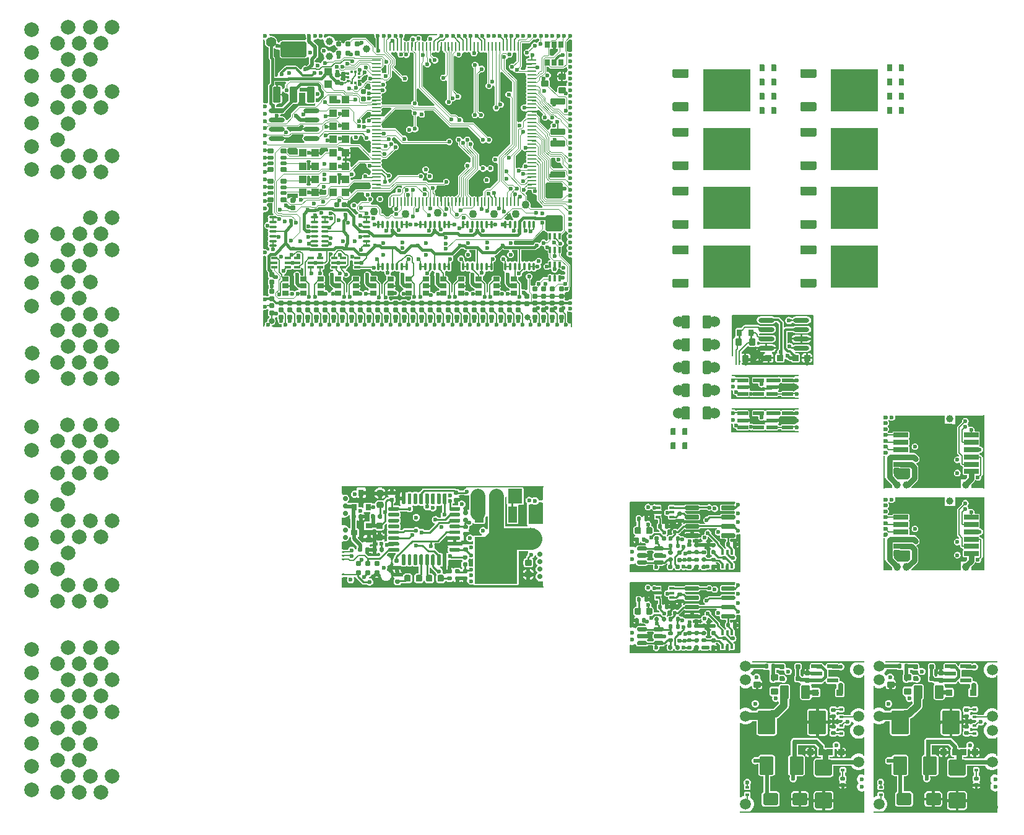
<source format=gtl>
G75*
G70*
%OFA0B0*%
%FSLAX25Y25*%
%IPPOS*%
%LPD*%
%AMOC8*
5,1,8,0,0,1.08239X$1,22.5*
%
%AMM1*
21,1,0.035430,0.030320,0.000000,0.000000,90.000000*
21,1,0.028350,0.037400,0.000000,0.000000,90.000000*
1,1,0.007090,0.015160,0.014170*
1,1,0.007090,0.015160,-0.014170*
1,1,0.007090,-0.015160,-0.014170*
1,1,0.007090,-0.015160,0.014170*
%
%AMM10*
21,1,0.025590,0.026380,0.000000,0.000000,90.000000*
21,1,0.020470,0.031500,0.000000,0.000000,90.000000*
1,1,0.005120,0.013190,0.010240*
1,1,0.005120,0.013190,-0.010240*
1,1,0.005120,-0.013190,-0.010240*
1,1,0.005120,-0.013190,0.010240*
%
%AMM11*
21,1,0.017720,0.027950,0.000000,0.000000,90.000000*
21,1,0.014170,0.031500,0.000000,0.000000,90.000000*
1,1,0.003540,0.013980,0.007090*
1,1,0.003540,0.013980,-0.007090*
1,1,0.003540,-0.013980,-0.007090*
1,1,0.003540,-0.013980,0.007090*
%
%AMM12*
21,1,0.031500,0.072440,0.000000,0.000000,90.000000*
21,1,0.025200,0.078740,0.000000,0.000000,90.000000*
1,1,0.006300,0.036220,0.012600*
1,1,0.006300,0.036220,-0.012600*
1,1,0.006300,-0.036220,-0.012600*
1,1,0.006300,-0.036220,0.012600*
%
%AMM13*
21,1,0.012600,0.028980,0.000000,0.000000,90.000000*
21,1,0.010080,0.031500,0.000000,0.000000,90.000000*
1,1,0.002520,0.014490,0.005040*
1,1,0.002520,0.014490,-0.005040*
1,1,0.002520,-0.014490,-0.005040*
1,1,0.002520,-0.014490,0.005040*
%
%AMM14*
21,1,0.012600,0.028980,0.000000,0.000000,180.000000*
21,1,0.010080,0.031500,0.000000,0.000000,180.000000*
1,1,0.002520,-0.005040,0.014490*
1,1,0.002520,0.005040,0.014490*
1,1,0.002520,0.005040,-0.014490*
1,1,0.002520,-0.005040,-0.014490*
%
%AMM15*
21,1,0.039370,0.035430,0.000000,0.000000,270.000000*
21,1,0.031500,0.043310,0.000000,0.000000,270.000000*
1,1,0.007870,-0.017720,-0.015750*
1,1,0.007870,-0.017720,0.015750*
1,1,0.007870,0.017720,0.015750*
1,1,0.007870,0.017720,-0.015750*
%
%AMM16*
21,1,0.027560,0.018900,0.000000,0.000000,90.000000*
21,1,0.022840,0.023620,0.000000,0.000000,90.000000*
1,1,0.004720,0.009450,0.011420*
1,1,0.004720,0.009450,-0.011420*
1,1,0.004720,-0.009450,-0.011420*
1,1,0.004720,-0.009450,0.011420*
%
%AMM2*
21,1,0.043310,0.075980,0.000000,0.000000,0.000000*
21,1,0.034650,0.084650,0.000000,0.000000,0.000000*
1,1,0.008660,0.017320,-0.037990*
1,1,0.008660,-0.017320,-0.037990*
1,1,0.008660,-0.017320,0.037990*
1,1,0.008660,0.017320,0.037990*
%
%AMM3*
21,1,0.043310,0.075990,0.000000,0.000000,0.000000*
21,1,0.034650,0.084650,0.000000,0.000000,0.000000*
1,1,0.008660,0.017320,-0.037990*
1,1,0.008660,-0.017320,-0.037990*
1,1,0.008660,-0.017320,0.037990*
1,1,0.008660,0.017320,0.037990*
%
%AMM34*
21,1,0.035430,0.030320,0.000000,0.000000,180.000000*
21,1,0.028350,0.037400,0.000000,0.000000,180.000000*
1,1,0.007090,-0.014170,0.015160*
1,1,0.007090,0.014170,0.015160*
1,1,0.007090,0.014170,-0.015160*
1,1,0.007090,-0.014170,-0.015160*
%
%AMM35*
21,1,0.035830,0.026770,0.000000,0.000000,0.000000*
21,1,0.029130,0.033470,0.000000,0.000000,0.000000*
1,1,0.006690,0.014570,-0.013390*
1,1,0.006690,-0.014570,-0.013390*
1,1,0.006690,-0.014570,0.013390*
1,1,0.006690,0.014570,0.013390*
%
%AMM4*
21,1,0.137800,0.067720,0.000000,0.000000,0.000000*
21,1,0.120870,0.084650,0.000000,0.000000,0.000000*
1,1,0.016930,0.060430,-0.033860*
1,1,0.016930,-0.060430,-0.033860*
1,1,0.016930,-0.060430,0.033860*
1,1,0.016930,0.060430,0.033860*
%
%AMM44*
21,1,0.070870,0.036220,0.000000,0.000000,90.000000*
21,1,0.061810,0.045280,0.000000,0.000000,90.000000*
1,1,0.009060,0.018110,0.030910*
1,1,0.009060,0.018110,-0.030910*
1,1,0.009060,-0.018110,-0.030910*
1,1,0.009060,-0.018110,0.030910*
%
%AMM5*
21,1,0.039370,0.035430,0.000000,0.000000,0.000000*
21,1,0.031500,0.043310,0.000000,0.000000,0.000000*
1,1,0.007870,0.015750,-0.017720*
1,1,0.007870,-0.015750,-0.017720*
1,1,0.007870,-0.015750,0.017720*
1,1,0.007870,0.015750,0.017720*
%
%AMM57*
21,1,0.033470,0.026770,0.000000,0.000000,0.000000*
21,1,0.026770,0.033470,0.000000,0.000000,0.000000*
1,1,0.006690,0.013390,-0.013390*
1,1,0.006690,-0.013390,-0.013390*
1,1,0.006690,-0.013390,0.013390*
1,1,0.006690,0.013390,0.013390*
%
%AMM58*
21,1,0.027560,0.030710,0.000000,0.000000,180.000000*
21,1,0.022050,0.036220,0.000000,0.000000,180.000000*
1,1,0.005510,-0.011020,0.015350*
1,1,0.005510,0.011020,0.015350*
1,1,0.005510,0.011020,-0.015350*
1,1,0.005510,-0.011020,-0.015350*
%
%AMM6*
21,1,0.023620,0.030710,0.000000,0.000000,180.000000*
21,1,0.018900,0.035430,0.000000,0.000000,180.000000*
1,1,0.004720,-0.009450,0.015350*
1,1,0.004720,0.009450,0.015350*
1,1,0.004720,0.009450,-0.015350*
1,1,0.004720,-0.009450,-0.015350*
%
%AMM62*
21,1,0.021650,0.052760,0.000000,0.000000,270.000000*
21,1,0.017320,0.057090,0.000000,0.000000,270.000000*
1,1,0.004330,-0.026380,-0.008660*
1,1,0.004330,-0.026380,0.008660*
1,1,0.004330,0.026380,0.008660*
1,1,0.004330,0.026380,-0.008660*
%
%AMM65*
21,1,0.019680,0.019680,0.000000,0.000000,270.000000*
21,1,0.015750,0.023620,0.000000,0.000000,270.000000*
1,1,0.003940,-0.009840,-0.007870*
1,1,0.003940,-0.009840,0.007870*
1,1,0.003940,0.009840,0.007870*
1,1,0.003940,0.009840,-0.007870*
%
%AMM67*
21,1,0.019680,0.019680,0.000000,0.000000,0.000000*
21,1,0.015750,0.023620,0.000000,0.000000,0.000000*
1,1,0.003940,0.007870,-0.009840*
1,1,0.003940,-0.007870,-0.009840*
1,1,0.003940,-0.007870,0.009840*
1,1,0.003940,0.007870,0.009840*
%
%AMM7*
21,1,0.027560,0.018900,0.000000,0.000000,180.000000*
21,1,0.022840,0.023620,0.000000,0.000000,180.000000*
1,1,0.004720,-0.011420,0.009450*
1,1,0.004720,0.011420,0.009450*
1,1,0.004720,0.011420,-0.009450*
1,1,0.004720,-0.011420,-0.009450*
%
%AMM72*
21,1,0.086610,0.073230,0.000000,0.000000,270.000000*
21,1,0.069290,0.090550,0.000000,0.000000,270.000000*
1,1,0.017320,-0.036610,-0.034650*
1,1,0.017320,-0.036610,0.034650*
1,1,0.017320,0.036610,0.034650*
1,1,0.017320,0.036610,-0.034650*
%
%AMM73*
21,1,0.094490,0.111020,0.000000,0.000000,0.000000*
21,1,0.075590,0.129920,0.000000,0.000000,0.000000*
1,1,0.018900,0.037800,-0.055510*
1,1,0.018900,-0.037800,-0.055510*
1,1,0.018900,-0.037800,0.055510*
1,1,0.018900,0.037800,0.055510*
%
%AMM74*
21,1,0.074800,0.083460,0.000000,0.000000,0.000000*
21,1,0.059840,0.098430,0.000000,0.000000,0.000000*
1,1,0.014960,0.029920,-0.041730*
1,1,0.014960,-0.029920,-0.041730*
1,1,0.014960,-0.029920,0.041730*
1,1,0.014960,0.029920,0.041730*
%
%AMM75*
21,1,0.078740,0.053540,0.000000,0.000000,180.000000*
21,1,0.065350,0.066930,0.000000,0.000000,180.000000*
1,1,0.013390,-0.032680,0.026770*
1,1,0.013390,0.032680,0.026770*
1,1,0.013390,0.032680,-0.026770*
1,1,0.013390,-0.032680,-0.026770*
%
%AMM76*
21,1,0.015750,0.016540,0.000000,0.000000,270.000000*
21,1,0.012600,0.019680,0.000000,0.000000,270.000000*
1,1,0.003150,-0.008270,-0.006300*
1,1,0.003150,-0.008270,0.006300*
1,1,0.003150,0.008270,0.006300*
1,1,0.003150,0.008270,-0.006300*
%
%AMM77*
21,1,0.023620,0.018900,0.000000,0.000000,90.000000*
21,1,0.018900,0.023620,0.000000,0.000000,90.000000*
1,1,0.004720,0.009450,0.009450*
1,1,0.004720,0.009450,-0.009450*
1,1,0.004720,-0.009450,-0.009450*
1,1,0.004720,-0.009450,0.009450*
%
%AMM8*
21,1,0.023620,0.030710,0.000000,0.000000,270.000000*
21,1,0.018900,0.035430,0.000000,0.000000,270.000000*
1,1,0.004720,-0.015350,-0.009450*
1,1,0.004720,-0.015350,0.009450*
1,1,0.004720,0.015350,0.009450*
1,1,0.004720,0.015350,-0.009450*
%
%AMM9*
21,1,0.086610,0.073230,0.000000,0.000000,90.000000*
21,1,0.069290,0.090550,0.000000,0.000000,90.000000*
1,1,0.017320,0.036610,0.034650*
1,1,0.017320,0.036610,-0.034650*
1,1,0.017320,-0.036610,-0.034650*
1,1,0.017320,-0.036610,0.034650*
%
%ADD10C,0.02362*%
%ADD100M16*%
%ADD101C,0.03100*%
%ADD102C,0.00492*%
%ADD103C,0.01575*%
%ADD104C,0.03900*%
%ADD105C,0.04331*%
%ADD106C,0.05512*%
%ADD11R,0.00984X0.24350*%
%ADD12R,0.00984X0.04390*%
%ADD13R,0.56201X0.00984*%
%ADD135C,0.00984*%
%ADD138M34*%
%ADD139M35*%
%ADD14R,0.59449X0.00984*%
%ADD15R,0.00984X0.20374*%
%ADD151M44*%
%ADD16R,0.25197X0.22835*%
%ADD17C,0.02756*%
%ADD173R,0.07874X0.02559*%
%ADD174R,0.17717X0.31890*%
%ADD176R,0.03543X0.03150*%
%ADD177R,0.04724X0.08661*%
%ADD178C,0.05118*%
%ADD179R,0.22835X0.25197*%
%ADD18C,0.11811*%
%ADD180R,0.03150X0.03543*%
%ADD181R,0.07500X0.07874*%
%ADD182O,0.07500X0.07874*%
%ADD183C,0.01969*%
%ADD188M57*%
%ADD189M58*%
%ADD19R,0.00984X0.11811*%
%ADD190O,0.01968X0.00984*%
%ADD191O,0.00984X0.01968*%
%ADD199R,0.02559X0.01575*%
%ADD20R,0.00984X0.04331*%
%ADD200R,0.01575X0.02559*%
%ADD201M62*%
%ADD202C,0.01850*%
%ADD205M65*%
%ADD207M67*%
%ADD21R,0.00984X0.03858*%
%ADD212M72*%
%ADD213M73*%
%ADD214M74*%
%ADD215M75*%
%ADD216M76*%
%ADD217M77*%
%ADD218O,0.00787X0.40158*%
%ADD22R,0.00984X0.05709*%
%ADD23R,1.08661X0.00984*%
%ADD24R,0.00984X0.07677*%
%ADD25R,0.00984X0.03740*%
%ADD26R,0.00787X0.17323*%
%ADD27R,0.04724X0.00787*%
%ADD28R,0.26772X0.00787*%
%ADD29R,0.15748X0.00787*%
%ADD30R,0.07087X0.00787*%
%ADD31R,0.00787X0.39370*%
%ADD32C,0.03937*%
%ADD33C,0.06000*%
%ADD34C,0.05906*%
%ADD35O,0.00787X0.12992*%
%ADD36O,0.00787X0.40157*%
%ADD37O,0.00787X0.01181*%
%ADD38O,0.66929X0.00787*%
%ADD39O,0.60630X0.00787*%
%ADD40O,0.00787X0.18898*%
%ADD41O,0.00787X0.10236*%
%ADD42O,0.00787X0.03937*%
%ADD43O,0.00787X0.05906*%
%ADD44O,0.00787X0.22323*%
%ADD45O,0.43701X0.00787*%
%ADD46O,0.38583X0.01575*%
%ADD47O,0.01969X0.00984*%
%ADD48O,0.00787X0.26772*%
%ADD49O,0.00984X0.01969*%
%ADD50O,0.00787X0.04823*%
%ADD51O,0.36614X0.00787*%
%ADD52C,0.07874*%
%ADD53R,0.00787X0.09055*%
%ADD54R,0.00787X0.21260*%
%ADD55R,0.00787X0.33858*%
%ADD56R,0.00787X0.19685*%
%ADD57R,0.05512X0.00787*%
%ADD58R,0.19685X0.00787*%
%ADD59R,0.17717X0.00787*%
%ADD60R,0.00787X0.06299*%
%ADD61R,0.00787X0.22441*%
%ADD62R,0.00787X0.07874*%
%ADD66C,0.01181*%
%ADD70C,0.00787*%
%ADD71C,0.00800*%
%ADD76C,0.01968*%
%ADD77O,0.00866X0.05118*%
%ADD78O,0.05118X0.00866*%
%ADD79M1*%
%ADD80M2*%
%ADD81M3*%
%ADD82M4*%
%ADD83M5*%
%ADD84M6*%
%ADD85M7*%
%ADD86M8*%
%ADD87M9*%
%ADD88C,0.03150*%
%ADD89M10*%
%ADD90M11*%
%ADD91M12*%
%ADD92O,0.01181X0.04331*%
%ADD93O,0.04331X0.01181*%
%ADD94M13*%
%ADD95O,0.08661X0.02362*%
%ADD96M14*%
%ADD97R,0.01476X0.01378*%
%ADD98R,0.01378X0.01476*%
%ADD99M15*%
X0000000Y0000000D02*
%LPD*%
G01*
D10*
X0402854Y0119341D03*
X0402854Y0114616D03*
X0402854Y0124065D03*
X0402854Y0128789D03*
D11*
X0345177Y0118287D03*
D12*
X0345177Y0094469D03*
D13*
X0372785Y0129970D03*
D14*
X0374409Y0092766D03*
D15*
X0403642Y0102461D03*
D10*
X0346063Y0103356D03*
X0346063Y0099419D03*
G36*
G01*
X0414469Y0383115D02*
X0414469Y0386186D01*
G75*
G02*
X0414744Y0386462I0000276J0000000D01*
G01*
X0416949Y0386462D01*
G75*
G02*
X0417224Y0386186I0000000J-000276D01*
G01*
X0417224Y0383115D01*
G75*
G02*
X0416949Y0382840I-000276J0000000D01*
G01*
X0414744Y0382840D01*
G75*
G02*
X0414469Y0383115I0000000J0000276D01*
G01*
G37*
G36*
G01*
X0420768Y0383115D02*
X0420768Y0386186D01*
G75*
G02*
X0421043Y0386462I0000276J0000000D01*
G01*
X0423248Y0386462D01*
G75*
G02*
X0423524Y0386186I0000000J-000276D01*
G01*
X0423524Y0383115D01*
G75*
G02*
X0423248Y0382840I-000276J0000000D01*
G01*
X0421043Y0382840D01*
G75*
G02*
X0420768Y0383115I0000000J0000276D01*
G01*
G37*
G36*
G01*
X0367717Y0371063D02*
X0367717Y0374843D01*
G75*
G02*
X0368189Y0375315I0000472J0000000D01*
G01*
X0375906Y0375315D01*
G75*
G02*
X0376378Y0374843I0000000J-000472D01*
G01*
X0376378Y0371063D01*
G75*
G02*
X0375906Y0370591I-000472J0000000D01*
G01*
X0368189Y0370591D01*
G75*
G02*
X0367717Y0371063I0000000J0000472D01*
G01*
G37*
D16*
X0396850Y0363976D03*
G36*
G01*
X0367717Y0353110D02*
X0367717Y0356890D01*
G75*
G02*
X0368189Y0357362I0000472J0000000D01*
G01*
X0375906Y0357362D01*
G75*
G02*
X0376378Y0356890I0000000J-000472D01*
G01*
X0376378Y0353110D01*
G75*
G02*
X0375906Y0352638I-000472J0000000D01*
G01*
X0368189Y0352638D01*
G75*
G02*
X0367717Y0353110I0000000J0000472D01*
G01*
G37*
D17*
X0296161Y0133563D03*
X0296161Y0145374D03*
X0296161Y0141437D03*
X0296161Y0137500D03*
D18*
X0291240Y0153839D03*
D19*
X0297638Y0167618D03*
D20*
X0189961Y0180217D03*
D21*
X0189961Y0163130D03*
X0189961Y0150138D03*
D22*
X0189961Y0130118D03*
D23*
X0243799Y0181890D03*
X0243799Y0127756D03*
D24*
X0297638Y0178543D03*
D25*
X0297638Y0129134D03*
G36*
G01*
X0227067Y0177854D02*
X0227067Y0172933D01*
G75*
G02*
X0226575Y0172441I-000492J0000000D01*
G01*
X0225591Y0172441D01*
G75*
G02*
X0225098Y0172933I0000000J0000492D01*
G01*
X0225098Y0177854D01*
G75*
G02*
X0225591Y0178346I0000492J0000000D01*
G01*
X0226575Y0178346D01*
G75*
G02*
X0227067Y0177854I0000000J-000492D01*
G01*
G37*
G36*
G01*
X0220472Y0167323D02*
X0220472Y0166339D01*
G75*
G02*
X0219980Y0165846I-000492J0000000D01*
G01*
X0215059Y0165846D01*
G75*
G02*
X0214567Y0166339I0000000J0000492D01*
G01*
X0214567Y0167323D01*
G75*
G02*
X0215059Y0167815I0000492J0000000D01*
G01*
X0219980Y0167815D01*
G75*
G02*
X0220472Y0167323I0000000J-000492D01*
G01*
G37*
G36*
G01*
X0223917Y0177854D02*
X0223917Y0172933D01*
G75*
G02*
X0223425Y0172441I-000492J0000000D01*
G01*
X0222441Y0172441D01*
G75*
G02*
X0221949Y0172933I0000000J0000492D01*
G01*
X0221949Y0177854D01*
G75*
G02*
X0222441Y0178346I0000492J0000000D01*
G01*
X0223425Y0178346D01*
G75*
G02*
X0223917Y0177854I0000000J-000492D01*
G01*
G37*
G36*
G01*
X0222638Y0167815D02*
X0223622Y0167815D01*
G75*
G02*
X0224114Y0167323I0000000J-000492D01*
G01*
X0224114Y0166339D01*
G75*
G02*
X0223622Y0165846I-000492J0000000D01*
G01*
X0222638Y0165846D01*
G75*
G02*
X0222146Y0166339I0000000J0000492D01*
G01*
X0222146Y0167323D01*
G75*
G02*
X0222638Y0167815I0000492J0000000D01*
G01*
G37*
G36*
G01*
X0227067Y0170472D02*
X0227067Y0169488D01*
G75*
G02*
X0226575Y0168996I-000492J0000000D01*
G01*
X0225591Y0168996D01*
G75*
G02*
X0225098Y0169488I0000000J0000492D01*
G01*
X0225098Y0170472D01*
G75*
G02*
X0225591Y0170965I0000492J0000000D01*
G01*
X0226575Y0170965D01*
G75*
G02*
X0227067Y0170472I0000000J-000492D01*
G01*
G37*
G36*
G01*
X0220472Y0170472D02*
X0220472Y0169488D01*
G75*
G02*
X0219980Y0168996I-000492J0000000D01*
G01*
X0215059Y0168996D01*
G75*
G02*
X0214567Y0169488I0000000J0000492D01*
G01*
X0214567Y0170472D01*
G75*
G02*
X0215059Y0170965I0000492J0000000D01*
G01*
X0219980Y0170965D01*
G75*
G02*
X0220472Y0170472I0000000J-000492D01*
G01*
G37*
D17*
X0191472Y0171555D03*
X0191472Y0167618D03*
X0191472Y0154642D03*
X0191472Y0158642D03*
G36*
G01*
X0189469Y0146752D02*
X0189469Y0146752D01*
G75*
G02*
X0189961Y0147244I0000492J0000000D01*
G01*
X0190945Y0147244D01*
G75*
G02*
X0191437Y0146752I0000000J-000492D01*
G01*
X0191437Y0146752D01*
G75*
G02*
X0190945Y0146260I-000492J0000000D01*
G01*
X0189961Y0146260D01*
G75*
G02*
X0189469Y0146752I0000000J0000492D01*
G01*
G37*
G36*
G01*
X0189469Y0144783D02*
X0189469Y0144783D01*
G75*
G02*
X0189961Y0145276I0000492J0000000D01*
G01*
X0190945Y0145276D01*
G75*
G02*
X0191437Y0144783I0000000J-000492D01*
G01*
X0191437Y0144783D01*
G75*
G02*
X0190945Y0144291I-000492J0000000D01*
G01*
X0189961Y0144291D01*
G75*
G02*
X0189469Y0144783I0000000J0000492D01*
G01*
G37*
G36*
G01*
X0189469Y0142815D02*
X0189469Y0142815D01*
G75*
G02*
X0189961Y0143307I0000492J0000000D01*
G01*
X0190945Y0143307D01*
G75*
G02*
X0191437Y0142815I0000000J-000492D01*
G01*
X0191437Y0142815D01*
G75*
G02*
X0190945Y0142323I-000492J0000000D01*
G01*
X0189961Y0142323D01*
G75*
G02*
X0189469Y0142815I0000000J0000492D01*
G01*
G37*
G36*
G01*
X0189469Y0134547D02*
X0189469Y0134547D01*
G75*
G02*
X0189961Y0135039I0000492J0000000D01*
G01*
X0190945Y0135039D01*
G75*
G02*
X0191437Y0134547I0000000J-000492D01*
G01*
X0191437Y0134547D01*
G75*
G02*
X0190945Y0134055I-000492J0000000D01*
G01*
X0189961Y0134055D01*
G75*
G02*
X0189469Y0134547I0000000J0000492D01*
G01*
G37*
X0191472Y0175492D03*
D26*
X0481594Y0145374D03*
D27*
X0483563Y0137106D03*
D28*
X0500886Y0175689D03*
X0509547Y0137106D03*
D29*
X0527657Y0175689D03*
D30*
X0531988Y0137106D03*
D31*
X0535138Y0156398D03*
D10*
X0485531Y0174902D03*
D32*
X0517028Y0174114D03*
X0488681Y0138681D03*
X0493406Y0138681D03*
X0525689Y0138681D03*
D10*
X0482382Y0174902D03*
X0482382Y0171752D03*
X0482382Y0168602D03*
X0482382Y0165453D03*
X0482382Y0162303D03*
X0482382Y0159154D03*
X0482382Y0156004D03*
D33*
X0370807Y0258445D03*
G36*
G01*
X0376102Y0254902D02*
X0373386Y0254902D01*
G75*
G02*
X0372480Y0255807I0000000J0000906D01*
G01*
X0372480Y0261083D01*
G75*
G02*
X0373386Y0261988I0000906J0000000D01*
G01*
X0376102Y0261988D01*
G75*
G02*
X0377008Y0261083I0000000J-000906D01*
G01*
X0377008Y0255807D01*
G75*
G02*
X0376102Y0254902I-000906J0000000D01*
G01*
G37*
G36*
G01*
X0387520Y0254902D02*
X0384803Y0254902D01*
G75*
G02*
X0383898Y0255807I0000000J0000906D01*
G01*
X0383898Y0261083D01*
G75*
G02*
X0384803Y0261988I0000906J0000000D01*
G01*
X0387520Y0261988D01*
G75*
G02*
X0388425Y0261083I0000000J-000906D01*
G01*
X0388425Y0255807D01*
G75*
G02*
X0387520Y0254902I-000906J0000000D01*
G01*
G37*
X0390098Y0258445D03*
G36*
G01*
X0483169Y0398462D02*
X0483169Y0401533D01*
G75*
G02*
X0483445Y0401808I0000276J0000000D01*
G01*
X0485650Y0401808D01*
G75*
G02*
X0485925Y0401533I0000000J-000276D01*
G01*
X0485925Y0398462D01*
G75*
G02*
X0485650Y0398186I-000276J0000000D01*
G01*
X0483445Y0398186D01*
G75*
G02*
X0483169Y0398462I0000000J0000276D01*
G01*
G37*
G36*
G01*
X0489469Y0398462D02*
X0489469Y0401533D01*
G75*
G02*
X0489744Y0401808I0000276J0000000D01*
G01*
X0491949Y0401808D01*
G75*
G02*
X0492224Y0401533I0000000J-000276D01*
G01*
X0492224Y0398462D01*
G75*
G02*
X0491949Y0398186I-000276J0000000D01*
G01*
X0489744Y0398186D01*
G75*
G02*
X0489469Y0398462I0000000J0000276D01*
G01*
G37*
G36*
G01*
X0366634Y0202399D02*
X0366634Y0205470D01*
G75*
G02*
X0366909Y0205746I0000276J0000000D01*
G01*
X0369114Y0205746D01*
G75*
G02*
X0369390Y0205470I0000000J-000276D01*
G01*
X0369390Y0202399D01*
G75*
G02*
X0369114Y0202123I-000276J0000000D01*
G01*
X0366909Y0202123D01*
G75*
G02*
X0366634Y0202399I0000000J0000276D01*
G01*
G37*
G36*
G01*
X0372933Y0202399D02*
X0372933Y0205470D01*
G75*
G02*
X0373209Y0205746I0000276J0000000D01*
G01*
X0375413Y0205746D01*
G75*
G02*
X0375689Y0205470I0000000J-000276D01*
G01*
X0375689Y0202399D01*
G75*
G02*
X0375413Y0202123I-000276J0000000D01*
G01*
X0373209Y0202123D01*
G75*
G02*
X0372933Y0202399I0000000J0000276D01*
G01*
G37*
X0370807Y0246161D03*
G36*
G01*
X0376102Y0242618D02*
X0373386Y0242618D01*
G75*
G02*
X0372480Y0243524I0000000J0000906D01*
G01*
X0372480Y0248799D01*
G75*
G02*
X0373386Y0249705I0000906J0000000D01*
G01*
X0376102Y0249705D01*
G75*
G02*
X0377008Y0248799I0000000J-000906D01*
G01*
X0377008Y0243524D01*
G75*
G02*
X0376102Y0242618I-000906J0000000D01*
G01*
G37*
G36*
G01*
X0387520Y0242618D02*
X0384803Y0242618D01*
G75*
G02*
X0383898Y0243524I0000000J0000906D01*
G01*
X0383898Y0248799D01*
G75*
G02*
X0384803Y0249705I0000906J0000000D01*
G01*
X0387520Y0249705D01*
G75*
G02*
X0388425Y0248799I0000000J-000906D01*
G01*
X0388425Y0243524D01*
G75*
G02*
X0387520Y0242618I-000906J0000000D01*
G01*
G37*
X0390098Y0246161D03*
G36*
G01*
X0414469Y0390789D02*
X0414469Y0393860D01*
G75*
G02*
X0414744Y0394135I0000276J0000000D01*
G01*
X0416949Y0394135D01*
G75*
G02*
X0417224Y0393860I0000000J-000276D01*
G01*
X0417224Y0390789D01*
G75*
G02*
X0416949Y0390513I-000276J0000000D01*
G01*
X0414744Y0390513D01*
G75*
G02*
X0414469Y0390789I0000000J0000276D01*
G01*
G37*
G36*
G01*
X0420768Y0390789D02*
X0420768Y0393860D01*
G75*
G02*
X0421043Y0394135I0000276J0000000D01*
G01*
X0423248Y0394135D01*
G75*
G02*
X0423524Y0393860I0000000J-000276D01*
G01*
X0423524Y0390789D01*
G75*
G02*
X0423248Y0390513I-000276J0000000D01*
G01*
X0421043Y0390513D01*
G75*
G02*
X0420768Y0390789I0000000J0000276D01*
G01*
G37*
G36*
G01*
X0367717Y0307677D02*
X0367717Y0311457D01*
G75*
G02*
X0368189Y0311929I0000472J0000000D01*
G01*
X0375906Y0311929D01*
G75*
G02*
X0376378Y0311457I0000000J-000472D01*
G01*
X0376378Y0307677D01*
G75*
G02*
X0375906Y0307205I-000472J0000000D01*
G01*
X0368189Y0307205D01*
G75*
G02*
X0367717Y0307677I0000000J0000472D01*
G01*
G37*
D16*
X0396850Y0300591D03*
G36*
G01*
X0367717Y0289724D02*
X0367717Y0293504D01*
G75*
G02*
X0368189Y0293976I0000472J0000000D01*
G01*
X0375906Y0293976D01*
G75*
G02*
X0376378Y0293504I0000000J-000472D01*
G01*
X0376378Y0289724D01*
G75*
G02*
X0375906Y0289252I-000472J0000000D01*
G01*
X0368189Y0289252D01*
G75*
G02*
X0367717Y0289724I0000000J0000472D01*
G01*
G37*
D10*
X0402854Y0162844D03*
X0402854Y0158120D03*
X0402854Y0167569D03*
X0402854Y0172293D03*
D11*
X0345177Y0161791D03*
D12*
X0345177Y0137972D03*
D13*
X0372785Y0173474D03*
D14*
X0374409Y0136270D03*
D15*
X0403642Y0145965D03*
D10*
X0346063Y0146860D03*
X0346063Y0142923D03*
D34*
X0467913Y0083268D03*
X0467913Y0058071D03*
X0467913Y0050591D03*
X0467913Y0033661D03*
D10*
X0469685Y0024213D03*
X0469685Y0020276D03*
D35*
X0404331Y0068110D03*
D36*
X0404331Y0034646D03*
D37*
X0404331Y0006693D03*
D38*
X0437402Y0006496D03*
D39*
X0440551Y0087598D03*
D34*
X0467913Y0009055D03*
D37*
X0470472Y0087402D03*
D40*
X0470472Y0070866D03*
D41*
X0470472Y0041929D03*
D42*
X0470472Y0028150D03*
D43*
X0470472Y0015157D03*
D34*
X0406890Y0085039D03*
X0406890Y0077756D03*
X0406890Y0058268D03*
X0406890Y0010827D03*
D44*
X0399980Y0263291D03*
D45*
X0421535Y0274068D03*
D46*
X0424291Y0248084D03*
D47*
X0442500Y0248084D03*
D48*
X0443189Y0260928D03*
D49*
X0401752Y0248281D03*
X0403720Y0248281D03*
D10*
X0429508Y0252415D03*
X0426063Y0254482D03*
X0430689Y0257434D03*
X0430394Y0271411D03*
G36*
G01*
X0436417Y0339370D02*
X0436417Y0343150D01*
G75*
G02*
X0436890Y0343622I0000472J0000000D01*
G01*
X0444606Y0343622D01*
G75*
G02*
X0445079Y0343150I0000000J-000472D01*
G01*
X0445079Y0339370D01*
G75*
G02*
X0444606Y0338898I-000472J0000000D01*
G01*
X0436890Y0338898D01*
G75*
G02*
X0436417Y0339370I0000000J0000472D01*
G01*
G37*
D16*
X0465551Y0332283D03*
G36*
G01*
X0436417Y0321417D02*
X0436417Y0325197D01*
G75*
G02*
X0436890Y0325669I0000472J0000000D01*
G01*
X0444606Y0325669D01*
G75*
G02*
X0445079Y0325197I0000000J-000472D01*
G01*
X0445079Y0321417D01*
G75*
G02*
X0444606Y0320945I-000472J0000000D01*
G01*
X0436890Y0320945D01*
G75*
G02*
X0436417Y0321417I0000000J0000472D01*
G01*
G37*
D10*
X0434626Y0239350D03*
D50*
X0399587Y0231575D03*
D51*
X0417500Y0241713D03*
X0417500Y0229508D03*
D10*
X0434626Y0235610D03*
X0434626Y0231870D03*
X0400374Y0235807D03*
X0400374Y0239350D03*
G36*
G01*
X0367717Y0402756D02*
X0367717Y0406535D01*
G75*
G02*
X0368189Y0407008I0000472J0000000D01*
G01*
X0375906Y0407008D01*
G75*
G02*
X0376378Y0406535I0000000J-000472D01*
G01*
X0376378Y0402756D01*
G75*
G02*
X0375906Y0402283I-000472J0000000D01*
G01*
X0368189Y0402283D01*
G75*
G02*
X0367717Y0402756I0000000J0000472D01*
G01*
G37*
D16*
X0396850Y0395669D03*
G36*
G01*
X0367717Y0384803D02*
X0367717Y0388583D01*
G75*
G02*
X0368189Y0389055I0000472J0000000D01*
G01*
X0375906Y0389055D01*
G75*
G02*
X0376378Y0388583I0000000J-000472D01*
G01*
X0376378Y0384803D01*
G75*
G02*
X0375906Y0384331I-000472J0000000D01*
G01*
X0368189Y0384331D01*
G75*
G02*
X0367717Y0384803I0000000J0000472D01*
G01*
G37*
G36*
G01*
X0367717Y0339370D02*
X0367717Y0343150D01*
G75*
G02*
X0368189Y0343622I0000472J0000000D01*
G01*
X0375906Y0343622D01*
G75*
G02*
X0376378Y0343150I0000000J-000472D01*
G01*
X0376378Y0339370D01*
G75*
G02*
X0375906Y0338898I-000472J0000000D01*
G01*
X0368189Y0338898D01*
G75*
G02*
X0367717Y0339370I0000000J0000472D01*
G01*
G37*
X0396850Y0332283D03*
G36*
G01*
X0367717Y0321417D02*
X0367717Y0325197D01*
G75*
G02*
X0368189Y0325669I0000472J0000000D01*
G01*
X0375906Y0325669D01*
G75*
G02*
X0376378Y0325197I0000000J-000472D01*
G01*
X0376378Y0321417D01*
G75*
G02*
X0375906Y0320945I-000472J0000000D01*
G01*
X0368189Y0320945D01*
G75*
G02*
X0367717Y0321417I0000000J0000472D01*
G01*
G37*
G36*
G01*
X0483169Y0390789D02*
X0483169Y0393860D01*
G75*
G02*
X0483445Y0394135I0000276J0000000D01*
G01*
X0485650Y0394135D01*
G75*
G02*
X0485925Y0393860I0000000J-000276D01*
G01*
X0485925Y0390789D01*
G75*
G02*
X0485650Y0390513I-000276J0000000D01*
G01*
X0483445Y0390513D01*
G75*
G02*
X0483169Y0390789I0000000J0000276D01*
G01*
G37*
G36*
G01*
X0489469Y0390789D02*
X0489469Y0393860D01*
G75*
G02*
X0489744Y0394135I0000276J0000000D01*
G01*
X0491949Y0394135D01*
G75*
G02*
X0492224Y0393860I0000000J-000276D01*
G01*
X0492224Y0390789D01*
G75*
G02*
X0491949Y0390513I-000276J0000000D01*
G01*
X0489744Y0390513D01*
G75*
G02*
X0489469Y0390789I0000000J0000276D01*
G01*
G37*
D10*
X0434626Y0221437D03*
D50*
X0399587Y0213661D03*
D51*
X0417500Y0223799D03*
X0417500Y0211594D03*
D10*
X0434626Y0217697D03*
X0434626Y0213957D03*
X0400374Y0217894D03*
X0400374Y0221437D03*
G36*
G01*
X0436417Y0402756D02*
X0436417Y0406535D01*
G75*
G02*
X0436890Y0407008I0000472J0000000D01*
G01*
X0444606Y0407008D01*
G75*
G02*
X0445079Y0406535I0000000J-000472D01*
G01*
X0445079Y0402756D01*
G75*
G02*
X0444606Y0402283I-000472J0000000D01*
G01*
X0436890Y0402283D01*
G75*
G02*
X0436417Y0402756I0000000J0000472D01*
G01*
G37*
D16*
X0465551Y0395669D03*
G36*
G01*
X0436417Y0384803D02*
X0436417Y0388583D01*
G75*
G02*
X0436890Y0389055I0000472J0000000D01*
G01*
X0444606Y0389055D01*
G75*
G02*
X0445079Y0388583I0000000J-000472D01*
G01*
X0445079Y0384803D01*
G75*
G02*
X0444606Y0384331I-000472J0000000D01*
G01*
X0436890Y0384331D01*
G75*
G02*
X0436417Y0384803I0000000J0000472D01*
G01*
G37*
G36*
G01*
X0436417Y0307677D02*
X0436417Y0311457D01*
G75*
G02*
X0436890Y0311929I0000472J0000000D01*
G01*
X0444606Y0311929D01*
G75*
G02*
X0445079Y0311457I0000000J-000472D01*
G01*
X0445079Y0307677D01*
G75*
G02*
X0444606Y0307205I-000472J0000000D01*
G01*
X0436890Y0307205D01*
G75*
G02*
X0436417Y0307677I0000000J0000472D01*
G01*
G37*
X0465551Y0300591D03*
G36*
G01*
X0436417Y0289724D02*
X0436417Y0293504D01*
G75*
G02*
X0436890Y0293976I0000472J0000000D01*
G01*
X0444606Y0293976D01*
G75*
G02*
X0445079Y0293504I0000000J-000472D01*
G01*
X0445079Y0289724D01*
G75*
G02*
X0444606Y0289252I-000472J0000000D01*
G01*
X0436890Y0289252D01*
G75*
G02*
X0436417Y0289724I0000000J0000472D01*
G01*
G37*
G36*
G01*
X0483169Y0383115D02*
X0483169Y0386186D01*
G75*
G02*
X0483445Y0386462I0000276J0000000D01*
G01*
X0485650Y0386462D01*
G75*
G02*
X0485925Y0386186I0000000J-000276D01*
G01*
X0485925Y0383115D01*
G75*
G02*
X0485650Y0382840I-000276J0000000D01*
G01*
X0483445Y0382840D01*
G75*
G02*
X0483169Y0383115I0000000J0000276D01*
G01*
G37*
G36*
G01*
X0489469Y0383115D02*
X0489469Y0386186D01*
G75*
G02*
X0489744Y0386462I0000276J0000000D01*
G01*
X0491949Y0386462D01*
G75*
G02*
X0492224Y0386186I0000000J-000276D01*
G01*
X0492224Y0383115D01*
G75*
G02*
X0491949Y0382840I-000276J0000000D01*
G01*
X0489744Y0382840D01*
G75*
G02*
X0489469Y0383115I0000000J0000276D01*
G01*
G37*
G36*
G01*
X0414469Y0398462D02*
X0414469Y0401533D01*
G75*
G02*
X0414744Y0401808I0000276J0000000D01*
G01*
X0416949Y0401808D01*
G75*
G02*
X0417224Y0401533I0000000J-000276D01*
G01*
X0417224Y0398462D01*
G75*
G02*
X0416949Y0398186I-000276J0000000D01*
G01*
X0414744Y0398186D01*
G75*
G02*
X0414469Y0398462I0000000J0000276D01*
G01*
G37*
G36*
G01*
X0420768Y0398462D02*
X0420768Y0401533D01*
G75*
G02*
X0421043Y0401808I0000276J0000000D01*
G01*
X0423248Y0401808D01*
G75*
G02*
X0423524Y0401533I0000000J-000276D01*
G01*
X0423524Y0398462D01*
G75*
G02*
X0423248Y0398186I-000276J0000000D01*
G01*
X0421043Y0398186D01*
G75*
G02*
X0420768Y0398462I0000000J0000276D01*
G01*
G37*
G36*
G01*
X0366634Y0210072D02*
X0366634Y0213143D01*
G75*
G02*
X0366909Y0213419I0000276J0000000D01*
G01*
X0369114Y0213419D01*
G75*
G02*
X0369390Y0213143I0000000J-000276D01*
G01*
X0369390Y0210072D01*
G75*
G02*
X0369114Y0209797I-000276J0000000D01*
G01*
X0366909Y0209797D01*
G75*
G02*
X0366634Y0210072I0000000J0000276D01*
G01*
G37*
G36*
G01*
X0372933Y0210072D02*
X0372933Y0213143D01*
G75*
G02*
X0373209Y0213419I0000276J0000000D01*
G01*
X0375413Y0213419D01*
G75*
G02*
X0375689Y0213143I0000000J-000276D01*
G01*
X0375689Y0210072D01*
G75*
G02*
X0375413Y0209797I-000276J0000000D01*
G01*
X0373209Y0209797D01*
G75*
G02*
X0372933Y0210072I0000000J0000276D01*
G01*
G37*
G36*
G01*
X0414469Y0406135D02*
X0414469Y0409206D01*
G75*
G02*
X0414744Y0409482I0000276J0000000D01*
G01*
X0416949Y0409482D01*
G75*
G02*
X0417224Y0409206I0000000J-000276D01*
G01*
X0417224Y0406135D01*
G75*
G02*
X0416949Y0405860I-000276J0000000D01*
G01*
X0414744Y0405860D01*
G75*
G02*
X0414469Y0406135I0000000J0000276D01*
G01*
G37*
G36*
G01*
X0420768Y0406135D02*
X0420768Y0409206D01*
G75*
G02*
X0421043Y0409482I0000276J0000000D01*
G01*
X0423248Y0409482D01*
G75*
G02*
X0423524Y0409206I0000000J-000276D01*
G01*
X0423524Y0406135D01*
G75*
G02*
X0423248Y0405860I-000276J0000000D01*
G01*
X0421043Y0405860D01*
G75*
G02*
X0420768Y0406135I0000000J0000276D01*
G01*
G37*
D33*
X0370807Y0233878D03*
G36*
G01*
X0376102Y0230335D02*
X0373386Y0230335D01*
G75*
G02*
X0372480Y0231240I0000000J0000906D01*
G01*
X0372480Y0236516D01*
G75*
G02*
X0373386Y0237421I0000906J0000000D01*
G01*
X0376102Y0237421D01*
G75*
G02*
X0377008Y0236516I0000000J-000906D01*
G01*
X0377008Y0231240D01*
G75*
G02*
X0376102Y0230335I-000906J0000000D01*
G01*
G37*
G36*
G01*
X0387520Y0230335D02*
X0384803Y0230335D01*
G75*
G02*
X0383898Y0231240I0000000J0000906D01*
G01*
X0383898Y0236516D01*
G75*
G02*
X0384803Y0237421I0000906J0000000D01*
G01*
X0387520Y0237421D01*
G75*
G02*
X0388425Y0236516I0000000J-000906D01*
G01*
X0388425Y0231240D01*
G75*
G02*
X0387520Y0230335I-000906J0000000D01*
G01*
G37*
X0390098Y0233878D03*
D52*
X0022638Y0428346D03*
X0022638Y0415748D03*
X0022638Y0403150D03*
X0022638Y0390551D03*
X0022638Y0377953D03*
X0022638Y0365354D03*
X0022638Y0352756D03*
X0042323Y0429528D03*
X0036417Y0420866D03*
X0042323Y0412205D03*
X0036417Y0403543D03*
X0042323Y0394882D03*
X0036417Y0386220D03*
X0042323Y0377559D03*
X0036417Y0368898D03*
X0042323Y0360236D03*
X0036417Y0351575D03*
X0054134Y0429528D03*
X0048228Y0420866D03*
X0054134Y0412205D03*
X0048228Y0403543D03*
X0054134Y0394882D03*
X0048228Y0386220D03*
X0054134Y0360236D03*
X0048228Y0351575D03*
X0065945Y0429528D03*
X0060039Y0420866D03*
X0065945Y0394882D03*
X0060039Y0386220D03*
X0065945Y0360236D03*
X0060039Y0351575D03*
X0022638Y0316929D03*
X0022638Y0304331D03*
X0022638Y0291732D03*
X0022638Y0279134D03*
X0023031Y0253937D03*
X0023031Y0241339D03*
X0036417Y0318110D03*
X0042323Y0309449D03*
X0036417Y0300787D03*
X0042323Y0292126D03*
X0036417Y0283465D03*
X0042323Y0274803D03*
X0036417Y0266142D03*
X0042323Y0257480D03*
X0036417Y0248819D03*
X0042323Y0240157D03*
X0054134Y0326772D03*
X0048622Y0318110D03*
X0054134Y0309449D03*
X0048228Y0300787D03*
X0054134Y0292126D03*
X0048228Y0283465D03*
X0054134Y0274803D03*
X0048228Y0266142D03*
X0054134Y0257480D03*
X0048228Y0248819D03*
X0054134Y0240157D03*
X0065945Y0326772D03*
X0060039Y0318110D03*
X0065945Y0309449D03*
X0065945Y0274803D03*
X0060039Y0266142D03*
X0065945Y0257480D03*
X0060039Y0248819D03*
X0065945Y0240157D03*
X0022638Y0214173D03*
X0022638Y0201575D03*
X0022638Y0176378D03*
X0022638Y0163780D03*
X0022638Y0151181D03*
X0022638Y0138583D03*
X0022638Y0125984D03*
X0041929Y0215354D03*
X0036417Y0206693D03*
X0042323Y0198031D03*
X0036417Y0189370D03*
X0042323Y0180709D03*
X0036417Y0172047D03*
X0042323Y0163386D03*
X0036417Y0154724D03*
X0042323Y0146063D03*
X0036417Y0137402D03*
X0042323Y0128740D03*
X0036417Y0120079D03*
X0054134Y0215354D03*
X0048228Y0206693D03*
X0054134Y0198031D03*
X0048228Y0189370D03*
X0054134Y0163386D03*
X0048228Y0154724D03*
X0054134Y0128740D03*
X0048228Y0120079D03*
X0065945Y0215354D03*
X0060039Y0206693D03*
X0065945Y0198031D03*
X0060039Y0189370D03*
X0065945Y0163386D03*
X0060039Y0154724D03*
X0065945Y0128740D03*
X0060039Y0120079D03*
X0022638Y0094094D03*
X0022638Y0081496D03*
X0022638Y0068898D03*
X0022638Y0056299D03*
X0022638Y0043701D03*
X0022638Y0031102D03*
X0022638Y0018504D03*
X0042323Y0095276D03*
X0036417Y0086614D03*
X0042323Y0077953D03*
X0036417Y0069291D03*
X0042323Y0060630D03*
X0036417Y0051969D03*
X0042323Y0043307D03*
X0036417Y0034646D03*
X0042323Y0025984D03*
X0036417Y0017323D03*
X0054134Y0095276D03*
X0048228Y0086614D03*
X0054134Y0077953D03*
X0048228Y0069291D03*
X0054134Y0060630D03*
X0048228Y0051969D03*
X0054134Y0043307D03*
X0048228Y0034646D03*
X0054134Y0025984D03*
X0048228Y0017323D03*
X0065945Y0095276D03*
X0060039Y0086614D03*
X0065945Y0077953D03*
X0060039Y0069291D03*
X0065945Y0060630D03*
X0065945Y0025984D03*
X0060039Y0017323D03*
D10*
X0312500Y0414468D03*
X0312500Y0411319D03*
X0312500Y0408169D03*
X0312500Y0405020D03*
X0312500Y0401870D03*
X0312500Y0398720D03*
X0312500Y0395571D03*
X0312500Y0392421D03*
X0312500Y0389272D03*
X0312500Y0386122D03*
X0312500Y0382972D03*
X0312500Y0379823D03*
X0312500Y0376673D03*
X0312500Y0373524D03*
X0312500Y0370374D03*
X0312500Y0367224D03*
X0312500Y0364075D03*
X0312500Y0360925D03*
X0312500Y0357776D03*
X0312500Y0354626D03*
X0312500Y0351476D03*
X0312500Y0348327D03*
X0312500Y0345177D03*
X0312500Y0342028D03*
X0312500Y0338878D03*
X0312500Y0335728D03*
X0312500Y0332579D03*
X0312500Y0329429D03*
X0312500Y0326280D03*
X0312500Y0323130D03*
X0312500Y0319980D03*
X0312500Y0316831D03*
X0312500Y0313681D03*
X0312500Y0310531D03*
X0312500Y0307382D03*
X0312500Y0281004D03*
X0312500Y0277854D03*
D53*
X0147539Y0272539D03*
D54*
X0147539Y0295571D03*
D55*
X0147539Y0405807D03*
D56*
X0147539Y0319980D03*
D57*
X0154626Y0268406D03*
D58*
X0160138Y0425492D03*
D28*
X0193602Y0425492D03*
D59*
X0232382Y0425492D03*
D60*
X0313287Y0419587D03*
D61*
X0313287Y0294193D03*
D62*
X0313287Y0271949D03*
D10*
X0312500Y0424705D03*
X0309350Y0424705D03*
X0306201Y0424705D03*
X0303051Y0424705D03*
X0299902Y0424705D03*
X0296752Y0424705D03*
X0293602Y0424705D03*
X0290453Y0424705D03*
X0287303Y0424705D03*
X0284154Y0424705D03*
X0281004Y0424705D03*
X0277854Y0424705D03*
X0274705Y0424705D03*
X0271555Y0424705D03*
X0268406Y0424705D03*
X0265256Y0424705D03*
X0262106Y0424705D03*
X0258957Y0424705D03*
X0255807Y0424705D03*
X0252657Y0424705D03*
X0249508Y0424705D03*
X0246358Y0424705D03*
X0243209Y0424705D03*
X0221555Y0424705D03*
X0218406Y0424705D03*
X0215256Y0424705D03*
X0212106Y0424705D03*
X0208957Y0424705D03*
X0178248Y0424705D03*
X0175098Y0424705D03*
X0171949Y0424705D03*
X0148327Y0424705D03*
X0310138Y0269193D03*
X0305413Y0269193D03*
X0300689Y0269193D03*
X0295965Y0269193D03*
X0291240Y0269193D03*
X0286910Y0269193D03*
X0282185Y0269193D03*
X0277461Y0269193D03*
X0272736Y0269193D03*
X0268012Y0269193D03*
X0263287Y0269193D03*
X0258563Y0269193D03*
X0253839Y0269193D03*
X0249114Y0269193D03*
X0244390Y0269193D03*
X0239665Y0269193D03*
X0234941Y0269193D03*
X0230217Y0269193D03*
X0225492Y0269193D03*
X0220768Y0269193D03*
X0216043Y0269193D03*
X0211319Y0269193D03*
X0206595Y0269193D03*
X0201870Y0269193D03*
X0197146Y0269193D03*
X0192421Y0269193D03*
X0187697Y0269193D03*
X0182972Y0269193D03*
X0178248Y0269193D03*
X0173524Y0269193D03*
X0168799Y0269193D03*
X0164075Y0269193D03*
X0159350Y0269193D03*
X0149902Y0269193D03*
X0148327Y0279035D03*
X0148327Y0282972D03*
X0148327Y0308169D03*
X0148327Y0331791D03*
X0148327Y0335728D03*
X0148327Y0339665D03*
X0148327Y0343602D03*
X0148327Y0347539D03*
X0148327Y0351476D03*
X0148327Y0355413D03*
X0148327Y0359350D03*
X0148327Y0363287D03*
X0148327Y0367224D03*
X0148327Y0371161D03*
X0148327Y0375098D03*
X0148327Y0379035D03*
X0148327Y0382972D03*
X0148327Y0386909D03*
G36*
G01*
X0436417Y0371063D02*
X0436417Y0374843D01*
G75*
G02*
X0436890Y0375315I0000472J0000000D01*
G01*
X0444606Y0375315D01*
G75*
G02*
X0445079Y0374843I0000000J-000472D01*
G01*
X0445079Y0371063D01*
G75*
G02*
X0444606Y0370591I-000472J0000000D01*
G01*
X0436890Y0370591D01*
G75*
G02*
X0436417Y0371063I0000000J0000472D01*
G01*
G37*
D16*
X0465551Y0363976D03*
G36*
G01*
X0436417Y0353110D02*
X0436417Y0356890D01*
G75*
G02*
X0436890Y0357362I0000472J0000000D01*
G01*
X0444606Y0357362D01*
G75*
G02*
X0445079Y0356890I0000000J-000472D01*
G01*
X0445079Y0353110D01*
G75*
G02*
X0444606Y0352638I-000472J0000000D01*
G01*
X0436890Y0352638D01*
G75*
G02*
X0436417Y0353110I0000000J0000472D01*
G01*
G37*
D26*
X0481594Y0189665D03*
D27*
X0483563Y0181398D03*
D28*
X0500886Y0219980D03*
X0509547Y0181398D03*
D29*
X0527657Y0219980D03*
D30*
X0531988Y0181398D03*
D31*
X0535138Y0200689D03*
D10*
X0485531Y0219193D03*
D32*
X0517028Y0218406D03*
X0488681Y0182972D03*
X0493406Y0182972D03*
X0525689Y0182972D03*
D10*
X0482382Y0219193D03*
X0482382Y0216043D03*
X0482382Y0212894D03*
X0482382Y0209744D03*
X0482382Y0206594D03*
X0482382Y0203445D03*
X0482382Y0200295D03*
D33*
X0370807Y0221594D03*
G36*
G01*
X0376102Y0218051D02*
X0373386Y0218051D01*
G75*
G02*
X0372480Y0218957I0000000J0000906D01*
G01*
X0372480Y0224232D01*
G75*
G02*
X0373386Y0225138I0000906J0000000D01*
G01*
X0376102Y0225138D01*
G75*
G02*
X0377008Y0224232I0000000J-000906D01*
G01*
X0377008Y0218957D01*
G75*
G02*
X0376102Y0218051I-000906J0000000D01*
G01*
G37*
G36*
G01*
X0387520Y0218051D02*
X0384803Y0218051D01*
G75*
G02*
X0383898Y0218957I0000000J0000906D01*
G01*
X0383898Y0224232D01*
G75*
G02*
X0384803Y0225138I0000906J0000000D01*
G01*
X0387520Y0225138D01*
G75*
G02*
X0388425Y0224232I0000000J-000906D01*
G01*
X0388425Y0218957D01*
G75*
G02*
X0387520Y0218051I-000906J0000000D01*
G01*
G37*
X0390098Y0221594D03*
G36*
G01*
X0483169Y0406135D02*
X0483169Y0409206D01*
G75*
G02*
X0483445Y0409482I0000276J0000000D01*
G01*
X0485650Y0409482D01*
G75*
G02*
X0485925Y0409206I0000000J-000276D01*
G01*
X0485925Y0406135D01*
G75*
G02*
X0485650Y0405860I-000276J0000000D01*
G01*
X0483445Y0405860D01*
G75*
G02*
X0483169Y0406135I0000000J0000276D01*
G01*
G37*
G36*
G01*
X0489469Y0406135D02*
X0489469Y0409206D01*
G75*
G02*
X0489744Y0409482I0000276J0000000D01*
G01*
X0491949Y0409482D01*
G75*
G02*
X0492224Y0409206I0000000J-000276D01*
G01*
X0492224Y0406135D01*
G75*
G02*
X0491949Y0405860I-000276J0000000D01*
G01*
X0489744Y0405860D01*
G75*
G02*
X0489469Y0406135I0000000J0000276D01*
G01*
G37*
X0370807Y0270728D03*
G36*
G01*
X0376102Y0267185D02*
X0373386Y0267185D01*
G75*
G02*
X0372480Y0268091I0000000J0000906D01*
G01*
X0372480Y0273366D01*
G75*
G02*
X0373386Y0274272I0000906J0000000D01*
G01*
X0376102Y0274272D01*
G75*
G02*
X0377008Y0273366I0000000J-000906D01*
G01*
X0377008Y0268091D01*
G75*
G02*
X0376102Y0267185I-000906J0000000D01*
G01*
G37*
G36*
G01*
X0387520Y0267185D02*
X0384803Y0267185D01*
G75*
G02*
X0383898Y0268091I0000000J0000906D01*
G01*
X0383898Y0273366D01*
G75*
G02*
X0384803Y0274272I0000906J0000000D01*
G01*
X0387520Y0274272D01*
G75*
G02*
X0388425Y0273366I0000000J-000906D01*
G01*
X0388425Y0268091D01*
G75*
G02*
X0387520Y0267185I-000906J0000000D01*
G01*
G37*
X0390098Y0270728D03*
D34*
X0539764Y0083268D03*
X0539764Y0058071D03*
X0539764Y0050591D03*
X0539764Y0033661D03*
D10*
X0541535Y0024213D03*
X0541535Y0020276D03*
D35*
X0476181Y0068110D03*
D36*
X0476181Y0034646D03*
D37*
X0476181Y0006693D03*
D38*
X0509252Y0006496D03*
D39*
X0512402Y0087598D03*
D34*
X0539764Y0009055D03*
D37*
X0542323Y0087402D03*
D40*
X0542323Y0070866D03*
D41*
X0542323Y0041929D03*
D42*
X0542323Y0028150D03*
D43*
X0542323Y0015157D03*
D34*
X0478740Y0085039D03*
X0478740Y0077756D03*
X0478740Y0058268D03*
X0478740Y0010827D03*
X0147146Y0268012D02*
G01*
G75*
G36*
X0230339Y0425099D02*
X0229926Y0424927D01*
X0229427Y0424429D01*
X0229171Y0424378D01*
X0229046Y0424503D01*
X0228394Y0424773D01*
X0227690Y0424773D01*
X0227039Y0424503D01*
X0226540Y0424005D01*
X0226270Y0423353D01*
X0226270Y0422813D01*
X0226107Y0422598D01*
X0225899Y0422416D01*
X0225594Y0422225D01*
X0225394Y0422264D01*
X0224995Y0422185D01*
X0224656Y0421959D01*
X0224163Y0421959D01*
X0223825Y0422185D01*
X0223425Y0422264D01*
X0223400Y0422259D01*
X0222755Y0422767D01*
X0222685Y0423329D01*
X0223057Y0423701D01*
X0223327Y0424353D01*
X0223327Y0425057D01*
X0223310Y0425099D01*
X0223836Y0425886D01*
X0230183Y0425886D01*
X0230339Y0425099D01*
D02*
G37*
G36*
X0295692Y0423260D02*
X0295749Y0423203D01*
X0295854Y0423160D01*
X0295854Y0422279D01*
X0295658Y0422198D01*
X0295159Y0421700D01*
X0295144Y0421663D01*
X0294514Y0421193D01*
X0294210Y0421310D01*
X0293856Y0421457D01*
X0293151Y0421457D01*
X0292499Y0421187D01*
X0292001Y0420689D01*
X0291731Y0420038D01*
X0291731Y0419397D01*
X0289791Y0417457D01*
X0289641Y0417519D01*
X0288936Y0417519D01*
X0288285Y0417250D01*
X0287786Y0416751D01*
X0287517Y0416100D01*
X0287517Y0415395D01*
X0287786Y0414744D01*
X0288285Y0414246D01*
X0288936Y0413976D01*
X0289641Y0413976D01*
X0290174Y0414111D01*
X0290519Y0413407D01*
X0290154Y0412756D01*
X0289705Y0412756D01*
X0289306Y0412677D01*
X0288967Y0412451D01*
X0288741Y0412112D01*
X0288661Y0411713D01*
X0288741Y0411313D01*
X0288967Y0410975D01*
X0288967Y0410482D01*
X0288803Y0410236D01*
X0291831Y0410236D01*
X0291831Y0409252D01*
X0288803Y0409252D01*
X0288967Y0409006D01*
X0288967Y0408514D01*
X0288741Y0408175D01*
X0288661Y0407776D01*
X0288727Y0407448D01*
X0288709Y0407328D01*
X0288272Y0406660D01*
X0286146Y0406660D01*
X0285819Y0407448D01*
X0286202Y0407831D01*
X0286387Y0408107D01*
X0286452Y0408434D01*
X0286452Y0416377D01*
X0286473Y0416483D01*
X0286473Y0420948D01*
X0290264Y0420948D01*
X0290590Y0421013D01*
X0290867Y0421198D01*
X0292792Y0423123D01*
X0293250Y0422933D01*
X0293955Y0422933D01*
X0294606Y0423203D01*
X0294663Y0423260D01*
X0295177Y0423647D01*
X0295692Y0423260D01*
D02*
G37*
G36*
X0236899Y0425102D02*
X0236248Y0424832D01*
X0235749Y0424334D01*
X0235480Y0423683D01*
X0235480Y0423019D01*
X0235468Y0422945D01*
X0235457Y0422912D01*
X0234947Y0422207D01*
X0234837Y0422185D01*
X0234499Y0421959D01*
X0234006Y0421959D01*
X0233667Y0422185D01*
X0233268Y0422264D01*
X0233214Y0422254D01*
X0232629Y0422900D01*
X0232701Y0423073D01*
X0232701Y0423778D01*
X0232431Y0424429D01*
X0231933Y0424927D01*
X0231519Y0425099D01*
X0231676Y0425886D01*
X0236891Y0425886D01*
X0236899Y0425102D01*
D02*
G37*
G36*
X0170195Y0425099D02*
X0170177Y0425057D01*
X0170177Y0424353D01*
X0170419Y0423770D01*
X0170419Y0423134D01*
X0169725Y0422469D01*
X0157638Y0422469D01*
X0157078Y0422358D01*
X0156602Y0422040D01*
X0156284Y0421565D01*
X0155611Y0421247D01*
X0154823Y0421593D01*
X0154823Y0421996D01*
X0154595Y0422847D01*
X0154155Y0423610D01*
X0153531Y0424233D01*
X0152768Y0424674D01*
X0151917Y0424902D01*
X0151036Y0424902D01*
X0150886Y0424862D01*
X0150872Y0424865D01*
X0150782Y0425099D01*
X0151322Y0425886D01*
X0169669Y0425886D01*
X0170195Y0425099D01*
D02*
G37*
G36*
X0207203Y0425099D02*
X0207185Y0425057D01*
X0207185Y0424353D01*
X0207455Y0423701D01*
X0207753Y0423404D01*
X0207753Y0418626D01*
X0207721Y0418552D01*
X0207715Y0418548D01*
X0206927Y0418977D01*
X0206927Y0419270D01*
X0206862Y0419597D01*
X0206678Y0419873D01*
X0202867Y0423684D01*
X0202590Y0423869D01*
X0202264Y0423934D01*
X0195522Y0423934D01*
X0195196Y0423869D01*
X0194919Y0423684D01*
X0193679Y0422445D01*
X0193320Y0422593D01*
X0192468Y0422593D01*
X0191682Y0422268D01*
X0191079Y0421666D01*
X0190788Y0420961D01*
X0190394Y0420918D01*
X0190000Y0420961D01*
X0189709Y0421666D01*
X0189107Y0422268D01*
X0188386Y0422566D01*
X0188386Y0420453D01*
X0187402Y0420453D01*
X0187402Y0422566D01*
X0186682Y0422268D01*
X0186616Y0422202D01*
X0186231Y0422269D01*
X0185788Y0422488D01*
X0185628Y0423085D01*
X0185242Y0423755D01*
X0184696Y0424301D01*
X0184027Y0424687D01*
X0183280Y0424887D01*
X0182508Y0424887D01*
X0181761Y0424687D01*
X0181092Y0424301D01*
X0180680Y0423889D01*
X0180013Y0424335D01*
X0180020Y0424353D01*
X0180020Y0425057D01*
X0180003Y0425099D01*
X0180529Y0425886D01*
X0206676Y0425886D01*
X0207203Y0425099D01*
D02*
G37*
G36*
X0304329Y0417772D02*
X0304781Y0417772D01*
X0305104Y0417836D01*
X0305228Y0417919D01*
X0305238Y0417925D01*
X0305749Y0417765D01*
X0306025Y0417577D01*
X0306025Y0416762D01*
X0303327Y0414065D01*
X0302329Y0414065D01*
X0301648Y0414584D01*
X0301648Y0417577D01*
X0301924Y0417765D01*
X0302435Y0417925D01*
X0302445Y0417919D01*
X0302569Y0417836D01*
X0302892Y0417772D01*
X0303344Y0417772D01*
X0303344Y0420151D01*
X0304329Y0420151D01*
X0304329Y0417772D01*
D02*
G37*
G36*
X0312148Y0422933D02*
X0312853Y0422933D01*
X0312894Y0422950D01*
X0313681Y0422424D01*
X0313681Y0416749D01*
X0312894Y0416223D01*
X0312853Y0416240D01*
X0312148Y0416240D01*
X0312049Y0416200D01*
X0311948Y0416201D01*
X0311197Y0416534D01*
X0311012Y0416811D01*
X0310647Y0417177D01*
X0310647Y0421645D01*
X0311997Y0422996D01*
X0312148Y0422933D01*
D02*
G37*
G36*
X0243603Y0416066D02*
X0243849Y0416231D01*
X0244341Y0416231D01*
X0244680Y0416005D01*
X0244876Y0415965D01*
X0245298Y0415543D01*
X0245298Y0404597D01*
X0244743Y0404036D01*
X0244038Y0404036D01*
X0243387Y0403766D01*
X0242888Y0403268D01*
X0242619Y0402616D01*
X0242619Y0401912D01*
X0242888Y0401260D01*
X0243387Y0400762D01*
X0244038Y0400492D01*
X0244743Y0400492D01*
X0245394Y0400762D01*
X0245506Y0400874D01*
X0246293Y0400548D01*
X0246293Y0390836D01*
X0246143Y0390774D01*
X0245644Y0390275D01*
X0245374Y0389624D01*
X0245374Y0388919D01*
X0245644Y0388268D01*
X0246143Y0387770D01*
X0246794Y0387500D01*
X0247498Y0387500D01*
X0248150Y0387770D01*
X0248648Y0388268D01*
X0248918Y0388919D01*
X0248918Y0389519D01*
X0249517Y0389519D01*
X0250168Y0389788D01*
X0250666Y0390287D01*
X0250814Y0390642D01*
X0250970Y0390673D01*
X0251621Y0390404D01*
X0252326Y0390404D01*
X0252978Y0390673D01*
X0253476Y0391172D01*
X0253746Y0391823D01*
X0253746Y0392528D01*
X0253476Y0393179D01*
X0252978Y0393677D01*
X0252326Y0393947D01*
X0251915Y0393947D01*
X0249968Y0395894D01*
X0249968Y0413960D01*
X0250122Y0414073D01*
X0251056Y0413875D01*
X0251554Y0413377D01*
X0252205Y0413107D01*
X0252910Y0413107D01*
X0253561Y0413377D01*
X0254059Y0413875D01*
X0254329Y0414527D01*
X0254329Y0415231D01*
X0254314Y0415269D01*
X0254892Y0415931D01*
X0254922Y0415925D01*
X0255321Y0416005D01*
X0255660Y0416231D01*
X0256152Y0416231D01*
X0256491Y0416004D01*
X0256890Y0415925D01*
X0257289Y0416004D01*
X0257628Y0416231D01*
X0258121Y0416231D01*
X0258459Y0416005D01*
X0258859Y0415925D01*
X0259040Y0415184D01*
X0259310Y0414533D01*
X0259808Y0414034D01*
X0260460Y0413765D01*
X0261164Y0413765D01*
X0261816Y0414034D01*
X0262314Y0414533D01*
X0262584Y0415184D01*
X0262796Y0415925D01*
X0263195Y0416005D01*
X0263534Y0416231D01*
X0264026Y0416231D01*
X0264365Y0416005D01*
X0264764Y0415925D01*
X0265163Y0416005D01*
X0265502Y0416231D01*
X0265995Y0416231D01*
X0266333Y0416005D01*
X0266733Y0415925D01*
X0267061Y0415990D01*
X0267180Y0415973D01*
X0267848Y0415536D01*
X0267848Y0399457D01*
X0267796Y0399435D01*
X0267298Y0398937D01*
X0267028Y0398286D01*
X0267028Y0397581D01*
X0267298Y0396930D01*
X0267796Y0396431D01*
X0268447Y0396162D01*
X0269152Y0396162D01*
X0269803Y0396431D01*
X0270301Y0396930D01*
X0270571Y0397581D01*
X0270571Y0397938D01*
X0271087Y0398182D01*
X0271785Y0397703D01*
X0271785Y0387646D01*
X0271733Y0387624D01*
X0271235Y0387126D01*
X0270965Y0386475D01*
X0270965Y0385770D01*
X0271235Y0385119D01*
X0271733Y0384620D01*
X0272384Y0384351D01*
X0273089Y0384351D01*
X0273740Y0384620D01*
X0274239Y0385119D01*
X0274508Y0385770D01*
X0274508Y0385957D01*
X0274668Y0386063D01*
X0275372Y0386063D01*
X0276024Y0386333D01*
X0276522Y0386831D01*
X0276792Y0387483D01*
X0276792Y0388187D01*
X0276522Y0388838D01*
X0276024Y0389337D01*
X0275372Y0389607D01*
X0275017Y0389607D01*
X0275017Y0405234D01*
X0275744Y0405535D01*
X0281283Y0399996D01*
X0281283Y0394974D01*
X0280496Y0394648D01*
X0280433Y0394711D01*
X0279782Y0394981D01*
X0279077Y0394981D01*
X0278426Y0394711D01*
X0277927Y0394212D01*
X0277658Y0393561D01*
X0277658Y0392857D01*
X0277927Y0392205D01*
X0278426Y0391707D01*
X0279077Y0391437D01*
X0279782Y0391437D01*
X0280299Y0390837D01*
X0280299Y0366799D01*
X0273793Y0360293D01*
X0273590Y0360015D01*
X0272794Y0359956D01*
X0272721Y0359987D01*
X0272016Y0359987D01*
X0271365Y0359717D01*
X0270866Y0359219D01*
X0270597Y0358568D01*
X0270597Y0357863D01*
X0270866Y0357212D01*
X0271365Y0356713D01*
X0272016Y0356444D01*
X0272721Y0356444D01*
X0272756Y0356458D01*
X0273544Y0355932D01*
X0273544Y0353773D01*
X0273471Y0353664D01*
X0273406Y0353338D01*
X0273406Y0350117D01*
X0273471Y0349791D01*
X0273544Y0349682D01*
X0273544Y0346928D01*
X0269340Y0342724D01*
X0267611Y0342724D01*
X0267284Y0342659D01*
X0267008Y0342474D01*
X0265883Y0341350D01*
X0265698Y0341073D01*
X0265634Y0340747D01*
X0265634Y0339157D01*
X0265634Y0339156D01*
X0265454Y0338915D01*
X0265008Y0338554D01*
X0264764Y0338603D01*
X0264365Y0338524D01*
X0264026Y0338297D01*
X0263534Y0338297D01*
X0263288Y0338462D01*
X0263288Y0335433D01*
X0262303Y0335433D01*
X0262303Y0338462D01*
X0262058Y0338297D01*
X0261565Y0338297D01*
X0261227Y0338524D01*
X0260827Y0338603D01*
X0260428Y0338524D01*
X0260089Y0338297D01*
X0259597Y0338297D01*
X0259258Y0338524D01*
X0259188Y0338537D01*
X0257842Y0339884D01*
X0257842Y0347228D01*
X0263225Y0352612D01*
X0263585Y0352622D01*
X0264123Y0352501D01*
X0264148Y0352442D01*
X0264646Y0351943D01*
X0265297Y0351674D01*
X0266002Y0351674D01*
X0266654Y0351943D01*
X0267152Y0352442D01*
X0267192Y0352539D01*
X0268045Y0352539D01*
X0268085Y0352442D01*
X0268583Y0351943D01*
X0269235Y0351674D01*
X0269939Y0351674D01*
X0270590Y0351943D01*
X0271089Y0352442D01*
X0271359Y0353093D01*
X0271359Y0353798D01*
X0271089Y0354449D01*
X0270590Y0354947D01*
X0269939Y0355217D01*
X0269235Y0355217D01*
X0268583Y0354947D01*
X0268085Y0354449D01*
X0268045Y0354351D01*
X0267192Y0354351D01*
X0267152Y0354449D01*
X0266654Y0354947D01*
X0266002Y0355217D01*
X0265297Y0355217D01*
X0264646Y0354947D01*
X0264338Y0354638D01*
X0263550Y0354906D01*
X0263550Y0360737D01*
X0263485Y0361063D01*
X0263300Y0361340D01*
X0260178Y0364462D01*
X0260140Y0364547D01*
X0260200Y0365513D01*
X0260361Y0365674D01*
X0260630Y0366325D01*
X0260630Y0367030D01*
X0260361Y0367681D01*
X0259862Y0368180D01*
X0259211Y0368449D01*
X0259153Y0368449D01*
X0258851Y0368557D01*
X0258851Y0369262D01*
X0258581Y0369913D01*
X0258083Y0370412D01*
X0257432Y0370681D01*
X0256727Y0370681D01*
X0256076Y0370412D01*
X0255578Y0369913D01*
X0255308Y0369262D01*
X0255217Y0369216D01*
X0255068Y0369224D01*
X0254304Y0369565D01*
X0254160Y0369913D01*
X0253661Y0370412D01*
X0253010Y0370681D01*
X0252305Y0370681D01*
X0251654Y0370412D01*
X0251156Y0369913D01*
X0250886Y0369262D01*
X0250886Y0368557D01*
X0251156Y0367906D01*
X0251654Y0367408D01*
X0252100Y0367223D01*
X0252100Y0366305D01*
X0252165Y0365978D01*
X0252350Y0365702D01*
X0258891Y0359160D01*
X0258891Y0357100D01*
X0258804Y0357000D01*
X0258104Y0356638D01*
X0257735Y0356791D01*
X0257030Y0356791D01*
X0256379Y0356522D01*
X0255880Y0356023D01*
X0255611Y0355372D01*
X0255611Y0354667D01*
X0255880Y0354016D01*
X0256265Y0353632D01*
X0252448Y0349815D01*
X0252263Y0349538D01*
X0252198Y0349212D01*
X0252198Y0339979D01*
X0250782Y0338563D01*
X0250585Y0338524D01*
X0250247Y0338297D01*
X0249754Y0338297D01*
X0249415Y0338524D01*
X0249016Y0338603D01*
X0248617Y0338524D01*
X0248278Y0338297D01*
X0247786Y0338297D01*
X0247447Y0338524D01*
X0247048Y0338603D01*
X0246648Y0338524D01*
X0246310Y0338297D01*
X0245817Y0338297D01*
X0245479Y0338524D01*
X0245079Y0338603D01*
X0244680Y0338524D01*
X0244341Y0338297D01*
X0243849Y0338297D01*
X0243603Y0338462D01*
X0243603Y0335433D01*
X0242618Y0335433D01*
X0242618Y0338462D01*
X0242373Y0338297D01*
X0241880Y0338297D01*
X0241542Y0338524D01*
X0241142Y0338603D01*
X0240814Y0338538D01*
X0240694Y0338555D01*
X0240027Y0338992D01*
X0240027Y0339873D01*
X0239962Y0340199D01*
X0239777Y0340476D01*
X0239534Y0340718D01*
X0239534Y0341448D01*
X0239685Y0341510D01*
X0240183Y0342008D01*
X0240453Y0342660D01*
X0240453Y0343364D01*
X0241010Y0344078D01*
X0244609Y0344078D01*
X0244936Y0344143D01*
X0245213Y0344328D01*
X0245359Y0344475D01*
X0245510Y0344413D01*
X0246215Y0344413D01*
X0246866Y0344682D01*
X0247364Y0345181D01*
X0247634Y0345832D01*
X0247634Y0346537D01*
X0247364Y0347188D01*
X0246866Y0347686D01*
X0246215Y0347956D01*
X0245510Y0347956D01*
X0244859Y0347686D01*
X0244360Y0347188D01*
X0244091Y0346537D01*
X0244091Y0345832D01*
X0244059Y0345784D01*
X0236292Y0345784D01*
X0235459Y0346617D01*
X0235183Y0346802D01*
X0234856Y0346867D01*
X0233268Y0346867D01*
X0233109Y0347644D01*
X0233109Y0347654D01*
X0233606Y0348151D01*
X0233876Y0348802D01*
X0233876Y0349507D01*
X0233606Y0350158D01*
X0233108Y0350657D01*
X0232456Y0350926D01*
X0231751Y0350926D01*
X0231100Y0350657D01*
X0230602Y0350158D01*
X0230540Y0350008D01*
X0220218Y0350008D01*
X0219891Y0349943D01*
X0219615Y0349758D01*
X0215540Y0345683D01*
X0214764Y0346021D01*
X0214764Y0346416D01*
X0214543Y0346949D01*
X0214729Y0347421D01*
X0214938Y0347737D01*
X0215215Y0347737D01*
X0215866Y0348006D01*
X0216364Y0348505D01*
X0216634Y0349156D01*
X0216634Y0349861D01*
X0216364Y0350512D01*
X0215866Y0351010D01*
X0215215Y0351280D01*
X0214510Y0351280D01*
X0214253Y0351173D01*
X0212074Y0353352D01*
X0211749Y0353570D01*
X0211325Y0354140D01*
X0211301Y0354434D01*
X0211339Y0354626D01*
X0211260Y0355026D01*
X0211034Y0355364D01*
X0211034Y0355857D01*
X0211260Y0356195D01*
X0211339Y0356595D01*
X0211260Y0356994D01*
X0211034Y0357333D01*
X0211034Y0357825D01*
X0211260Y0358164D01*
X0211427Y0358547D01*
X0212078Y0358547D01*
X0213295Y0358547D01*
X0213622Y0358612D01*
X0213898Y0358797D01*
X0218291Y0363189D01*
X0218758Y0363189D01*
X0219409Y0363459D01*
X0219908Y0363957D01*
X0220178Y0364608D01*
X0220178Y0365313D01*
X0219908Y0365964D01*
X0219409Y0366463D01*
X0218758Y0366733D01*
X0218053Y0366733D01*
X0217657Y0367421D01*
X0217578Y0367613D01*
X0217079Y0368111D01*
X0216442Y0368376D01*
X0216634Y0368841D01*
X0216634Y0369545D01*
X0217191Y0370260D01*
X0218251Y0370260D01*
X0221696Y0366814D01*
X0221973Y0366629D01*
X0222299Y0366564D01*
X0246198Y0366564D01*
X0246536Y0366227D01*
X0247187Y0365957D01*
X0247892Y0365957D01*
X0248543Y0366227D01*
X0249042Y0366725D01*
X0249311Y0367376D01*
X0249311Y0368081D01*
X0249042Y0368732D01*
X0248543Y0369230D01*
X0247892Y0369500D01*
X0247187Y0369500D01*
X0246536Y0369230D01*
X0246038Y0368732D01*
X0245846Y0368270D01*
X0225422Y0368270D01*
X0224866Y0368984D01*
X0224866Y0369689D01*
X0224596Y0370340D01*
X0224098Y0370839D01*
X0223447Y0371108D01*
X0222742Y0371108D01*
X0222591Y0371046D01*
X0218723Y0374914D01*
X0218446Y0375099D01*
X0218119Y0375164D01*
X0211728Y0375164D01*
X0211291Y0375832D01*
X0211274Y0375952D01*
X0211339Y0376280D01*
X0211260Y0376679D01*
X0211034Y0377018D01*
X0211034Y0377510D01*
X0211260Y0377849D01*
X0211299Y0378045D01*
X0218474Y0385220D01*
X0226791Y0385220D01*
X0227328Y0384683D01*
X0227534Y0384370D01*
X0227264Y0383719D01*
X0227264Y0383014D01*
X0227534Y0382363D01*
X0228032Y0381864D01*
X0228183Y0381802D01*
X0228183Y0376269D01*
X0228032Y0376207D01*
X0227534Y0375708D01*
X0226749Y0375872D01*
X0226239Y0376083D01*
X0225534Y0376083D01*
X0224883Y0375813D01*
X0224384Y0375315D01*
X0224114Y0374664D01*
X0224114Y0373959D01*
X0224384Y0373308D01*
X0224883Y0372809D01*
X0225534Y0372540D01*
X0226239Y0372540D01*
X0226890Y0372809D01*
X0227388Y0373308D01*
X0228173Y0373145D01*
X0228683Y0372933D01*
X0229388Y0372933D01*
X0230039Y0373203D01*
X0230538Y0373701D01*
X0230807Y0374353D01*
X0230807Y0375057D01*
X0230538Y0375708D01*
X0230039Y0376207D01*
X0229889Y0376269D01*
X0229889Y0381155D01*
X0230262Y0381447D01*
X0231081Y0381480D01*
X0231579Y0380981D01*
X0232230Y0380712D01*
X0232935Y0380712D01*
X0233586Y0380981D01*
X0234085Y0381480D01*
X0234354Y0382131D01*
X0234354Y0382836D01*
X0234085Y0383487D01*
X0233926Y0383645D01*
X0234252Y0384433D01*
X0238799Y0384433D01*
X0247309Y0375923D01*
X0247585Y0375738D01*
X0247912Y0375673D01*
X0257570Y0375673D01*
X0263941Y0369302D01*
X0263878Y0369152D01*
X0263878Y0368447D01*
X0264148Y0367796D01*
X0264646Y0367298D01*
X0265297Y0367028D01*
X0266002Y0367028D01*
X0266654Y0367298D01*
X0266710Y0367354D01*
X0267225Y0367741D01*
X0267739Y0367354D01*
X0267796Y0367298D01*
X0268447Y0367028D01*
X0269152Y0367028D01*
X0269803Y0367298D01*
X0270301Y0367796D01*
X0270571Y0368447D01*
X0270571Y0369152D01*
X0270301Y0369803D01*
X0269803Y0370301D01*
X0269152Y0370571D01*
X0268447Y0370571D01*
X0268297Y0370509D01*
X0260692Y0378113D01*
X0260415Y0378298D01*
X0260089Y0378363D01*
X0255319Y0378363D01*
X0254793Y0379150D01*
X0254823Y0379225D01*
X0254823Y0379929D01*
X0254553Y0380581D01*
X0254055Y0381079D01*
X0253404Y0381349D01*
X0252699Y0381349D01*
X0252444Y0381243D01*
X0251342Y0382345D01*
X0251065Y0382530D01*
X0250739Y0382595D01*
X0248547Y0382595D01*
X0233272Y0397870D01*
X0233272Y0408912D01*
X0234060Y0409068D01*
X0234224Y0408672D01*
X0234722Y0408174D01*
X0235373Y0407904D01*
X0236078Y0407904D01*
X0236729Y0408174D01*
X0237228Y0408672D01*
X0237497Y0409323D01*
X0237497Y0410028D01*
X0237228Y0410679D01*
X0236729Y0411178D01*
X0236579Y0411240D01*
X0236579Y0412480D01*
X0237366Y0412806D01*
X0237956Y0412216D01*
X0237894Y0412065D01*
X0237894Y0411360D01*
X0238164Y0410709D01*
X0238662Y0410211D01*
X0239313Y0409941D01*
X0240018Y0409941D01*
X0240669Y0410211D01*
X0241168Y0410709D01*
X0241437Y0411360D01*
X0241437Y0412065D01*
X0241168Y0412716D01*
X0240669Y0413215D01*
X0240018Y0413484D01*
X0239313Y0413484D01*
X0239163Y0413422D01*
X0238058Y0414527D01*
X0238058Y0415536D01*
X0238726Y0415973D01*
X0238845Y0415990D01*
X0239174Y0415925D01*
X0239573Y0416005D01*
X0239912Y0416231D01*
X0240404Y0416231D01*
X0240743Y0416005D01*
X0241142Y0415925D01*
X0241542Y0416005D01*
X0241880Y0416231D01*
X0242373Y0416231D01*
X0242618Y0416066D01*
X0242618Y0419095D01*
X0243603Y0419095D01*
X0243603Y0416066D01*
D02*
G37*
G36*
X0177188Y0423260D02*
X0177245Y0423203D01*
X0177896Y0422933D01*
X0178601Y0422933D01*
X0179252Y0423203D01*
X0179372Y0423175D01*
X0179960Y0422339D01*
X0179960Y0421567D01*
X0180160Y0420820D01*
X0180546Y0420151D01*
X0181092Y0419605D01*
X0181761Y0419219D01*
X0182508Y0419019D01*
X0183280Y0419019D01*
X0184027Y0419219D01*
X0184696Y0419605D01*
X0185011Y0419920D01*
X0185063Y0419927D01*
X0185814Y0419767D01*
X0185879Y0419723D01*
X0186079Y0419240D01*
X0186682Y0418638D01*
X0187386Y0418347D01*
X0187429Y0417953D01*
X0187386Y0417559D01*
X0186682Y0417268D01*
X0186079Y0416665D01*
X0185879Y0416182D01*
X0185814Y0416139D01*
X0185063Y0415979D01*
X0185011Y0415986D01*
X0184696Y0416301D01*
X0184027Y0416687D01*
X0183280Y0416887D01*
X0182508Y0416887D01*
X0182363Y0416848D01*
X0181812Y0417271D01*
X0181542Y0417922D01*
X0181044Y0418420D01*
X0180393Y0418690D01*
X0179688Y0418690D01*
X0179037Y0418420D01*
X0178539Y0417922D01*
X0178269Y0417271D01*
X0178269Y0416566D01*
X0178539Y0415915D01*
X0179037Y0415416D01*
X0179447Y0415246D01*
X0179688Y0415147D01*
X0179965Y0414359D01*
X0179960Y0414339D01*
X0179960Y0413567D01*
X0180140Y0412894D01*
X0180137Y0412773D01*
X0179751Y0411953D01*
X0179471Y0411837D01*
X0178972Y0411338D01*
X0178703Y0410687D01*
X0178703Y0410366D01*
X0177915Y0410114D01*
X0177595Y0410433D01*
X0176944Y0410703D01*
X0176239Y0410703D01*
X0175845Y0410540D01*
X0175179Y0410870D01*
X0175057Y0411001D01*
X0175057Y0411636D01*
X0176427Y0413006D01*
X0176427Y0413006D01*
X0176775Y0413527D01*
X0176897Y0414142D01*
X0176897Y0414142D01*
X0176897Y0418722D01*
X0176897Y0418722D01*
X0176775Y0419337D01*
X0176427Y0419858D01*
X0174105Y0422180D01*
X0174147Y0422329D01*
X0174746Y0422933D01*
X0175451Y0422933D01*
X0176102Y0423203D01*
X0176159Y0423260D01*
X0176674Y0423647D01*
X0177188Y0423260D01*
D02*
G37*
G36*
X0219089Y0416005D02*
X0219156Y0415991D01*
X0219664Y0415261D01*
X0219686Y0415162D01*
X0219686Y0414510D01*
X0219956Y0413859D01*
X0220454Y0413361D01*
X0221106Y0413091D01*
X0221810Y0413091D01*
X0222462Y0413361D01*
X0222835Y0413734D01*
X0223307Y0413262D01*
X0223958Y0412992D01*
X0224663Y0412992D01*
X0225314Y0413262D01*
X0225813Y0413760D01*
X0226082Y0414412D01*
X0226082Y0415116D01*
X0226549Y0415836D01*
X0226938Y0415994D01*
X0227026Y0415992D01*
X0227362Y0415925D01*
X0227375Y0415927D01*
X0227423Y0415895D01*
X0227571Y0415866D01*
X0228231Y0415206D01*
X0228231Y0390150D01*
X0227835Y0389986D01*
X0227337Y0389488D01*
X0227067Y0388837D01*
X0227067Y0388132D01*
X0226919Y0387910D01*
X0211487Y0387910D01*
X0211339Y0388091D01*
X0211260Y0388490D01*
X0211034Y0388829D01*
X0211034Y0389321D01*
X0211260Y0389660D01*
X0211339Y0390059D01*
X0211260Y0390459D01*
X0211034Y0390797D01*
X0211034Y0391290D01*
X0211260Y0391628D01*
X0211339Y0392028D01*
X0211260Y0392427D01*
X0211034Y0392766D01*
X0211034Y0393258D01*
X0211260Y0393597D01*
X0211293Y0393763D01*
X0211361Y0393799D01*
X0212065Y0393799D01*
X0212716Y0394069D01*
X0213215Y0394568D01*
X0213485Y0395219D01*
X0213485Y0395923D01*
X0213215Y0396575D01*
X0212834Y0396956D01*
X0213299Y0397421D01*
X0213568Y0398072D01*
X0213568Y0398777D01*
X0213299Y0399428D01*
X0213119Y0399607D01*
X0213446Y0400394D01*
X0213907Y0400394D01*
X0214233Y0400459D01*
X0214510Y0400644D01*
X0216274Y0402408D01*
X0216459Y0402685D01*
X0216524Y0403012D01*
X0216524Y0405889D01*
X0217251Y0406191D01*
X0221752Y0401690D01*
X0221752Y0401518D01*
X0222022Y0400867D01*
X0222520Y0400368D01*
X0223172Y0400099D01*
X0223876Y0400099D01*
X0224527Y0400368D01*
X0225026Y0400867D01*
X0225296Y0401518D01*
X0225296Y0402223D01*
X0225026Y0402874D01*
X0224527Y0403372D01*
X0223876Y0403642D01*
X0223172Y0403642D01*
X0222520Y0403372D01*
X0222501Y0403353D01*
X0217658Y0408197D01*
X0218172Y0408712D01*
X0218357Y0408989D01*
X0218422Y0409315D01*
X0218422Y0412536D01*
X0218357Y0412862D01*
X0218172Y0413139D01*
X0216193Y0415118D01*
X0216344Y0415908D01*
X0216989Y0416092D01*
X0217121Y0416004D01*
X0217520Y0415925D01*
X0217919Y0416004D01*
X0218258Y0416231D01*
X0218751Y0416231D01*
X0219089Y0416005D01*
D02*
G37*
G36*
X0282481Y0415925D02*
X0282809Y0415990D01*
X0282928Y0415973D01*
X0283596Y0415536D01*
X0283596Y0411556D01*
X0281820Y0409780D01*
X0281670Y0409843D01*
X0280965Y0409843D01*
X0280314Y0409573D01*
X0279815Y0409075D01*
X0279546Y0408423D01*
X0279546Y0407719D01*
X0279815Y0407068D01*
X0280314Y0406569D01*
X0280965Y0406299D01*
X0281670Y0406299D01*
X0282223Y0405676D01*
X0282258Y0405591D01*
X0282757Y0405093D01*
X0283408Y0404823D01*
X0284113Y0404823D01*
X0284673Y0405055D01*
X0284727Y0405019D01*
X0285054Y0404954D01*
X0288272Y0404954D01*
X0288709Y0404286D01*
X0288727Y0404167D01*
X0288661Y0403839D01*
X0288741Y0403439D01*
X0288967Y0403101D01*
X0288967Y0402608D01*
X0288741Y0402270D01*
X0288661Y0401870D01*
X0288741Y0401471D01*
X0288967Y0401132D01*
X0288967Y0400640D01*
X0288741Y0400301D01*
X0288661Y0399902D01*
X0288741Y0399502D01*
X0288967Y0399164D01*
X0288967Y0398671D01*
X0288741Y0398333D01*
X0288661Y0397933D01*
X0288741Y0397534D01*
X0288967Y0397195D01*
X0288967Y0396703D01*
X0288741Y0396364D01*
X0288661Y0395965D01*
X0288741Y0395565D01*
X0288967Y0395227D01*
X0288967Y0394734D01*
X0288741Y0394396D01*
X0288661Y0393996D01*
X0288741Y0393597D01*
X0288967Y0393258D01*
X0288967Y0392766D01*
X0288741Y0392427D01*
X0288661Y0392028D01*
X0288741Y0391628D01*
X0288967Y0391290D01*
X0288967Y0390797D01*
X0288741Y0390459D01*
X0288661Y0390059D01*
X0288741Y0389660D01*
X0288967Y0389321D01*
X0288967Y0388829D01*
X0288741Y0388490D01*
X0288259Y0387987D01*
X0287898Y0387894D01*
X0287465Y0387894D01*
X0286814Y0387624D01*
X0286316Y0387126D01*
X0286046Y0386475D01*
X0286046Y0385770D01*
X0286316Y0385119D01*
X0286814Y0384620D01*
X0287465Y0384351D01*
X0287898Y0384351D01*
X0288259Y0384257D01*
X0288741Y0383754D01*
X0288967Y0383416D01*
X0288967Y0382923D01*
X0288741Y0382585D01*
X0288661Y0382185D01*
X0288728Y0381851D01*
X0288730Y0381759D01*
X0288419Y0381009D01*
X0288397Y0380991D01*
X0288141Y0380820D01*
X0286651Y0379330D01*
X0286466Y0379054D01*
X0286452Y0378981D01*
X0285789Y0378485D01*
X0285687Y0378445D01*
X0284983Y0378445D01*
X0284761Y0378353D01*
X0283973Y0378846D01*
X0283973Y0400757D01*
X0283908Y0401084D01*
X0283724Y0401361D01*
X0277920Y0407164D01*
X0277920Y0412117D01*
X0278071Y0412179D01*
X0278569Y0412678D01*
X0279471Y0413091D01*
X0280176Y0413091D01*
X0280827Y0413361D01*
X0281325Y0413859D01*
X0281595Y0414510D01*
X0281595Y0415215D01*
X0281499Y0415447D01*
X0281950Y0415879D01*
X0282123Y0415996D01*
X0282481Y0415925D01*
D02*
G37*
G36*
X0154016Y0417888D02*
X0154668Y0417618D01*
X0155372Y0417618D01*
X0155386Y0417624D01*
X0156173Y0417098D01*
X0156173Y0414233D01*
X0156284Y0413672D01*
X0156602Y0413197D01*
X0157078Y0412879D01*
X0157638Y0412767D01*
X0169725Y0412767D01*
X0170285Y0412879D01*
X0170761Y0413197D01*
X0171078Y0413672D01*
X0171718Y0413775D01*
X0171974Y0412925D01*
X0171968Y0412916D01*
X0171846Y0412301D01*
X0171846Y0412301D01*
X0171846Y0409943D01*
X0170596Y0408694D01*
X0170442Y0408694D01*
X0170223Y0408784D01*
X0169518Y0408784D01*
X0168867Y0408514D01*
X0168369Y0408016D01*
X0168099Y0407365D01*
X0168099Y0407067D01*
X0167312Y0406740D01*
X0165622Y0408431D01*
X0165231Y0408692D01*
X0164770Y0408783D01*
X0164770Y0408783D01*
X0159744Y0408783D01*
X0159284Y0408692D01*
X0158893Y0408431D01*
X0158893Y0408430D01*
X0156517Y0406054D01*
X0156256Y0405663D01*
X0156248Y0405626D01*
X0156138Y0405581D01*
X0155640Y0405083D01*
X0155370Y0404431D01*
X0155370Y0403727D01*
X0154810Y0403023D01*
X0153669Y0403023D01*
X0153669Y0412500D01*
X0153562Y0413038D01*
X0153258Y0413494D01*
X0152882Y0413870D01*
X0152882Y0417994D01*
X0152962Y0418044D01*
X0153669Y0418235D01*
X0154016Y0417888D01*
D02*
G37*
G36*
X0301442Y0407589D02*
X0301719Y0407404D01*
X0302045Y0407339D01*
X0308925Y0407339D01*
X0309252Y0407404D01*
X0309528Y0407589D01*
X0309941Y0408002D01*
X0310347Y0407906D01*
X0310770Y0407717D01*
X0310998Y0407166D01*
X0311055Y0407109D01*
X0311442Y0406595D01*
X0311055Y0406080D01*
X0310998Y0406023D01*
X0310858Y0405685D01*
X0310130Y0405344D01*
X0309941Y0405335D01*
X0309692Y0405385D01*
X0308668Y0405385D01*
X0308668Y0403004D01*
X0308668Y0400623D01*
X0309692Y0400623D01*
X0310061Y0400697D01*
X0310108Y0400728D01*
X0310925Y0400580D01*
X0311200Y0399974D01*
X0311055Y0399781D01*
X0310998Y0399724D01*
X0310729Y0399073D01*
X0310729Y0398368D01*
X0310750Y0398318D01*
X0310114Y0397795D01*
X0310061Y0397831D01*
X0309692Y0397904D01*
X0306660Y0397904D01*
X0306292Y0397831D01*
X0305979Y0397622D01*
X0305770Y0397310D01*
X0305697Y0396941D01*
X0305697Y0394811D01*
X0304910Y0394485D01*
X0301403Y0397991D01*
X0301403Y0400681D01*
X0301330Y0401050D01*
X0301216Y0401220D01*
X0301283Y0401854D01*
X0301376Y0402139D01*
X0301379Y0402140D01*
X0301878Y0402638D01*
X0302147Y0403289D01*
X0302147Y0403994D01*
X0301878Y0404646D01*
X0301379Y0405144D01*
X0300728Y0405414D01*
X0300023Y0405414D01*
X0300014Y0405420D01*
X0300014Y0408096D01*
X0300802Y0408229D01*
X0301442Y0407589D01*
D02*
G37*
G36*
X0213682Y0408788D02*
X0213682Y0405666D01*
X0213464Y0404938D01*
X0212760Y0404938D01*
X0212278Y0404739D01*
X0211547Y0404916D01*
X0211365Y0404996D01*
X0211223Y0405352D01*
X0211260Y0405408D01*
X0211339Y0405807D01*
X0211260Y0406207D01*
X0211034Y0406545D01*
X0211034Y0407038D01*
X0211260Y0407376D01*
X0211299Y0407573D01*
X0212070Y0408344D01*
X0212255Y0408621D01*
X0212288Y0408785D01*
X0212727Y0409101D01*
X0212944Y0409184D01*
X0213682Y0408788D01*
D02*
G37*
G36*
X0190961Y0405611D02*
X0191634Y0405176D01*
X0191634Y0405118D01*
X0192963Y0405118D01*
X0192963Y0404134D01*
X0191634Y0404134D01*
X0191634Y0403150D01*
X0192963Y0403150D01*
X0192963Y0402166D01*
X0191634Y0402166D01*
X0191634Y0400829D01*
X0191528Y0400723D01*
X0190669Y0400616D01*
X0190018Y0400886D01*
X0189313Y0400886D01*
X0189277Y0400906D01*
X0189224Y0401169D01*
X0189051Y0401429D01*
X0189041Y0401451D01*
X0189041Y0402289D01*
X0189051Y0402312D01*
X0189224Y0402571D01*
X0189288Y0402894D01*
X0189288Y0403347D01*
X0187303Y0403347D01*
X0187303Y0404331D01*
X0189288Y0404331D01*
X0189288Y0404784D01*
X0189287Y0404788D01*
X0189722Y0405475D01*
X0189858Y0405575D01*
X0190590Y0405575D01*
X0190847Y0405626D01*
X0190961Y0405611D01*
D02*
G37*
G36*
X0203710Y0403971D02*
X0203661Y0403042D01*
X0203527Y0402908D01*
X0203257Y0402257D01*
X0203257Y0401552D01*
X0202695Y0400853D01*
X0202619Y0400838D01*
X0202342Y0400653D01*
X0201071Y0399382D01*
X0200457Y0399571D01*
X0200296Y0399689D01*
X0200296Y0400197D01*
X0198967Y0400197D01*
X0198967Y0401181D01*
X0200296Y0401181D01*
X0200296Y0402350D01*
X0200516Y0402497D01*
X0201463Y0403445D01*
X0202135Y0403445D01*
X0202786Y0403715D01*
X0203285Y0404213D01*
X0203710Y0403971D01*
D02*
G37*
G36*
X0159485Y0399486D02*
X0159141Y0399142D01*
X0158956Y0398865D01*
X0158891Y0398539D01*
X0158891Y0397083D01*
X0158839Y0397062D01*
X0158341Y0396563D01*
X0158190Y0396198D01*
X0157402Y0396355D01*
X0157402Y0397008D01*
X0157323Y0397407D01*
X0157097Y0397746D01*
X0156758Y0397972D01*
X0156359Y0398052D01*
X0155118Y0398052D01*
X0155118Y0393701D01*
X0157402Y0393701D01*
X0157402Y0394765D01*
X0158190Y0394921D01*
X0158341Y0394556D01*
X0158839Y0394058D01*
X0159490Y0393788D01*
X0160195Y0393788D01*
X0160905Y0393230D01*
X0160905Y0391866D01*
X0160899Y0391831D01*
X0160899Y0389875D01*
X0157399Y0386376D01*
X0154617Y0386376D01*
X0154233Y0386951D01*
X0154233Y0387656D01*
X0154791Y0388366D01*
X0156359Y0388366D01*
X0156758Y0388445D01*
X0157097Y0388672D01*
X0157323Y0389010D01*
X0157402Y0389410D01*
X0157402Y0392717D01*
X0154626Y0392717D01*
X0154626Y0393209D01*
X0154134Y0393209D01*
X0154134Y0398245D01*
X0153669Y0398800D01*
X0153669Y0400214D01*
X0159184Y0400214D01*
X0159485Y0399486D01*
D02*
G37*
G36*
X0204357Y0399114D02*
X0204619Y0399062D01*
X0204835Y0398774D01*
X0205046Y0398393D01*
X0205065Y0398261D01*
X0205000Y0397933D01*
X0205079Y0397534D01*
X0205306Y0397195D01*
X0205306Y0396703D01*
X0205079Y0396364D01*
X0204680Y0395882D01*
X0204236Y0395768D01*
X0203880Y0395768D01*
X0203102Y0396051D01*
X0202919Y0396325D01*
X0202646Y0396507D01*
X0202323Y0396572D01*
X0201977Y0396572D01*
X0201676Y0397299D01*
X0202129Y0397752D01*
X0202313Y0398029D01*
X0202359Y0398256D01*
X0203299Y0399196D01*
X0204233Y0399196D01*
X0204357Y0399114D01*
D02*
G37*
G36*
X0148167Y0422160D02*
X0148171Y0422146D01*
X0148130Y0421996D01*
X0148130Y0421115D01*
X0148358Y0420264D01*
X0148799Y0419501D01*
X0149422Y0418877D01*
X0150072Y0418502D01*
X0150072Y0413288D01*
X0150179Y0412750D01*
X0150483Y0412294D01*
X0150859Y0411918D01*
X0150859Y0401618D01*
X0150859Y0399382D01*
X0150188Y0398711D01*
X0149883Y0398255D01*
X0149776Y0397718D01*
X0149776Y0389014D01*
X0149748Y0388976D01*
X0149140Y0388574D01*
X0149004Y0388547D01*
X0148680Y0388681D01*
X0147975Y0388681D01*
X0147933Y0388664D01*
X0147146Y0389190D01*
X0147146Y0421710D01*
X0147933Y0422250D01*
X0148167Y0422160D01*
D02*
G37*
G36*
X0239427Y0387910D02*
X0239101Y0387123D01*
X0231012Y0387123D01*
X0230519Y0387910D01*
X0230611Y0388132D01*
X0230611Y0388837D01*
X0230341Y0389488D01*
X0229937Y0389892D01*
X0229937Y0396360D01*
X0230603Y0396607D01*
X0230725Y0396613D01*
X0239427Y0387910D01*
D02*
G37*
G36*
X0216318Y0385477D02*
X0212347Y0381506D01*
X0211349Y0381621D01*
X0211305Y0381693D01*
X0208170Y0381693D01*
X0205062Y0381693D01*
X0204994Y0381330D01*
X0204446Y0380816D01*
X0203741Y0380816D01*
X0203090Y0380546D01*
X0202591Y0380048D01*
X0202322Y0379396D01*
X0202322Y0378692D01*
X0202413Y0378471D01*
X0202302Y0378239D01*
X0201856Y0377759D01*
X0201369Y0377759D01*
X0200978Y0377597D01*
X0200911Y0377646D01*
X0200453Y0378233D01*
X0200640Y0378683D01*
X0200640Y0379388D01*
X0200370Y0380039D01*
X0199952Y0380458D01*
X0203496Y0384001D01*
X0204819Y0384001D01*
X0205306Y0383345D01*
X0205306Y0382923D01*
X0205141Y0382677D01*
X0208170Y0382677D01*
X0211198Y0382677D01*
X0211034Y0382923D01*
X0211034Y0383416D01*
X0211260Y0383754D01*
X0211339Y0384154D01*
X0211260Y0384553D01*
X0211034Y0384892D01*
X0211034Y0385384D01*
X0211260Y0385723D01*
X0211299Y0385919D01*
X0211584Y0386204D01*
X0216017Y0386204D01*
X0216318Y0385477D01*
D02*
G37*
G36*
X0167660Y0394193D02*
X0168364Y0394193D01*
X0168765Y0394359D01*
X0169961Y0394359D01*
X0169961Y0389410D01*
X0170040Y0389010D01*
X0170266Y0388672D01*
X0170605Y0388445D01*
X0171004Y0388366D01*
X0174469Y0388366D01*
X0174868Y0388445D01*
X0174911Y0388474D01*
X0175136Y0388390D01*
X0175355Y0387469D01*
X0175237Y0387342D01*
X0166845Y0387342D01*
X0166519Y0387277D01*
X0166242Y0387092D01*
X0162340Y0383190D01*
X0162155Y0382913D01*
X0162090Y0382587D01*
X0162090Y0381411D01*
X0160148Y0379468D01*
X0159934Y0379497D01*
X0159344Y0379779D01*
X0159248Y0380261D01*
X0158857Y0380847D01*
X0158271Y0381238D01*
X0157580Y0381376D01*
X0156452Y0381376D01*
X0156279Y0382163D01*
X0156765Y0382763D01*
X0157580Y0382763D01*
X0158271Y0382900D01*
X0158857Y0383292D01*
X0159248Y0383878D01*
X0159341Y0384344D01*
X0163297Y0388300D01*
X0163341Y0388366D01*
X0165414Y0388366D01*
X0165813Y0388445D01*
X0166152Y0388672D01*
X0166378Y0389010D01*
X0166457Y0389410D01*
X0166457Y0393904D01*
X0166611Y0394059D01*
X0167245Y0394365D01*
X0167660Y0394193D01*
D02*
G37*
G36*
X0297702Y0383140D02*
X0298048Y0382457D01*
X0297550Y0381959D01*
X0297280Y0381308D01*
X0297280Y0380603D01*
X0297550Y0379952D01*
X0298048Y0379453D01*
X0298699Y0379183D01*
X0299404Y0379183D01*
X0300055Y0379453D01*
X0300469Y0379867D01*
X0300959Y0379878D01*
X0301346Y0379807D01*
X0301388Y0379705D01*
X0301887Y0379207D01*
X0302538Y0378937D01*
X0303243Y0378937D01*
X0303394Y0378210D01*
X0302835Y0377979D01*
X0302337Y0377480D01*
X0302067Y0376829D01*
X0302067Y0376124D01*
X0302088Y0376074D01*
X0301832Y0375243D01*
X0301533Y0375043D01*
X0301332Y0374743D01*
X0301306Y0374611D01*
X0300547Y0374257D01*
X0296274Y0378529D01*
X0296274Y0380721D01*
X0296210Y0381047D01*
X0296025Y0381324D01*
X0294960Y0382388D01*
X0294921Y0382585D01*
X0294695Y0382923D01*
X0294695Y0383416D01*
X0294859Y0383662D01*
X0291831Y0383662D01*
X0291831Y0384646D01*
X0294966Y0384646D01*
X0295011Y0384718D01*
X0296008Y0384833D01*
X0297702Y0383140D01*
D02*
G37*
G36*
X0169145Y0376010D02*
X0168901Y0375846D01*
X0168509Y0375260D01*
X0168469Y0375061D01*
X0173328Y0375061D01*
X0173328Y0374077D01*
X0168339Y0374077D01*
X0167925Y0373443D01*
X0162593Y0373443D01*
X0162267Y0373378D01*
X0162143Y0373296D01*
X0161895Y0373307D01*
X0161633Y0373378D01*
X0161256Y0373573D01*
X0161086Y0373982D01*
X0160588Y0374480D01*
X0160025Y0374714D01*
X0159896Y0374845D01*
X0159817Y0375025D01*
X0160333Y0375813D01*
X0165881Y0375813D01*
X0166207Y0375878D01*
X0166484Y0376063D01*
X0167218Y0376797D01*
X0168906Y0376797D01*
X0169145Y0376010D01*
D02*
G37*
G36*
X0201280Y0370333D02*
X0201280Y0370333D01*
X0201280Y0369628D01*
X0201550Y0368977D01*
X0202048Y0368479D01*
X0202699Y0368209D01*
X0203404Y0368209D01*
X0204055Y0368479D01*
X0204250Y0368674D01*
X0204728Y0368503D01*
X0205016Y0368326D01*
X0205079Y0368006D01*
X0205306Y0367668D01*
X0205306Y0367175D01*
X0205079Y0366837D01*
X0205000Y0366437D01*
X0205079Y0366038D01*
X0205306Y0365699D01*
X0205306Y0365207D01*
X0205079Y0364868D01*
X0205000Y0364469D01*
X0205079Y0364069D01*
X0205306Y0363731D01*
X0205306Y0363238D01*
X0205079Y0362900D01*
X0205000Y0362500D01*
X0205079Y0362101D01*
X0205086Y0362091D01*
X0204990Y0361936D01*
X0203992Y0361821D01*
X0199413Y0366401D01*
X0199136Y0366585D01*
X0198809Y0366650D01*
X0194801Y0366650D01*
X0194719Y0366698D01*
X0194213Y0367422D01*
X0194213Y0370340D01*
X0194930Y0370903D01*
X0195093Y0370889D01*
X0195374Y0370530D01*
X0195374Y0369825D01*
X0195644Y0369174D01*
X0196142Y0368675D01*
X0196794Y0368406D01*
X0197498Y0368406D01*
X0198150Y0368675D01*
X0198648Y0369174D01*
X0198918Y0369825D01*
X0198918Y0370530D01*
X0199475Y0371241D01*
X0200372Y0371241D01*
X0201280Y0370333D01*
D02*
G37*
G36*
X0169055Y0370950D02*
X0168901Y0370846D01*
X0168509Y0370261D01*
X0168372Y0369569D01*
X0168509Y0368878D01*
X0168901Y0368292D01*
X0169442Y0367930D01*
X0169452Y0367872D01*
X0169081Y0367143D01*
X0158676Y0367143D01*
X0158306Y0367872D01*
X0158315Y0367930D01*
X0158857Y0368292D01*
X0159248Y0368878D01*
X0159288Y0369077D01*
X0154430Y0369077D01*
X0154430Y0370061D01*
X0159761Y0370061D01*
X0159880Y0370206D01*
X0161062Y0370206D01*
X0161389Y0370271D01*
X0161666Y0370456D01*
X0162947Y0371737D01*
X0168816Y0371737D01*
X0169055Y0370950D01*
D02*
G37*
G36*
X0165523Y0364267D02*
X0165863Y0363665D01*
X0165827Y0363484D01*
X0165827Y0360903D01*
X0161564Y0360903D01*
X0160352Y0362115D01*
X0160352Y0363819D01*
X0160952Y0364445D01*
X0160967Y0364452D01*
X0165347Y0364452D01*
X0165523Y0364267D01*
D02*
G37*
G36*
X0182059Y0364267D02*
X0182399Y0363665D01*
X0182363Y0363484D01*
X0182363Y0362566D01*
X0180963Y0362566D01*
X0180636Y0362501D01*
X0180359Y0362316D01*
X0178465Y0360421D01*
X0177677Y0360747D01*
X0177677Y0361221D01*
X0175099Y0361221D01*
X0175099Y0362205D01*
X0177677Y0362205D01*
X0177677Y0363484D01*
X0177641Y0363665D01*
X0177981Y0364267D01*
X0178158Y0364452D01*
X0181882Y0364452D01*
X0182059Y0364267D01*
D02*
G37*
G36*
X0204821Y0358580D02*
X0204546Y0357882D01*
X0204509Y0357846D01*
X0204412Y0357792D01*
X0198894Y0357792D01*
X0198568Y0357727D01*
X0198291Y0357542D01*
X0194940Y0354191D01*
X0194213Y0354492D01*
X0194213Y0356398D01*
X0194136Y0356782D01*
X0193919Y0357107D01*
X0193593Y0357325D01*
X0193209Y0357401D01*
X0192126Y0357401D01*
X0192126Y0354626D01*
X0191142Y0354626D01*
X0191142Y0357401D01*
X0190539Y0357401D01*
X0190041Y0358181D01*
X0190135Y0358408D01*
X0190135Y0358938D01*
X0191142Y0358938D01*
X0191142Y0361713D01*
X0191634Y0361713D01*
X0191634Y0362205D01*
X0194213Y0362205D01*
X0194213Y0363485D01*
X0194136Y0363868D01*
X0193943Y0364157D01*
X0193987Y0364367D01*
X0194213Y0364944D01*
X0198456Y0364944D01*
X0204821Y0358580D01*
D02*
G37*
G36*
X0286952Y0363425D02*
X0287053Y0363396D01*
X0287482Y0362967D01*
X0288133Y0362698D01*
X0288499Y0362698D01*
X0288661Y0362500D01*
X0288741Y0362101D01*
X0288967Y0361762D01*
X0288967Y0361270D01*
X0288741Y0360931D01*
X0288661Y0360532D01*
X0288741Y0360132D01*
X0288967Y0359794D01*
X0288967Y0359301D01*
X0288741Y0358963D01*
X0288661Y0358563D01*
X0288741Y0358164D01*
X0288967Y0357825D01*
X0288967Y0357333D01*
X0288741Y0356994D01*
X0288661Y0356595D01*
X0288500Y0356398D01*
X0288339Y0356398D01*
X0287688Y0356128D01*
X0287189Y0355630D01*
X0286920Y0354979D01*
X0286920Y0354274D01*
X0286643Y0353880D01*
X0285840Y0353674D01*
X0285188Y0353944D01*
X0284484Y0353944D01*
X0283833Y0353674D01*
X0283103Y0354058D01*
X0283103Y0360299D01*
X0286135Y0363332D01*
X0286167Y0363379D01*
X0286654Y0363431D01*
X0286952Y0363425D01*
D02*
G37*
G36*
X0304626Y0358620D02*
X0304626Y0357915D01*
X0304896Y0357264D01*
X0305394Y0356766D01*
X0306046Y0356496D01*
X0306750Y0356496D01*
X0306924Y0356568D01*
X0307711Y0356047D01*
X0307711Y0355848D01*
X0307776Y0355522D01*
X0307961Y0355245D01*
X0309017Y0354189D01*
X0308716Y0353461D01*
X0303454Y0353461D01*
X0302281Y0354635D01*
X0302281Y0358629D01*
X0302474Y0359086D01*
X0302854Y0359277D01*
X0302940Y0359334D01*
X0304070Y0359334D01*
X0304626Y0358620D01*
D02*
G37*
G36*
X0172906Y0357169D02*
X0172814Y0357107D01*
X0172597Y0356782D01*
X0172520Y0356398D01*
X0172520Y0355118D01*
X0175099Y0355118D01*
X0175099Y0354134D01*
X0172520Y0354134D01*
X0172520Y0352854D01*
X0172292Y0352576D01*
X0171213Y0352576D01*
X0170984Y0352854D01*
X0170984Y0356398D01*
X0170908Y0356782D01*
X0170690Y0357107D01*
X0170598Y0357169D01*
X0170837Y0357956D01*
X0172667Y0357956D01*
X0172906Y0357169D01*
D02*
G37*
G36*
X0202855Y0355372D02*
X0202855Y0354667D01*
X0203124Y0354016D01*
X0203623Y0353518D01*
X0204274Y0353248D01*
X0204332Y0353248D01*
X0205000Y0352658D01*
X0205079Y0352258D01*
X0205306Y0351920D01*
X0205306Y0351427D01*
X0205079Y0351089D01*
X0205000Y0350689D01*
X0205053Y0350421D01*
X0204594Y0349793D01*
X0203881Y0349842D01*
X0203766Y0350118D01*
X0203268Y0350616D01*
X0202617Y0350886D01*
X0201912Y0350886D01*
X0201261Y0350616D01*
X0200762Y0350118D01*
X0200493Y0349467D01*
X0200493Y0348762D01*
X0200646Y0348393D01*
X0200284Y0347693D01*
X0200184Y0347605D01*
X0195794Y0347605D01*
X0195468Y0347540D01*
X0195191Y0347355D01*
X0194940Y0347105D01*
X0194213Y0347406D01*
X0194213Y0348272D01*
X0194661Y0348572D01*
X0195365Y0348572D01*
X0196017Y0348842D01*
X0196515Y0349340D01*
X0196785Y0349991D01*
X0196785Y0350696D01*
X0196515Y0351347D01*
X0196069Y0351793D01*
X0196012Y0351883D01*
X0195905Y0352744D01*
X0199248Y0356086D01*
X0202298Y0356086D01*
X0202855Y0355372D01*
D02*
G37*
G36*
X0189442Y0350082D02*
X0189350Y0350021D01*
X0189132Y0349695D01*
X0189056Y0349311D01*
X0189056Y0348032D01*
X0191634Y0348032D01*
X0191634Y0347048D01*
X0189056Y0347048D01*
X0189056Y0345768D01*
X0189063Y0345731D01*
X0188609Y0345036D01*
X0188288Y0344980D01*
X0187967Y0345036D01*
X0187512Y0345731D01*
X0187520Y0345768D01*
X0187520Y0349311D01*
X0187443Y0349695D01*
X0187226Y0350021D01*
X0187134Y0350082D01*
X0187373Y0350870D01*
X0189203Y0350870D01*
X0189442Y0350082D01*
D02*
G37*
G36*
X0172520Y0349311D02*
X0172520Y0348032D01*
X0175099Y0348032D01*
X0175099Y0347048D01*
X0172520Y0347048D01*
X0172520Y0345768D01*
X0172597Y0345384D01*
X0172814Y0345058D01*
X0172906Y0344997D01*
X0172667Y0344209D01*
X0170837Y0344209D01*
X0170598Y0344997D01*
X0170690Y0345058D01*
X0170908Y0345384D01*
X0170984Y0345768D01*
X0170984Y0349311D01*
X0171213Y0349590D01*
X0172292Y0349590D01*
X0172520Y0349311D01*
D02*
G37*
G36*
X0222038Y0343360D02*
X0221408Y0342939D01*
X0220757Y0343209D01*
X0220052Y0343209D01*
X0219401Y0342939D01*
X0218903Y0342441D01*
X0218633Y0341790D01*
X0218633Y0341085D01*
X0218730Y0340850D01*
X0218245Y0340063D01*
X0216769Y0340063D01*
X0216443Y0339998D01*
X0216166Y0339813D01*
X0215020Y0338667D01*
X0214835Y0338390D01*
X0214817Y0338300D01*
X0214814Y0338297D01*
X0214587Y0337959D01*
X0214508Y0337559D01*
X0214508Y0333307D01*
X0214587Y0332908D01*
X0214814Y0332569D01*
X0215152Y0332343D01*
X0215551Y0332264D01*
X0215951Y0332343D01*
X0216289Y0332569D01*
X0216417Y0332569D01*
X0217028Y0331987D01*
X0217028Y0331282D01*
X0217298Y0330631D01*
X0217786Y0330142D01*
X0217428Y0329783D01*
X0217319Y0329521D01*
X0217087Y0329104D01*
X0216620Y0328918D01*
X0216213Y0328918D01*
X0215886Y0328853D01*
X0215610Y0328668D01*
X0214517Y0327576D01*
X0213633Y0327576D01*
X0212358Y0328851D01*
X0212081Y0329036D01*
X0211755Y0329101D01*
X0210885Y0329101D01*
X0210745Y0329241D01*
X0210745Y0331419D01*
X0210680Y0331746D01*
X0210495Y0332023D01*
X0208794Y0333723D01*
X0208518Y0333908D01*
X0208191Y0333973D01*
X0205655Y0333973D01*
X0205115Y0334761D01*
X0205200Y0334980D01*
X0205851Y0335250D01*
X0206349Y0335748D01*
X0206619Y0336399D01*
X0206619Y0337104D01*
X0206349Y0337755D01*
X0205851Y0338254D01*
X0205766Y0338289D01*
X0205192Y0338962D01*
X0205192Y0339666D01*
X0205138Y0339797D01*
X0205664Y0340584D01*
X0215408Y0340584D01*
X0215734Y0340649D01*
X0216011Y0340834D01*
X0219255Y0344078D01*
X0221741Y0344078D01*
X0222038Y0343360D01*
D02*
G37*
G36*
X0205048Y0345231D02*
X0205065Y0345112D01*
X0205000Y0344784D01*
X0205079Y0344384D01*
X0205306Y0344046D01*
X0205306Y0343553D01*
X0205079Y0343215D01*
X0205000Y0342815D01*
X0204302Y0342290D01*
X0197566Y0342290D01*
X0197239Y0342225D01*
X0196963Y0342040D01*
X0194940Y0340018D01*
X0194213Y0340319D01*
X0194213Y0342225D01*
X0194136Y0342609D01*
X0193919Y0342934D01*
X0194045Y0343797D01*
X0196147Y0345899D01*
X0204611Y0345899D01*
X0205048Y0345231D01*
D02*
G37*
G36*
X0178751Y0342101D02*
X0179402Y0341831D01*
X0180107Y0341831D01*
X0180594Y0342033D01*
X0181145Y0341797D01*
X0181382Y0341610D01*
X0181382Y0340016D01*
X0180538Y0339172D01*
X0177912Y0339172D01*
X0177677Y0339366D01*
X0177677Y0339961D01*
X0175099Y0339961D01*
X0175099Y0340945D01*
X0177677Y0340945D01*
X0177677Y0342088D01*
X0178040Y0342312D01*
X0178443Y0342409D01*
X0178751Y0342101D01*
D02*
G37*
G36*
X0165827Y0338681D02*
X0165904Y0338297D01*
X0166084Y0338028D01*
X0166022Y0337792D01*
X0165900Y0337663D01*
X0165890Y0337659D01*
X0165025Y0337663D01*
X0164752Y0337846D01*
X0164430Y0337910D01*
X0163780Y0337910D01*
X0163780Y0336122D01*
X0162796Y0336122D01*
X0162796Y0337910D01*
X0162146Y0337910D01*
X0161823Y0337846D01*
X0161550Y0337663D01*
X0161367Y0337390D01*
X0160632Y0337068D01*
X0160516Y0337069D01*
X0160352Y0337163D01*
X0160352Y0337638D01*
X0160286Y0337968D01*
X0160256Y0338013D01*
X0160101Y0338258D01*
X0160291Y0339051D01*
X0160350Y0339351D01*
X0160350Y0339985D01*
X0165827Y0339985D01*
X0165827Y0338681D01*
D02*
G37*
G36*
X0201703Y0339797D02*
X0201649Y0339666D01*
X0201649Y0338962D01*
X0201919Y0338310D01*
X0202417Y0337812D01*
X0202502Y0337777D01*
X0203076Y0337104D01*
X0203076Y0336399D01*
X0202779Y0335956D01*
X0200105Y0335956D01*
X0199779Y0335891D01*
X0199502Y0335706D01*
X0198155Y0334359D01*
X0197605Y0334468D01*
X0197107Y0334967D01*
X0196456Y0335237D01*
X0195751Y0335237D01*
X0195100Y0334967D01*
X0194601Y0334468D01*
X0194332Y0333817D01*
X0194332Y0333112D01*
X0194601Y0332461D01*
X0195100Y0331963D01*
X0195751Y0331693D01*
X0196456Y0331693D01*
X0197179Y0331141D01*
X0197195Y0331064D01*
X0197379Y0330787D01*
X0198143Y0330024D01*
X0198420Y0329512D01*
X0198120Y0328972D01*
X0198006Y0328858D01*
X0197961Y0328749D01*
X0197073Y0328662D01*
X0197055Y0328688D01*
X0193647Y0332096D01*
X0193191Y0332401D01*
X0192635Y0332618D01*
X0192635Y0333268D01*
X0190847Y0333268D01*
X0190847Y0334252D01*
X0192635Y0334252D01*
X0192635Y0334902D01*
X0192571Y0335224D01*
X0192541Y0335269D01*
X0192837Y0335999D01*
X0192889Y0336057D01*
X0193038Y0336057D01*
X0193364Y0336122D01*
X0193641Y0336307D01*
X0197919Y0340584D01*
X0201177Y0340584D01*
X0201703Y0339797D01*
D02*
G37*
G36*
X0289705Y0341772D02*
X0291712Y0341772D01*
X0291831Y0341593D01*
X0291831Y0340888D01*
X0292101Y0340237D01*
X0292599Y0339739D01*
X0293250Y0339469D01*
X0293955Y0339469D01*
X0294669Y0338912D01*
X0294669Y0336380D01*
X0294734Y0336054D01*
X0294919Y0335777D01*
X0297658Y0333038D01*
X0297651Y0332914D01*
X0297404Y0332251D01*
X0291705Y0332251D01*
X0291551Y0332356D01*
X0291119Y0332944D01*
X0291241Y0333397D01*
X0291241Y0334123D01*
X0291053Y0334824D01*
X0290690Y0335452D01*
X0290177Y0335965D01*
X0289548Y0336328D01*
X0289338Y0336385D01*
X0289338Y0338459D01*
X0289273Y0338785D01*
X0289088Y0339062D01*
X0288545Y0339605D01*
X0288651Y0340466D01*
X0288708Y0340556D01*
X0289154Y0341002D01*
X0289424Y0341653D01*
X0289595Y0341793D01*
X0289705Y0341772D01*
D02*
G37*
G36*
X0152330Y0329904D02*
X0152394Y0329577D01*
X0152579Y0329301D01*
X0152881Y0328999D01*
X0152580Y0328271D01*
X0150886Y0328271D01*
X0150425Y0328180D01*
X0150035Y0327919D01*
X0149774Y0327528D01*
X0149682Y0327067D01*
X0149774Y0326606D01*
X0150026Y0326229D01*
X0150035Y0326215D01*
X0150035Y0325360D01*
X0150026Y0325347D01*
X0149774Y0324969D01*
X0149682Y0324508D01*
X0149603Y0324412D01*
X0149254Y0324412D01*
X0148603Y0324142D01*
X0148105Y0323644D01*
X0147933Y0323231D01*
X0147146Y0323387D01*
X0147146Y0329511D01*
X0147933Y0330037D01*
X0147975Y0330020D01*
X0148680Y0330020D01*
X0149331Y0330290D01*
X0149829Y0330788D01*
X0150099Y0331439D01*
X0150099Y0332144D01*
X0149829Y0332795D01*
X0149331Y0333293D01*
X0149233Y0333334D01*
X0149233Y0334186D01*
X0149331Y0334227D01*
X0149829Y0334725D01*
X0149830Y0334728D01*
X0152330Y0334728D01*
X0152330Y0329904D01*
D02*
G37*
G36*
X0279929Y0329504D02*
X0280611Y0329149D01*
X0280611Y0328673D01*
X0280798Y0327972D01*
X0281161Y0327344D01*
X0281674Y0326830D01*
X0281716Y0326806D01*
X0281877Y0325867D01*
X0281604Y0325556D01*
X0281069Y0325556D01*
X0281055Y0325565D01*
X0280678Y0325818D01*
X0280217Y0325909D01*
X0279756Y0325818D01*
X0279378Y0325565D01*
X0279365Y0325556D01*
X0278510Y0325556D01*
X0278496Y0325565D01*
X0278119Y0325818D01*
X0277658Y0325909D01*
X0277170Y0326615D01*
X0277147Y0326800D01*
X0279862Y0329514D01*
X0279929Y0329504D01*
D02*
G37*
G36*
X0298745Y0319896D02*
X0298846Y0319824D01*
X0299127Y0319403D01*
X0299609Y0319081D01*
X0299810Y0319041D01*
X0300232Y0318865D01*
X0300439Y0318477D01*
X0300439Y0315579D01*
X0300495Y0315299D01*
X0300653Y0315062D01*
X0300654Y0315050D01*
X0300377Y0314773D01*
X0299829Y0314291D01*
X0299331Y0314790D01*
X0298679Y0315059D01*
X0297975Y0315059D01*
X0297324Y0314790D01*
X0296825Y0314291D01*
X0296555Y0313640D01*
X0296555Y0313560D01*
X0295768Y0313234D01*
X0295591Y0313412D01*
X0294939Y0313681D01*
X0294235Y0313681D01*
X0293583Y0313412D01*
X0293085Y0312913D01*
X0292869Y0312392D01*
X0292709Y0312232D01*
X0282746Y0312232D01*
X0282185Y0312935D01*
X0282185Y0313640D01*
X0282155Y0313714D01*
X0282681Y0314502D01*
X0292085Y0314502D01*
X0292411Y0314566D01*
X0292688Y0314751D01*
X0297972Y0320036D01*
X0298745Y0319896D01*
D02*
G37*
G36*
X0148105Y0321637D02*
X0148603Y0321139D01*
X0149254Y0320869D01*
X0149579Y0320869D01*
X0149737Y0320651D01*
X0149928Y0320082D01*
X0149774Y0319851D01*
X0149682Y0319390D01*
X0149774Y0318929D01*
X0150026Y0318551D01*
X0150035Y0318538D01*
X0150035Y0317683D01*
X0150026Y0317669D01*
X0149774Y0317292D01*
X0149682Y0316831D01*
X0149774Y0316370D01*
X0150026Y0315992D01*
X0150035Y0315979D01*
X0150035Y0315124D01*
X0150026Y0315110D01*
X0149774Y0314733D01*
X0149682Y0314272D01*
X0149774Y0313811D01*
X0150026Y0313433D01*
X0150035Y0313420D01*
X0150035Y0312564D01*
X0150026Y0312551D01*
X0149774Y0312174D01*
X0149682Y0311713D01*
X0149774Y0311252D01*
X0150035Y0310861D01*
X0150425Y0310600D01*
X0150692Y0310102D01*
X0150689Y0310097D01*
X0150689Y0309471D01*
X0150600Y0309370D01*
X0150387Y0309316D01*
X0149705Y0309297D01*
X0149331Y0309671D01*
X0148680Y0309941D01*
X0147975Y0309941D01*
X0147933Y0309924D01*
X0147146Y0310450D01*
X0147146Y0321894D01*
X0147933Y0322051D01*
X0148105Y0321637D01*
D02*
G37*
G36*
X0255566Y0309834D02*
X0256022Y0309529D01*
X0256560Y0309422D01*
X0256767Y0309422D01*
X0256924Y0308635D01*
X0256576Y0308490D01*
X0256077Y0307992D01*
X0255807Y0307341D01*
X0255807Y0306636D01*
X0256077Y0305985D01*
X0256576Y0305487D01*
X0257227Y0305217D01*
X0257931Y0305217D01*
X0258583Y0305487D01*
X0259081Y0305985D01*
X0259351Y0306636D01*
X0259351Y0307341D01*
X0259081Y0307992D01*
X0258583Y0308490D01*
X0258234Y0308635D01*
X0258391Y0309422D01*
X0261497Y0309422D01*
X0261497Y0303479D01*
X0261086Y0303267D01*
X0260709Y0303171D01*
X0260402Y0303376D01*
X0259941Y0303468D01*
X0259481Y0303377D01*
X0259150Y0303156D01*
X0259101Y0303124D01*
X0258662Y0303119D01*
X0258222Y0303124D01*
X0258174Y0303156D01*
X0257843Y0303377D01*
X0257382Y0303468D01*
X0256921Y0303376D01*
X0256614Y0303171D01*
X0256103Y0303301D01*
X0255811Y0303456D01*
X0255750Y0303762D01*
X0255533Y0304087D01*
X0255611Y0304274D01*
X0255611Y0304979D01*
X0255341Y0305630D01*
X0254842Y0306128D01*
X0254191Y0306398D01*
X0253487Y0306398D01*
X0252835Y0306128D01*
X0252337Y0305630D01*
X0252067Y0304979D01*
X0252067Y0304274D01*
X0252337Y0303623D01*
X0252835Y0303124D01*
X0253032Y0303043D01*
X0253493Y0302827D01*
X0253619Y0302264D01*
X0253619Y0299114D01*
X0253711Y0298653D01*
X0253972Y0298263D01*
X0254362Y0298002D01*
X0254823Y0297910D01*
X0255284Y0298002D01*
X0255662Y0298254D01*
X0255675Y0298263D01*
X0256531Y0298263D01*
X0256544Y0298254D01*
X0256921Y0298002D01*
X0257382Y0297910D01*
X0257843Y0298002D01*
X0258165Y0298217D01*
X0258354Y0298178D01*
X0258797Y0297530D01*
X0258799Y0297475D01*
X0258489Y0297165D01*
X0258219Y0296514D01*
X0258219Y0295809D01*
X0258385Y0295408D01*
X0258385Y0291409D01*
X0258385Y0291409D01*
X0258507Y0290795D01*
X0258855Y0290274D01*
X0258855Y0290274D01*
X0260008Y0289121D01*
X0260008Y0289121D01*
X0260529Y0288773D01*
X0260953Y0288688D01*
X0261127Y0287973D01*
X0260543Y0287478D01*
X0260491Y0287500D01*
X0259786Y0287500D01*
X0259135Y0287230D01*
X0259078Y0287174D01*
X0258563Y0286787D01*
X0258049Y0287174D01*
X0257992Y0287230D01*
X0257341Y0287500D01*
X0256636Y0287500D01*
X0256594Y0287483D01*
X0255971Y0287969D01*
X0255971Y0288501D01*
X0256071Y0288668D01*
X0256153Y0288792D01*
X0256217Y0289114D01*
X0256217Y0289567D01*
X0253839Y0289567D01*
X0253839Y0290551D01*
X0256217Y0290551D01*
X0256217Y0291004D01*
X0256153Y0291327D01*
X0256070Y0291450D01*
X0255971Y0291618D01*
X0255971Y0292241D01*
X0256070Y0292408D01*
X0256153Y0292532D01*
X0256217Y0292855D01*
X0256217Y0294744D01*
X0256153Y0295067D01*
X0255971Y0295340D01*
X0255697Y0295523D01*
X0255374Y0295587D01*
X0252304Y0295587D01*
X0251981Y0295523D01*
X0251707Y0295340D01*
X0251525Y0295067D01*
X0251461Y0294744D01*
X0251461Y0293431D01*
X0249685Y0291655D01*
X0249467Y0291329D01*
X0249391Y0290945D01*
X0249391Y0286804D01*
X0248603Y0286383D01*
X0248543Y0286423D01*
X0248543Y0291240D01*
X0248467Y0291624D01*
X0248249Y0291950D01*
X0246769Y0293431D01*
X0246769Y0294744D01*
X0246704Y0295067D01*
X0246522Y0295340D01*
X0246248Y0295523D01*
X0245926Y0295587D01*
X0245394Y0295587D01*
X0245394Y0296752D01*
X0245317Y0297136D01*
X0245245Y0297244D01*
X0245245Y0297302D01*
X0245392Y0297980D01*
X0245502Y0298173D01*
X0245622Y0298254D01*
X0245635Y0298263D01*
X0246491Y0298263D01*
X0246504Y0298254D01*
X0246882Y0298002D01*
X0247343Y0297910D01*
X0247804Y0298002D01*
X0248194Y0298263D01*
X0248456Y0298653D01*
X0248547Y0299114D01*
X0248547Y0302264D01*
X0248456Y0302725D01*
X0248525Y0302954D01*
X0248937Y0303124D01*
X0249435Y0303623D01*
X0249705Y0304274D01*
X0249705Y0304979D01*
X0249494Y0305487D01*
X0249481Y0305764D01*
X0249720Y0306459D01*
X0249913Y0306587D01*
X0253464Y0310138D01*
X0253601Y0310138D01*
X0254122Y0310354D01*
X0255046Y0310354D01*
X0255566Y0309834D01*
D02*
G37*
G36*
X0276385Y0309834D02*
X0276841Y0309529D01*
X0277379Y0309422D01*
X0279602Y0309422D01*
X0279759Y0308635D01*
X0279410Y0308490D01*
X0278912Y0307992D01*
X0278642Y0307341D01*
X0278642Y0306636D01*
X0278912Y0305985D01*
X0279410Y0305487D01*
X0280061Y0305217D01*
X0280766Y0305217D01*
X0281417Y0305487D01*
X0281916Y0305985D01*
X0282185Y0306636D01*
X0282185Y0307341D01*
X0281916Y0307992D01*
X0281417Y0308490D01*
X0281069Y0308635D01*
X0281226Y0309422D01*
X0284332Y0309422D01*
X0284332Y0303479D01*
X0283921Y0303267D01*
X0283544Y0303171D01*
X0283237Y0303376D01*
X0282776Y0303468D01*
X0282315Y0303376D01*
X0281984Y0303155D01*
X0281936Y0303124D01*
X0281496Y0303119D01*
X0281057Y0303124D01*
X0281009Y0303155D01*
X0280678Y0303376D01*
X0280217Y0303468D01*
X0279756Y0303376D01*
X0279449Y0303171D01*
X0278937Y0303301D01*
X0278646Y0303456D01*
X0278585Y0303762D01*
X0278368Y0304087D01*
X0278445Y0304274D01*
X0278445Y0304979D01*
X0278175Y0305630D01*
X0277677Y0306128D01*
X0277026Y0306398D01*
X0276321Y0306398D01*
X0275670Y0306128D01*
X0275172Y0305630D01*
X0274902Y0304979D01*
X0274902Y0304274D01*
X0275172Y0303623D01*
X0275670Y0303124D01*
X0275867Y0303043D01*
X0276327Y0302827D01*
X0276454Y0302264D01*
X0276454Y0299114D01*
X0276545Y0298653D01*
X0276806Y0298263D01*
X0277145Y0298037D01*
X0277206Y0297964D01*
X0277386Y0297165D01*
X0277117Y0296514D01*
X0277117Y0295809D01*
X0277283Y0295408D01*
X0277283Y0291409D01*
X0277283Y0291409D01*
X0277405Y0290795D01*
X0277753Y0290274D01*
X0278906Y0289121D01*
X0278906Y0289121D01*
X0279427Y0288773D01*
X0279870Y0288684D01*
X0280054Y0288333D01*
X0280054Y0287969D01*
X0279430Y0287483D01*
X0279388Y0287500D01*
X0278683Y0287500D01*
X0278032Y0287230D01*
X0277975Y0287174D01*
X0277461Y0286787D01*
X0276947Y0287174D01*
X0276890Y0287230D01*
X0276239Y0287500D01*
X0275534Y0287500D01*
X0275492Y0287483D01*
X0274868Y0287969D01*
X0274868Y0288501D01*
X0274968Y0288668D01*
X0275051Y0288792D01*
X0275115Y0289114D01*
X0275115Y0289567D01*
X0272737Y0289567D01*
X0272737Y0290551D01*
X0275115Y0290551D01*
X0275115Y0291004D01*
X0275051Y0291327D01*
X0274968Y0291450D01*
X0274868Y0291618D01*
X0274868Y0292241D01*
X0274968Y0292408D01*
X0275051Y0292532D01*
X0275115Y0292855D01*
X0275115Y0294744D01*
X0275051Y0295067D01*
X0274868Y0295340D01*
X0274595Y0295523D01*
X0274272Y0295587D01*
X0271201Y0295587D01*
X0270879Y0295523D01*
X0270605Y0295340D01*
X0270422Y0295067D01*
X0270358Y0294744D01*
X0270358Y0293431D01*
X0268582Y0291655D01*
X0268365Y0291329D01*
X0268288Y0290945D01*
X0268288Y0286804D01*
X0267501Y0286383D01*
X0267441Y0286423D01*
X0267441Y0291240D01*
X0267365Y0291624D01*
X0267147Y0291950D01*
X0265666Y0293431D01*
X0265666Y0294744D01*
X0265602Y0295067D01*
X0266063Y0295644D01*
X0266561Y0296142D01*
X0266831Y0296794D01*
X0266831Y0297325D01*
X0266850Y0297364D01*
X0267264Y0297778D01*
X0267503Y0297933D01*
X0267618Y0297910D01*
X0268079Y0298002D01*
X0268457Y0298254D01*
X0268470Y0298263D01*
X0269326Y0298263D01*
X0269339Y0298254D01*
X0269717Y0298002D01*
X0270177Y0297910D01*
X0270638Y0298002D01*
X0271029Y0298263D01*
X0271290Y0298653D01*
X0271382Y0299114D01*
X0271382Y0302264D01*
X0271290Y0302725D01*
X0271360Y0302954D01*
X0271772Y0303124D01*
X0272270Y0303623D01*
X0272540Y0304274D01*
X0272540Y0304979D01*
X0272270Y0305630D01*
X0272021Y0305879D01*
X0272179Y0306435D01*
X0272330Y0306683D01*
X0272782Y0306773D01*
X0273238Y0307078D01*
X0276190Y0310029D01*
X0276385Y0309834D01*
D02*
G37*
G36*
X0297324Y0311786D02*
X0297975Y0311516D01*
X0298622Y0311278D01*
X0298622Y0310573D01*
X0298892Y0309922D01*
X0299390Y0309424D01*
X0300042Y0309154D01*
X0300439Y0309154D01*
X0300439Y0308099D01*
X0300495Y0307819D01*
X0300653Y0307582D01*
X0300821Y0307470D01*
X0300821Y0305968D01*
X0300886Y0305641D01*
X0301070Y0305364D01*
X0301795Y0304640D01*
X0301469Y0303853D01*
X0301170Y0303853D01*
X0300890Y0303797D01*
X0300653Y0303639D01*
X0300495Y0303402D01*
X0300439Y0303122D01*
X0300439Y0302322D01*
X0300353Y0302264D01*
X0299648Y0302264D01*
X0298997Y0301994D01*
X0298498Y0301496D01*
X0298229Y0300845D01*
X0298229Y0300140D01*
X0298498Y0299489D01*
X0298997Y0298990D01*
X0299648Y0298721D01*
X0300353Y0298721D01*
X0301004Y0298990D01*
X0301456Y0299442D01*
X0302233Y0299351D01*
X0302461Y0298762D01*
X0302731Y0298111D01*
X0303229Y0297613D01*
X0303880Y0297343D01*
X0304585Y0297343D01*
X0305236Y0297613D01*
X0305735Y0298111D01*
X0306004Y0298762D01*
X0306281Y0299477D01*
X0306732Y0299494D01*
X0307123Y0299494D01*
X0307330Y0298995D01*
X0307829Y0298496D01*
X0308480Y0298227D01*
X0309185Y0298227D01*
X0309899Y0297670D01*
X0309899Y0296589D01*
X0309111Y0296081D01*
X0308916Y0296162D01*
X0308211Y0296162D01*
X0307897Y0296032D01*
X0307812Y0296159D01*
X0307575Y0296317D01*
X0307296Y0296373D01*
X0306288Y0296373D01*
X0306072Y0296330D01*
X0306008Y0296317D01*
X0305512Y0296222D01*
X0305016Y0296317D01*
X0304952Y0296330D01*
X0304737Y0296373D01*
X0304725Y0296373D01*
X0304725Y0294193D01*
X0303741Y0294193D01*
X0303741Y0296373D01*
X0303729Y0296373D01*
X0303513Y0296330D01*
X0303449Y0296317D01*
X0302953Y0296222D01*
X0302457Y0296317D01*
X0302393Y0296330D01*
X0302178Y0296373D01*
X0301170Y0296373D01*
X0300890Y0296317D01*
X0300653Y0296159D01*
X0300495Y0295921D01*
X0300439Y0295642D01*
X0300439Y0294849D01*
X0298327Y0294849D01*
X0298001Y0294784D01*
X0297724Y0294600D01*
X0296074Y0292950D01*
X0295924Y0293012D01*
X0295219Y0293012D01*
X0294568Y0292742D01*
X0294069Y0292244D01*
X0293800Y0291593D01*
X0293800Y0290888D01*
X0293388Y0290272D01*
X0292461Y0290272D01*
X0292138Y0290208D01*
X0292094Y0290178D01*
X0291364Y0290475D01*
X0291306Y0290527D01*
X0291306Y0293613D01*
X0291457Y0293676D01*
X0291955Y0294174D01*
X0292225Y0294825D01*
X0292225Y0295530D01*
X0291955Y0296181D01*
X0291457Y0296679D01*
X0290805Y0296949D01*
X0290101Y0296949D01*
X0289450Y0296679D01*
X0288951Y0296181D01*
X0288681Y0295530D01*
X0288681Y0294825D01*
X0288951Y0294174D01*
X0289450Y0293676D01*
X0289600Y0293613D01*
X0289600Y0288232D01*
X0288813Y0287906D01*
X0288701Y0288018D01*
X0288050Y0288288D01*
X0287345Y0288288D01*
X0287126Y0288197D01*
X0286339Y0288692D01*
X0286339Y0291240D01*
X0286262Y0291624D01*
X0286045Y0291950D01*
X0284564Y0293431D01*
X0284564Y0294253D01*
X0284581Y0294750D01*
X0285294Y0294981D01*
X0285945Y0295250D01*
X0286443Y0295749D01*
X0286713Y0296400D01*
X0286713Y0296985D01*
X0287680Y0297953D01*
X0287894Y0297910D01*
X0288355Y0298002D01*
X0288686Y0298223D01*
X0288734Y0298255D01*
X0289174Y0298260D01*
X0289613Y0298255D01*
X0289662Y0298223D01*
X0289992Y0298002D01*
X0290453Y0297910D01*
X0290914Y0298002D01*
X0291292Y0298254D01*
X0291305Y0298263D01*
X0292160Y0298263D01*
X0292174Y0298254D01*
X0292551Y0298002D01*
X0293012Y0297910D01*
X0293473Y0298002D01*
X0293864Y0298263D01*
X0294125Y0298653D01*
X0294623Y0298920D01*
X0294628Y0298918D01*
X0295333Y0298918D01*
X0295984Y0299187D01*
X0296483Y0299686D01*
X0296752Y0300337D01*
X0296752Y0301042D01*
X0296483Y0301693D01*
X0296960Y0302329D01*
X0297103Y0302472D01*
X0297373Y0303123D01*
X0297373Y0303828D01*
X0297103Y0304479D01*
X0296605Y0304977D01*
X0295954Y0305247D01*
X0295249Y0305247D01*
X0294598Y0304977D01*
X0294099Y0304479D01*
X0293913Y0304029D01*
X0293753Y0303792D01*
X0293042Y0303462D01*
X0293012Y0303468D01*
X0292551Y0303376D01*
X0292174Y0303124D01*
X0292160Y0303115D01*
X0291305Y0303115D01*
X0291292Y0303124D01*
X0290914Y0303376D01*
X0290453Y0303468D01*
X0289992Y0303376D01*
X0289662Y0303156D01*
X0289613Y0303124D01*
X0289174Y0303119D01*
X0288734Y0303124D01*
X0288686Y0303156D01*
X0288355Y0303376D01*
X0287894Y0303468D01*
X0287433Y0303376D01*
X0287126Y0303171D01*
X0286750Y0303267D01*
X0286338Y0303479D01*
X0286338Y0309422D01*
X0293291Y0309422D01*
X0293829Y0309529D01*
X0294285Y0309834D01*
X0294589Y0310138D01*
X0294939Y0310138D01*
X0295591Y0310408D01*
X0296089Y0310906D01*
X0296359Y0311557D01*
X0296359Y0311637D01*
X0297146Y0311963D01*
X0297324Y0311786D01*
D02*
G37*
G36*
X0168743Y0299633D02*
X0168743Y0295587D01*
X0168001Y0295587D01*
X0167274Y0295809D01*
X0167274Y0296514D01*
X0167004Y0297165D01*
X0166506Y0297663D01*
X0165855Y0297933D01*
X0165150Y0297933D01*
X0164499Y0297663D01*
X0164000Y0297165D01*
X0163731Y0296514D01*
X0163731Y0295809D01*
X0163897Y0295408D01*
X0163897Y0291409D01*
X0163897Y0291409D01*
X0164019Y0290795D01*
X0164367Y0290274D01*
X0165520Y0289121D01*
X0165520Y0289121D01*
X0166041Y0288773D01*
X0166173Y0288578D01*
X0166354Y0287917D01*
X0166239Y0287736D01*
X0165534Y0287736D01*
X0164883Y0287467D01*
X0164838Y0287422D01*
X0164045Y0287230D01*
X0163743Y0287356D01*
X0163394Y0287500D01*
X0162689Y0287500D01*
X0162501Y0287422D01*
X0161727Y0287574D01*
X0161539Y0287782D01*
X0161482Y0287878D01*
X0161482Y0288501D01*
X0161582Y0288668D01*
X0161665Y0288792D01*
X0161729Y0289114D01*
X0161729Y0289567D01*
X0159351Y0289567D01*
X0159351Y0290551D01*
X0161729Y0290551D01*
X0161729Y0291004D01*
X0161665Y0291327D01*
X0161582Y0291450D01*
X0161482Y0291618D01*
X0161482Y0292241D01*
X0161582Y0292408D01*
X0161665Y0292532D01*
X0161729Y0292855D01*
X0161729Y0294744D01*
X0161665Y0295067D01*
X0161482Y0295340D01*
X0161209Y0295523D01*
X0160886Y0295587D01*
X0158698Y0295587D01*
X0158599Y0296349D01*
X0159234Y0296612D01*
X0159732Y0297111D01*
X0160002Y0297762D01*
X0160002Y0298467D01*
X0160690Y0298864D01*
X0162178Y0298864D01*
X0162457Y0298920D01*
X0162638Y0299041D01*
X0162732Y0299078D01*
X0163449Y0299078D01*
X0163544Y0299041D01*
X0163725Y0298920D01*
X0164004Y0298864D01*
X0166902Y0298864D01*
X0167181Y0298920D01*
X0167418Y0299078D01*
X0167577Y0299315D01*
X0167632Y0299595D01*
X0167632Y0299772D01*
X0167956Y0300021D01*
X0168743Y0299633D01*
D02*
G37*
G36*
X0218552Y0298254D02*
X0218929Y0298002D01*
X0219390Y0297910D01*
X0219851Y0298002D01*
X0220229Y0298254D01*
X0220242Y0298263D01*
X0220302Y0298263D01*
X0220956Y0297475D01*
X0220946Y0297417D01*
X0220693Y0297165D01*
X0220424Y0296514D01*
X0220424Y0295809D01*
X0220590Y0295408D01*
X0220590Y0291409D01*
X0220590Y0291409D01*
X0220712Y0290795D01*
X0221060Y0290274D01*
X0222213Y0289121D01*
X0222213Y0289121D01*
X0222734Y0288773D01*
X0222876Y0288587D01*
X0222833Y0288375D01*
X0222433Y0287799D01*
X0221781Y0287530D01*
X0221283Y0287031D01*
X0221013Y0286380D01*
X0221013Y0285675D01*
X0221283Y0285024D01*
X0221781Y0284526D01*
X0222433Y0284256D01*
X0223137Y0284256D01*
X0223789Y0284526D01*
X0223821Y0284558D01*
X0223957Y0284531D01*
X0226854Y0284531D01*
X0226871Y0284506D01*
X0226871Y0283801D01*
X0226962Y0283579D01*
X0226864Y0283269D01*
X0226510Y0282752D01*
X0226390Y0282728D01*
X0226117Y0282545D01*
X0225934Y0282272D01*
X0225922Y0282208D01*
X0225063Y0282208D01*
X0225051Y0282272D01*
X0224868Y0282545D01*
X0224595Y0282728D01*
X0224272Y0282792D01*
X0221989Y0282792D01*
X0221666Y0282728D01*
X0221393Y0282545D01*
X0221210Y0282272D01*
X0221197Y0282208D01*
X0220339Y0282208D01*
X0220326Y0282272D01*
X0220144Y0282545D01*
X0219870Y0282728D01*
X0219548Y0282792D01*
X0217264Y0282792D01*
X0216942Y0282728D01*
X0216668Y0282545D01*
X0216485Y0282272D01*
X0216473Y0282208D01*
X0215615Y0282208D01*
X0215602Y0282272D01*
X0215419Y0282545D01*
X0215146Y0282728D01*
X0215016Y0283556D01*
X0215024Y0283575D01*
X0215024Y0284280D01*
X0215192Y0284531D01*
X0217579Y0284531D01*
X0217698Y0284555D01*
X0218011Y0284425D01*
X0218716Y0284425D01*
X0219367Y0284695D01*
X0219866Y0285193D01*
X0220135Y0285844D01*
X0220135Y0286549D01*
X0219866Y0287200D01*
X0219367Y0287699D01*
X0218716Y0287968D01*
X0218683Y0287968D01*
X0218644Y0288010D01*
X0218334Y0288756D01*
X0218358Y0288792D01*
X0218422Y0289114D01*
X0218422Y0289567D01*
X0216044Y0289567D01*
X0216044Y0290551D01*
X0218422Y0290551D01*
X0218422Y0291004D01*
X0218358Y0291327D01*
X0218275Y0291450D01*
X0218175Y0291618D01*
X0218175Y0292241D01*
X0218275Y0292408D01*
X0218358Y0292532D01*
X0218422Y0292855D01*
X0218422Y0294744D01*
X0218358Y0295067D01*
X0218175Y0295340D01*
X0217902Y0295523D01*
X0217579Y0295587D01*
X0216170Y0295587D01*
X0215785Y0296316D01*
X0216055Y0296967D01*
X0216055Y0297323D01*
X0216066Y0297347D01*
X0216688Y0297888D01*
X0216782Y0297920D01*
X0216831Y0297910D01*
X0217292Y0298002D01*
X0217670Y0298254D01*
X0217683Y0298263D01*
X0218538Y0298263D01*
X0218552Y0298254D01*
D02*
G37*
G36*
X0184624Y0307969D02*
X0184744Y0307552D01*
X0184605Y0307343D01*
X0184528Y0306959D01*
X0184528Y0306451D01*
X0184083Y0306451D01*
X0183804Y0306396D01*
X0183567Y0306237D01*
X0183408Y0306000D01*
X0183352Y0305721D01*
X0183352Y0304713D01*
X0183408Y0304433D01*
X0183567Y0304194D01*
X0183567Y0303680D01*
X0183408Y0303441D01*
X0183352Y0303162D01*
X0183352Y0302154D01*
X0183408Y0301874D01*
X0183567Y0301635D01*
X0183567Y0301121D01*
X0183408Y0300882D01*
X0183352Y0300603D01*
X0183352Y0299595D01*
X0183408Y0299315D01*
X0183567Y0299078D01*
X0183804Y0298920D01*
X0184083Y0298864D01*
X0184820Y0298864D01*
X0184983Y0298661D01*
X0184926Y0298480D01*
X0184399Y0297933D01*
X0184048Y0297933D01*
X0183396Y0297663D01*
X0182898Y0297165D01*
X0182628Y0296514D01*
X0182628Y0295809D01*
X0182794Y0295408D01*
X0182794Y0291409D01*
X0182794Y0291409D01*
X0182916Y0290795D01*
X0183265Y0290274D01*
X0184418Y0289121D01*
X0184418Y0289121D01*
X0184919Y0288786D01*
X0185003Y0288524D01*
X0184668Y0287802D01*
X0184017Y0287532D01*
X0183519Y0287034D01*
X0183281Y0286459D01*
X0182887Y0286419D01*
X0182493Y0286459D01*
X0182255Y0287034D01*
X0181757Y0287532D01*
X0181106Y0287802D01*
X0180725Y0287802D01*
X0180509Y0288250D01*
X0180429Y0288583D01*
X0180480Y0288668D01*
X0180563Y0288792D01*
X0180627Y0289114D01*
X0180627Y0289567D01*
X0178248Y0289567D01*
X0178248Y0290551D01*
X0180627Y0290551D01*
X0180627Y0291004D01*
X0180563Y0291327D01*
X0180480Y0291450D01*
X0180380Y0291618D01*
X0180380Y0292241D01*
X0180480Y0292408D01*
X0180563Y0292532D01*
X0180627Y0292855D01*
X0180627Y0294744D01*
X0180563Y0295067D01*
X0180380Y0295340D01*
X0180106Y0295523D01*
X0180069Y0295530D01*
X0179639Y0296135D01*
X0179575Y0296375D01*
X0179626Y0296498D01*
X0179626Y0297203D01*
X0179357Y0297854D01*
X0179134Y0298077D01*
X0179246Y0298864D01*
X0179500Y0298864D01*
X0179780Y0298920D01*
X0180017Y0299078D01*
X0180175Y0299315D01*
X0180231Y0299595D01*
X0180231Y0300603D01*
X0180175Y0300882D01*
X0180518Y0301637D01*
X0180534Y0301654D01*
X0180611Y0301654D01*
X0180995Y0301730D01*
X0181320Y0301948D01*
X0182143Y0302770D01*
X0182360Y0303096D01*
X0182437Y0303480D01*
X0182437Y0308339D01*
X0184380Y0308339D01*
X0184624Y0307969D01*
D02*
G37*
G36*
X0238814Y0298263D02*
X0238827Y0298254D01*
X0239205Y0298002D01*
X0239296Y0297984D01*
X0239591Y0297165D01*
X0239321Y0296514D01*
X0239321Y0295809D01*
X0239487Y0295408D01*
X0239487Y0291409D01*
X0239487Y0291409D01*
X0239609Y0290795D01*
X0239958Y0290274D01*
X0241111Y0289121D01*
X0241111Y0289121D01*
X0241632Y0288773D01*
X0241881Y0288723D01*
X0241906Y0288676D01*
X0242105Y0287949D01*
X0241628Y0287500D01*
X0241085Y0287500D01*
X0240434Y0287230D01*
X0239935Y0286732D01*
X0239815Y0286441D01*
X0239622Y0286356D01*
X0238938Y0286288D01*
X0238602Y0286624D01*
X0237951Y0286894D01*
X0237320Y0286894D01*
X0237320Y0287264D01*
X0237256Y0287587D01*
X0237173Y0287710D01*
X0237073Y0287878D01*
X0237073Y0288501D01*
X0237173Y0288668D01*
X0237256Y0288792D01*
X0237320Y0289114D01*
X0237320Y0289567D01*
X0234941Y0289567D01*
X0234941Y0290551D01*
X0237320Y0290551D01*
X0237320Y0291004D01*
X0237256Y0291327D01*
X0237173Y0291450D01*
X0237073Y0291618D01*
X0237073Y0292241D01*
X0237173Y0292408D01*
X0237256Y0292532D01*
X0237320Y0292855D01*
X0237320Y0294744D01*
X0237256Y0295067D01*
X0237073Y0295340D01*
X0237008Y0295994D01*
X0237277Y0296645D01*
X0237277Y0297350D01*
X0237277Y0297350D01*
X0237741Y0297813D01*
X0237958Y0298139D01*
X0238386Y0298291D01*
X0238814Y0298263D01*
D02*
G37*
G36*
X0194939Y0303973D02*
X0195021Y0303973D01*
X0195177Y0303834D01*
X0195562Y0303186D01*
X0195557Y0303162D01*
X0195557Y0302154D01*
X0195613Y0301874D01*
X0195771Y0301635D01*
X0195771Y0301121D01*
X0195613Y0300882D01*
X0195557Y0300603D01*
X0195557Y0299595D01*
X0195613Y0299315D01*
X0195771Y0299078D01*
X0196008Y0298920D01*
X0196288Y0298864D01*
X0199185Y0298864D01*
X0199465Y0298920D01*
X0199702Y0299078D01*
X0199713Y0299095D01*
X0205205Y0299095D01*
X0205361Y0298718D01*
X0205860Y0298220D01*
X0206511Y0297950D01*
X0207216Y0297950D01*
X0207867Y0298220D01*
X0207945Y0298298D01*
X0208302Y0298263D01*
X0208693Y0298002D01*
X0209154Y0297910D01*
X0209615Y0298002D01*
X0209992Y0298254D01*
X0210006Y0298263D01*
X0210861Y0298263D01*
X0210874Y0298254D01*
X0211252Y0298002D01*
X0211713Y0297910D01*
X0211784Y0297924D01*
X0211885Y0297889D01*
X0212489Y0297372D01*
X0212512Y0297327D01*
X0212512Y0296967D01*
X0212781Y0296316D01*
X0213280Y0295817D01*
X0213303Y0295808D01*
X0213730Y0295067D01*
X0213665Y0294744D01*
X0213665Y0293431D01*
X0211889Y0291655D01*
X0211672Y0291329D01*
X0211595Y0290945D01*
X0211595Y0286081D01*
X0211542Y0286020D01*
X0210808Y0285757D01*
X0210748Y0285829D01*
X0210748Y0291240D01*
X0210672Y0291624D01*
X0210454Y0291950D01*
X0208973Y0293431D01*
X0208973Y0294744D01*
X0208909Y0295067D01*
X0208726Y0295340D01*
X0208453Y0295523D01*
X0208130Y0295587D01*
X0205797Y0295587D01*
X0205069Y0295809D01*
X0205069Y0296514D01*
X0204799Y0297165D01*
X0204301Y0297663D01*
X0203650Y0297933D01*
X0202945Y0297933D01*
X0202294Y0297663D01*
X0201796Y0297165D01*
X0201526Y0296514D01*
X0201526Y0295809D01*
X0201692Y0295408D01*
X0201692Y0291409D01*
X0201692Y0291409D01*
X0201814Y0290795D01*
X0202162Y0290274D01*
X0203315Y0289121D01*
X0203315Y0289121D01*
X0203836Y0288773D01*
X0204237Y0287934D01*
X0204184Y0287765D01*
X0203431Y0287489D01*
X0202891Y0287713D01*
X0202186Y0287713D01*
X0201535Y0287443D01*
X0201069Y0286978D01*
X0200689Y0287358D01*
X0200038Y0287628D01*
X0199433Y0287628D01*
X0199403Y0287673D01*
X0199280Y0288504D01*
X0199378Y0288668D01*
X0199460Y0288792D01*
X0199524Y0289114D01*
X0199524Y0289567D01*
X0197146Y0289567D01*
X0197146Y0290551D01*
X0199524Y0290551D01*
X0199524Y0291004D01*
X0199460Y0291327D01*
X0199378Y0291450D01*
X0199278Y0291618D01*
X0199278Y0292241D01*
X0199378Y0292408D01*
X0199460Y0292532D01*
X0199524Y0292855D01*
X0199524Y0294744D01*
X0199460Y0295067D01*
X0199278Y0295340D01*
X0199004Y0295523D01*
X0198681Y0295587D01*
X0195611Y0295587D01*
X0195288Y0295523D01*
X0195015Y0295340D01*
X0194832Y0295067D01*
X0194768Y0294744D01*
X0194768Y0293431D01*
X0192991Y0291655D01*
X0192774Y0291329D01*
X0192698Y0290945D01*
X0192698Y0286804D01*
X0191910Y0286383D01*
X0191850Y0286423D01*
X0191850Y0291240D01*
X0191774Y0291624D01*
X0191556Y0291950D01*
X0190076Y0293431D01*
X0190076Y0294692D01*
X0190195Y0294797D01*
X0190814Y0295067D01*
X0191024Y0294857D01*
X0191676Y0294587D01*
X0192380Y0294587D01*
X0193032Y0294857D01*
X0193530Y0295355D01*
X0193800Y0296006D01*
X0193800Y0296711D01*
X0193530Y0297362D01*
X0193032Y0297860D01*
X0192380Y0298130D01*
X0192051Y0298130D01*
X0191976Y0298897D01*
X0191985Y0298920D01*
X0192222Y0299078D01*
X0192380Y0299315D01*
X0192436Y0299595D01*
X0192436Y0299775D01*
X0193525Y0300864D01*
X0193742Y0301190D01*
X0193819Y0301574D01*
X0193819Y0303684D01*
X0194606Y0304111D01*
X0194939Y0303973D01*
D02*
G37*
G36*
X0147975Y0306398D02*
X0148228Y0306398D01*
X0148705Y0306338D01*
X0148989Y0305674D01*
X0148989Y0303183D01*
X0148918Y0303010D01*
X0148918Y0302305D01*
X0148989Y0302133D01*
X0148989Y0299013D01*
X0149096Y0298475D01*
X0149401Y0298019D01*
X0149875Y0297545D01*
X0149875Y0296555D01*
X0149886Y0296501D01*
X0149886Y0295217D01*
X0149950Y0294894D01*
X0150123Y0294634D01*
X0150133Y0294612D01*
X0150133Y0293774D01*
X0150123Y0293752D01*
X0149950Y0293492D01*
X0149886Y0293170D01*
X0149886Y0291280D01*
X0149950Y0290957D01*
X0150133Y0290684D01*
X0150226Y0290621D01*
X0150099Y0290313D01*
X0150099Y0289608D01*
X0150134Y0289523D01*
X0150360Y0288947D01*
X0150133Y0288648D01*
X0149950Y0288374D01*
X0149886Y0288051D01*
X0149886Y0286162D01*
X0149950Y0285839D01*
X0150123Y0285579D01*
X0150133Y0285557D01*
X0150133Y0284762D01*
X0149433Y0284506D01*
X0149168Y0284542D01*
X0148680Y0284744D01*
X0147975Y0284744D01*
X0147933Y0284727D01*
X0147146Y0285253D01*
X0147146Y0305889D01*
X0147933Y0306415D01*
X0147975Y0306398D01*
D02*
G37*
G36*
X0310729Y0319628D02*
X0310729Y0319628D01*
X0310998Y0318977D01*
X0311055Y0318920D01*
X0311442Y0318406D01*
X0311055Y0317891D01*
X0310998Y0317835D01*
X0310729Y0317183D01*
X0310729Y0316479D01*
X0310998Y0315827D01*
X0311055Y0315770D01*
X0311442Y0315256D01*
X0311055Y0314742D01*
X0310998Y0314685D01*
X0310729Y0314034D01*
X0310729Y0313329D01*
X0310998Y0312678D01*
X0311055Y0312621D01*
X0311442Y0312106D01*
X0311055Y0311592D01*
X0310998Y0311535D01*
X0310729Y0310884D01*
X0310729Y0310179D01*
X0310998Y0309528D01*
X0311055Y0309471D01*
X0311442Y0308957D01*
X0311055Y0308443D01*
X0310998Y0308386D01*
X0310729Y0307734D01*
X0310729Y0307030D01*
X0310998Y0306378D01*
X0311497Y0305880D01*
X0312148Y0305610D01*
X0312853Y0305610D01*
X0312894Y0305627D01*
X0313681Y0305101D01*
X0313681Y0283285D01*
X0312894Y0282759D01*
X0312853Y0282776D01*
X0312148Y0282776D01*
X0311497Y0282506D01*
X0311199Y0282208D01*
X0310162Y0282208D01*
X0309514Y0282915D01*
X0309514Y0283007D01*
X0309696Y0283280D01*
X0309761Y0283603D01*
X0309761Y0284055D01*
X0307776Y0284055D01*
X0307776Y0285040D01*
X0309761Y0285040D01*
X0309761Y0285492D01*
X0309696Y0285815D01*
X0309523Y0286075D01*
X0309514Y0286097D01*
X0309514Y0286136D01*
X0310126Y0286666D01*
X0310241Y0286713D01*
X0310884Y0286713D01*
X0311535Y0286983D01*
X0312034Y0287481D01*
X0312303Y0288132D01*
X0312303Y0288837D01*
X0312151Y0289204D01*
X0312339Y0289392D01*
X0312524Y0289668D01*
X0312589Y0289995D01*
X0312589Y0301296D01*
X0312524Y0301622D01*
X0312339Y0301899D01*
X0307611Y0306628D01*
X0307596Y0306950D01*
X0307669Y0307486D01*
X0307812Y0307582D01*
X0307971Y0307819D01*
X0308026Y0308099D01*
X0308026Y0310996D01*
X0307981Y0311224D01*
X0308386Y0311392D01*
X0308884Y0311890D01*
X0309154Y0312542D01*
X0309154Y0313246D01*
X0308884Y0313898D01*
X0308386Y0314396D01*
X0308273Y0314443D01*
X0308201Y0314539D01*
X0307971Y0315299D01*
X0308026Y0315579D01*
X0308026Y0317583D01*
X0308266Y0317744D01*
X0309708Y0319185D01*
X0309893Y0319462D01*
X0309941Y0319706D01*
X0310729Y0319628D01*
D02*
G37*
G36*
X0149452Y0277540D02*
X0150130Y0277044D01*
X0150132Y0277040D01*
X0150123Y0277020D01*
X0149950Y0276760D01*
X0149886Y0276437D01*
X0149886Y0274548D01*
X0149950Y0274225D01*
X0150133Y0273951D01*
X0150406Y0273769D01*
X0150435Y0273763D01*
X0150562Y0273297D01*
X0150580Y0272933D01*
X0150035Y0272388D01*
X0149705Y0271592D01*
X0149705Y0270965D01*
X0149549Y0270965D01*
X0148898Y0270695D01*
X0148400Y0270197D01*
X0148130Y0269546D01*
X0148130Y0269242D01*
X0147455Y0268655D01*
X0147403Y0268640D01*
X0147146Y0268718D01*
X0147146Y0276755D01*
X0147933Y0277281D01*
X0147975Y0277264D01*
X0148680Y0277264D01*
X0149331Y0277534D01*
X0149345Y0277548D01*
X0149452Y0277540D01*
D02*
G37*
G36*
X0311497Y0276353D02*
X0312148Y0276083D01*
X0312853Y0276083D01*
X0312894Y0276100D01*
X0313681Y0275574D01*
X0313681Y0269981D01*
X0311730Y0269981D01*
X0311640Y0270197D01*
X0311142Y0270695D01*
X0311043Y0270736D01*
X0311043Y0275000D01*
X0310967Y0275384D01*
X0310825Y0275597D01*
X0310784Y0275977D01*
X0310808Y0276160D01*
X0311020Y0276553D01*
X0311256Y0276594D01*
X0311497Y0276353D01*
D02*
G37*
G36*
X0153882Y0273327D02*
X0154587Y0273327D01*
X0155004Y0273049D01*
X0155004Y0272185D01*
X0155068Y0271863D01*
X0155249Y0271592D01*
X0155217Y0271514D01*
X0155217Y0270809D01*
X0155487Y0270158D01*
X0155985Y0269660D01*
X0156636Y0269390D01*
X0157341Y0269390D01*
X0157382Y0269362D01*
X0157382Y0268012D01*
X0152815Y0268012D01*
X0152580Y0268197D01*
X0152298Y0268799D01*
X0152435Y0269052D01*
X0153097Y0269326D01*
X0153706Y0269935D01*
X0154036Y0270731D01*
X0154036Y0271592D01*
X0153706Y0272388D01*
X0153434Y0272661D01*
X0153880Y0273328D01*
X0153882Y0273327D01*
D02*
G37*
%LPC*%
G36*
X0261706Y0410914D02*
X0261001Y0410914D01*
X0260350Y0410644D01*
X0259852Y0410146D01*
X0259582Y0409495D01*
X0259582Y0408790D01*
X0259852Y0408139D01*
X0260350Y0407641D01*
X0260466Y0407593D01*
X0260466Y0383750D01*
X0260316Y0383687D01*
X0259817Y0383189D01*
X0259548Y0382538D01*
X0259548Y0381833D01*
X0259817Y0381182D01*
X0260316Y0380683D01*
X0260967Y0380414D01*
X0261672Y0380414D01*
X0262323Y0380683D01*
X0262380Y0380740D01*
X0262894Y0381127D01*
X0263408Y0380740D01*
X0263465Y0380683D01*
X0264117Y0380414D01*
X0264821Y0380414D01*
X0265472Y0380683D01*
X0265971Y0381182D01*
X0266241Y0381833D01*
X0266241Y0382538D01*
X0265971Y0383189D01*
X0265472Y0383687D01*
X0264821Y0383957D01*
X0264117Y0383957D01*
X0263966Y0383895D01*
X0263156Y0384704D01*
X0263156Y0404243D01*
X0264242Y0405328D01*
X0264392Y0405266D01*
X0265097Y0405266D01*
X0265748Y0405536D01*
X0266247Y0406034D01*
X0266516Y0406685D01*
X0266516Y0407390D01*
X0266247Y0408041D01*
X0265748Y0408539D01*
X0265097Y0408809D01*
X0264392Y0408809D01*
X0263853Y0408586D01*
X0263744Y0408616D01*
X0263446Y0408778D01*
X0263125Y0409037D01*
X0263125Y0409495D01*
X0262855Y0410146D01*
X0262357Y0410644D01*
X0261706Y0410914D01*
D02*
G37*
G36*
X0235097Y0354528D02*
X0234392Y0354528D01*
X0233741Y0354258D01*
X0233243Y0353760D01*
X0232973Y0353109D01*
X0232973Y0352404D01*
X0233243Y0351753D01*
X0233741Y0351254D01*
X0234392Y0350984D01*
X0235097Y0350984D01*
X0235257Y0351051D01*
X0235702Y0350383D01*
X0235437Y0350118D01*
X0235168Y0349467D01*
X0235168Y0348762D01*
X0235437Y0348111D01*
X0235936Y0347613D01*
X0236587Y0347343D01*
X0237292Y0347343D01*
X0237943Y0347613D01*
X0238441Y0348111D01*
X0238711Y0348762D01*
X0238711Y0349467D01*
X0238441Y0350118D01*
X0237943Y0350616D01*
X0237292Y0350886D01*
X0236587Y0350886D01*
X0236427Y0350820D01*
X0235981Y0351488D01*
X0236246Y0351753D01*
X0236516Y0352404D01*
X0236516Y0353109D01*
X0236246Y0353760D01*
X0235748Y0354258D01*
X0235097Y0354528D01*
D02*
G37*
G36*
X0267971Y0348918D02*
X0267266Y0348918D01*
X0266615Y0348648D01*
X0266117Y0348149D01*
X0265847Y0347498D01*
X0265847Y0346793D01*
X0266117Y0346142D01*
X0266615Y0345644D01*
X0267266Y0345374D01*
X0267971Y0345374D01*
X0268622Y0345644D01*
X0269120Y0346142D01*
X0269390Y0346793D01*
X0269390Y0347498D01*
X0269120Y0348149D01*
X0268622Y0348648D01*
X0267971Y0348918D01*
D02*
G37*
G36*
X0307684Y0405385D02*
X0306660Y0405385D01*
X0306292Y0405311D01*
X0305979Y0405103D01*
X0305770Y0404790D01*
X0305697Y0404421D01*
X0305697Y0403496D01*
X0307684Y0403496D01*
X0307684Y0405385D01*
D02*
G37*
G36*
X0307684Y0402512D02*
X0305697Y0402512D01*
X0305697Y0401587D01*
X0305770Y0401218D01*
X0305979Y0400905D01*
X0306292Y0400697D01*
X0306660Y0400623D01*
X0307684Y0400623D01*
X0307684Y0402512D01*
D02*
G37*
G36*
X0194213Y0361221D02*
X0192126Y0361221D01*
X0192126Y0358938D01*
X0193209Y0358938D01*
X0193593Y0359014D01*
X0193919Y0359232D01*
X0194136Y0359557D01*
X0194213Y0359941D01*
X0194213Y0361221D01*
D02*
G37*
G36*
X0210491Y0338681D02*
X0209786Y0338681D01*
X0209135Y0338412D01*
X0208636Y0337913D01*
X0208367Y0337262D01*
X0208367Y0336557D01*
X0208636Y0335906D01*
X0209135Y0335408D01*
X0209786Y0335138D01*
X0210491Y0335138D01*
X0211142Y0335408D01*
X0211640Y0335906D01*
X0211910Y0336557D01*
X0211910Y0337262D01*
X0211640Y0337913D01*
X0211142Y0338412D01*
X0210491Y0338681D01*
D02*
G37*
%LPD*%
D70*
X0224791Y0425492D02*
X0234117Y0425492D01*
X0312107Y0272343D02*
X0313288Y0272343D01*
X0313288Y0271949D02*
X0313288Y0272343D01*
X0154664Y0268406D02*
X0154664Y0269505D01*
X0154626Y0268406D02*
X0154664Y0268406D01*
X0147540Y0273180D02*
X0149138Y0273180D01*
X0154429Y0379570D02*
X0154430Y0379569D01*
X0154429Y0379570D02*
X0154429Y0381715D01*
X0157786Y0374569D02*
X0159377Y0372978D01*
X0154430Y0374569D02*
X0157786Y0374569D01*
X0159377Y0372978D02*
X0159584Y0372978D01*
X0181430Y0371162D02*
X0182513Y0372244D01*
X0181004Y0371162D02*
X0181430Y0371162D01*
X0182513Y0372244D02*
X0189122Y0372244D01*
X0184154Y0369193D02*
X0184154Y0369193D01*
X0181792Y0368406D02*
X0183366Y0368406D01*
X0184154Y0369193D01*
X0152461Y0327067D02*
X0152536Y0326992D01*
X0154866Y0326992D01*
X0155578Y0326280D01*
X0156004Y0326280D01*
X0152461Y0327067D02*
X0152461Y0324508D01*
X0152461Y0319390D02*
X0158957Y0319390D01*
X0183584Y0329269D02*
X0183744Y0329429D01*
X0184715Y0329429D01*
X0186024Y0328120D01*
X0187986Y0335821D02*
X0188288Y0336122D01*
X0186910Y0333957D02*
X0187986Y0335034D01*
X0186910Y0333760D02*
X0186910Y0333957D01*
X0187986Y0335034D02*
X0187986Y0335821D01*
X0180414Y0327067D02*
X0180489Y0326992D01*
X0183411Y0326420D02*
X0183837Y0326420D01*
X0182839Y0326992D02*
X0183411Y0326420D01*
X0180489Y0326992D02*
X0182839Y0326992D01*
X0186024Y0326329D02*
X0186024Y0328120D01*
X0185973Y0324556D02*
X0185973Y0326279D01*
X0186024Y0326329D01*
X0182973Y0321555D02*
X0185973Y0324556D01*
X0181433Y0303480D02*
X0181433Y0309744D01*
X0185532Y0306959D02*
X0187629Y0309055D01*
X0185532Y0305284D02*
X0185532Y0306959D01*
X0212796Y0346260D02*
X0212796Y0349016D01*
X0212796Y0346260D02*
X0212993Y0346063D01*
X0211122Y0350689D02*
X0212796Y0349016D01*
X0208170Y0350689D02*
X0211122Y0350689D01*
X0214499Y0349508D02*
X0214862Y0349508D01*
X0208185Y0352643D02*
X0211365Y0352643D01*
X0214499Y0349508D01*
X0208170Y0352658D02*
X0208185Y0352643D01*
X0183366Y0381783D02*
X0184941Y0383358D01*
X0180889Y0381578D02*
X0181094Y0381783D01*
X0204176Y0379044D02*
X0205342Y0380210D01*
X0208163Y0380210D02*
X0208170Y0380217D01*
X0205342Y0380210D02*
X0208163Y0380210D01*
X0204093Y0379044D02*
X0204176Y0379044D01*
X0247540Y0291240D02*
X0247540Y0284154D01*
X0244981Y0293799D02*
X0247540Y0291240D01*
X0244390Y0293799D02*
X0244981Y0293799D01*
X0282185Y0293799D02*
X0282185Y0293799D01*
X0285335Y0284154D02*
X0285335Y0291240D01*
X0165886Y0285965D02*
X0166063Y0286142D01*
X0168386Y0286142D02*
X0168504Y0286024D01*
X0166063Y0286142D02*
X0168386Y0286142D01*
X0158230Y0298114D02*
X0158531Y0298416D01*
X0158531Y0298920D01*
X0159474Y0299862D01*
X0244095Y0286024D02*
X0244390Y0286319D01*
X0241437Y0285729D02*
X0241733Y0286024D01*
X0236763Y0285532D02*
X0237173Y0285122D01*
X0241733Y0286024D02*
X0244095Y0286024D01*
X0235729Y0285532D02*
X0236763Y0285532D01*
X0237173Y0285122D02*
X0237599Y0285122D01*
X0207396Y0323299D02*
X0208985Y0323299D01*
X0209154Y0323130D01*
X0205431Y0354641D02*
X0208155Y0354641D01*
X0205052Y0355020D02*
X0205431Y0354641D01*
X0204626Y0355020D02*
X0205052Y0355020D01*
X0175278Y0327249D02*
X0175278Y0328266D01*
X0174902Y0327067D02*
X0175096Y0327067D01*
X0175278Y0327249D01*
X0185786Y0389609D02*
X0187992Y0389609D01*
X0150389Y0322339D02*
X0150780Y0321949D01*
X0149607Y0322641D02*
X0149908Y0322339D01*
X0150780Y0321949D02*
X0152461Y0321949D01*
X0149908Y0322339D02*
X0150389Y0322339D01*
X0172933Y0297047D02*
X0173130Y0296851D01*
X0172933Y0297047D02*
X0172933Y0300099D01*
X0183921Y0408268D02*
X0185939Y0410286D01*
X0177238Y0406964D02*
X0177547Y0406964D01*
X0171261Y0407012D02*
X0171336Y0407087D01*
X0175882Y0406865D02*
X0177139Y0406865D01*
X0175660Y0407087D02*
X0175882Y0406865D01*
X0177139Y0406865D02*
X0177238Y0406964D01*
X0194161Y0411910D02*
X0194948Y0411122D01*
X0171336Y0407087D02*
X0175660Y0407087D01*
X0185939Y0410286D02*
X0188810Y0410286D01*
X0178851Y0408268D02*
X0183921Y0408268D01*
X0177547Y0406964D02*
X0178851Y0408268D01*
X0190936Y0412033D02*
X0193322Y0412033D01*
X0188938Y0410415D02*
X0189317Y0410415D01*
X0188810Y0410286D02*
X0188938Y0410415D01*
X0193322Y0412033D02*
X0193445Y0411910D01*
X0189317Y0410415D02*
X0190936Y0412033D01*
X0203104Y0397067D02*
X0203741Y0397704D01*
X0203104Y0397001D02*
X0203104Y0397067D01*
X0203741Y0397704D02*
X0203741Y0398130D01*
X0202166Y0396063D02*
X0203104Y0397001D01*
X0225098Y0339086D02*
X0225379Y0338804D01*
X0225379Y0335448D02*
X0225379Y0338804D01*
X0230241Y0331060D02*
X0231285Y0332104D01*
X0230241Y0330913D02*
X0230241Y0331060D01*
X0197146Y0286319D02*
X0197377Y0286088D01*
X0199454Y0286088D01*
X0199685Y0285856D01*
X0202538Y0285941D02*
X0202621Y0286024D01*
X0163091Y0302658D02*
X0165650Y0302658D01*
X0160532Y0302658D02*
X0163091Y0302658D01*
X0262879Y0416376D02*
X0263792Y0415463D01*
X0263792Y0415037D02*
X0263792Y0415463D01*
X0291799Y0411745D02*
X0291799Y0414224D01*
X0292070Y0414495D01*
X0291799Y0411745D02*
X0291831Y0411713D01*
X0309530Y0404358D02*
X0309530Y0405939D01*
X0309578Y0406171D02*
X0309762Y0406171D01*
X0309548Y0406201D02*
X0309578Y0406171D01*
X0309530Y0405939D02*
X0309762Y0406171D01*
X0308176Y0403004D02*
X0309530Y0404358D01*
X0305807Y0375522D02*
X0305906Y0375620D01*
X0305709Y0378633D02*
X0305906Y0378436D01*
X0305807Y0373130D02*
X0305807Y0375522D01*
X0305906Y0375620D02*
X0305906Y0378436D01*
X0193445Y0411910D02*
X0194161Y0411910D01*
X0192963Y0400689D02*
X0193012Y0400689D01*
X0192914Y0400689D02*
X0192963Y0400689D01*
X0253061Y0321347D02*
X0253362Y0321648D01*
X0254641Y0321648D02*
X0254823Y0321830D01*
X0254823Y0322063D02*
X0255005Y0321881D01*
X0253362Y0321648D02*
X0254641Y0321648D01*
X0254823Y0322063D02*
X0254823Y0323130D01*
X0257382Y0323130D01*
X0231004Y0304362D02*
X0231004Y0304626D01*
X0231989Y0300689D02*
X0231989Y0303378D01*
X0231004Y0304362D02*
X0231989Y0303378D01*
X0220867Y0303740D02*
X0221683Y0303740D01*
X0224636Y0306693D01*
X0226349Y0306693D01*
X0219519Y0302393D02*
X0220867Y0303740D01*
X0214075Y0328642D02*
X0214075Y0329036D01*
X0216733Y0331693D01*
X0295463Y0383158D02*
X0295825Y0383158D01*
X0294482Y0384139D02*
X0295463Y0383158D01*
X0291846Y0384139D02*
X0294482Y0384139D01*
X0291831Y0384154D02*
X0291846Y0384139D01*
X0289456Y0384139D02*
X0291816Y0384139D01*
X0291831Y0384154D01*
X0287601Y0382284D02*
X0289456Y0384139D01*
X0156693Y0286422D02*
X0156693Y0291732D01*
X0158524Y0293563D01*
X0158524Y0293799D01*
X0157284Y0295276D02*
X0158760Y0293799D01*
X0157284Y0295276D02*
X0157284Y0296048D01*
X0155807Y0297524D02*
X0157284Y0296048D01*
X0155807Y0297524D02*
X0155807Y0304232D01*
X0158760Y0293799D02*
X0159351Y0293799D01*
X0159474Y0299862D02*
X0160493Y0299862D01*
X0160729Y0300099D01*
X0155059Y0304980D02*
X0155807Y0304232D01*
X0153485Y0304980D02*
X0155059Y0304980D01*
X0185335Y0302658D02*
X0187894Y0302658D01*
X0194948Y0411122D02*
X0195374Y0411122D01*
X0162848Y0307155D02*
X0164008Y0307155D01*
X0162575Y0306883D02*
X0162848Y0307155D01*
X0164008Y0307155D02*
X0165526Y0308673D01*
X0162515Y0306457D02*
X0162515Y0306883D01*
X0161674Y0305217D02*
X0161910Y0305453D01*
X0161910Y0305851D01*
X0160729Y0305217D02*
X0161674Y0305217D01*
X0161910Y0305851D02*
X0162515Y0306457D01*
X0160532Y0302658D02*
X0160532Y0302658D01*
X0165650Y0302658D02*
X0165650Y0302658D01*
X0168504Y0286024D02*
X0168800Y0286319D01*
X0155906Y0285576D02*
X0155906Y0285634D01*
X0209745Y0285176D02*
X0209745Y0291240D01*
X0209414Y0283927D02*
X0209715Y0284229D01*
X0209715Y0285147D02*
X0209745Y0285176D01*
X0213252Y0283927D02*
X0213252Y0284221D01*
X0209715Y0284229D02*
X0209715Y0285147D01*
X0212599Y0284875D02*
X0213252Y0284221D01*
X0218303Y0286258D02*
X0218364Y0286197D01*
X0212599Y0290945D02*
X0215453Y0293799D01*
X0216352Y0286258D02*
X0218303Y0286258D01*
X0216291Y0286197D02*
X0216352Y0286258D01*
X0212599Y0284875D02*
X0212599Y0290945D01*
X0214272Y0300689D02*
X0214278Y0300683D01*
X0214278Y0297325D02*
X0214278Y0300683D01*
X0214278Y0297325D02*
X0214283Y0297319D01*
X0213681Y0319980D02*
X0213681Y0320407D01*
X0214197Y0320922D01*
X0214197Y0323055D01*
X0287818Y0386122D02*
X0287818Y0386122D01*
X0291831Y0386122D01*
X0291831Y0386122D01*
X0189122Y0372244D02*
X0200788Y0372244D01*
X0203051Y0369981D01*
X0208185Y0372358D02*
X0212376Y0372358D01*
X0189697Y0399145D02*
X0189967Y0399416D01*
X0191640Y0399416D02*
X0192914Y0400689D01*
X0194081Y0400394D02*
X0194475Y0400000D01*
X0194685Y0400000D01*
X0195127Y0401672D02*
X0196949Y0403494D01*
X0189967Y0399416D02*
X0191640Y0399416D01*
X0196949Y0403494D02*
X0196949Y0405660D01*
X0194981Y0399656D02*
X0195127Y0399802D01*
X0193012Y0400689D02*
X0193307Y0400394D01*
X0194685Y0400000D02*
X0194981Y0399705D01*
X0194981Y0399656D02*
X0194981Y0399705D01*
X0193307Y0400394D02*
X0194081Y0400394D01*
X0208155Y0354641D02*
X0208170Y0354626D01*
X0214197Y0323055D02*
X0214272Y0323130D01*
X0216733Y0332490D02*
X0217481Y0333238D01*
X0217520Y0333286D02*
X0217520Y0335433D01*
X0217481Y0333247D02*
X0217520Y0333286D01*
X0216733Y0331693D02*
X0216733Y0332490D01*
X0217481Y0333238D02*
X0217481Y0333247D01*
X0262781Y0335448D02*
X0262796Y0335433D01*
X0262679Y0339207D02*
X0262781Y0339106D01*
X0262781Y0335448D02*
X0262781Y0339106D01*
X0147540Y0272540D02*
X0147540Y0273180D01*
X0149147Y0279429D02*
X0151870Y0279429D01*
X0148327Y0279036D02*
X0148753Y0279036D01*
X0149147Y0279429D01*
X0192815Y0301574D02*
X0192815Y0306134D01*
X0189341Y0309055D02*
X0191664Y0306733D01*
X0192216Y0306733D02*
X0192815Y0306134D01*
X0191664Y0306733D02*
X0192216Y0306733D01*
X0153248Y0305217D02*
X0153485Y0304980D01*
X0172933Y0302658D02*
X0175492Y0302658D01*
X0178052Y0302658D01*
X0239666Y0300689D02*
X0239666Y0307581D01*
X0239666Y0308071D01*
X0195127Y0399802D02*
X0195127Y0401672D01*
X0184941Y0390453D02*
X0185786Y0389609D01*
X0184941Y0383358D02*
X0184941Y0383366D01*
X0181094Y0381783D02*
X0183366Y0381783D01*
X0184443Y0375782D02*
X0184941Y0376280D01*
X0181243Y0375782D02*
X0184443Y0375782D01*
X0268406Y0339844D02*
X0268406Y0339952D01*
X0268406Y0339844D02*
X0270670Y0337581D01*
X0271555Y0340059D02*
X0271857Y0339758D01*
X0271857Y0338362D02*
X0271857Y0339758D01*
X0272638Y0335433D02*
X0272638Y0337581D01*
X0271857Y0338362D02*
X0272638Y0337581D01*
X0264769Y0331491D02*
X0264769Y0335428D01*
X0264764Y0335433D02*
X0264769Y0335428D01*
X0264769Y0331491D02*
X0264863Y0331398D01*
X0234117Y0423390D02*
X0234117Y0425492D01*
X0239174Y0419096D02*
X0239174Y0421928D01*
X0239174Y0419095D02*
X0239174Y0419096D01*
X0240537Y0423290D02*
X0241368Y0423290D01*
X0239174Y0421928D02*
X0240537Y0423290D01*
X0241368Y0423290D02*
X0242783Y0424705D01*
X0243209Y0424705D01*
X0202166Y0395571D02*
X0202166Y0396063D01*
X0201182Y0394784D02*
X0201378Y0394784D01*
X0202166Y0395571D01*
X0224791Y0423454D02*
X0224791Y0425492D01*
X0199138Y0399026D02*
X0199138Y0400518D01*
X0198967Y0400689D02*
X0199138Y0400518D01*
X0199138Y0399026D02*
X0199310Y0398854D01*
X0199132Y0404791D02*
X0199132Y0406454D01*
X0198967Y0404626D02*
X0199132Y0404791D01*
X0199132Y0406454D02*
X0199297Y0406619D01*
X0289423Y0362485D02*
X0291816Y0362485D01*
X0288923Y0362403D02*
X0289341Y0362403D01*
X0287792Y0361698D02*
X0288218Y0361698D01*
X0291816Y0362485D02*
X0291831Y0362500D01*
X0289341Y0362403D02*
X0289423Y0362485D01*
X0288218Y0361698D02*
X0288923Y0362403D01*
X0262811Y0416461D02*
X0262811Y0419080D01*
X0262879Y0416376D02*
X0262879Y0416392D01*
X0262796Y0419095D02*
X0262811Y0419080D01*
X0262811Y0416461D02*
X0262879Y0416392D01*
X0304220Y0306135D02*
X0304233Y0306148D01*
X0304233Y0309547D01*
X0293603Y0284547D02*
X0298327Y0284547D01*
X0303051Y0284547D01*
X0307776Y0284547D01*
X0263288Y0293799D02*
X0263288Y0295801D01*
X0259941Y0299147D02*
X0263288Y0295801D01*
X0197737Y0300099D02*
X0206060Y0300099D01*
X0206437Y0299722D02*
X0206863Y0299722D01*
X0206060Y0300099D02*
X0206437Y0299722D01*
X0262500Y0300689D02*
X0262500Y0310729D01*
X0200296Y0302658D02*
X0202877Y0305239D01*
X0290453Y0323130D02*
X0290528Y0323055D01*
X0290528Y0320350D02*
X0290883Y0319995D01*
X0290883Y0319889D02*
X0291344Y0319428D01*
X0290528Y0320350D02*
X0290528Y0323055D01*
X0291344Y0319428D02*
X0292937Y0321021D01*
X0290883Y0319889D02*
X0290883Y0319995D01*
X0292937Y0321021D02*
X0292937Y0323055D01*
X0280512Y0419095D02*
X0280512Y0422835D01*
X0278544Y0419095D02*
X0278544Y0422835D01*
X0262107Y0424705D02*
X0264749Y0422063D01*
X0276590Y0330527D02*
X0276772Y0330345D01*
X0221457Y0419095D02*
X0221472Y0419110D01*
X0265256Y0424317D02*
X0266733Y0422841D01*
X0241168Y0421246D02*
X0242559Y0422638D01*
X0245664Y0331699D02*
X0245664Y0332701D01*
X0225379Y0335448D02*
X0225394Y0335433D01*
X0307973Y0277067D02*
X0310040Y0275000D01*
X0310040Y0269292D02*
X0310138Y0269193D01*
X0307973Y0277067D02*
X0307973Y0277067D01*
X0310040Y0269292D02*
X0310040Y0275000D01*
X0151870Y0275295D02*
X0154038Y0275295D01*
X0154235Y0275099D01*
X0151870Y0271162D02*
X0151870Y0275099D01*
X0291840Y0407785D02*
X0294744Y0407785D01*
X0291831Y0407776D02*
X0291840Y0407785D01*
X0294744Y0407785D02*
X0294754Y0407794D01*
X0189122Y0372244D02*
X0189122Y0372244D01*
X0202264Y0349114D02*
X0202690Y0349114D01*
X0203182Y0348622D02*
X0205924Y0348622D01*
X0202690Y0349114D02*
X0203182Y0348622D01*
X0205924Y0348622D02*
X0206022Y0348721D01*
X0208170Y0348721D01*
X0260820Y0419087D02*
X0260827Y0419095D01*
X0242559Y0422638D02*
X0244292Y0422638D01*
X0246359Y0424705D01*
X0292937Y0323055D02*
X0293012Y0323130D01*
X0197737Y0302658D02*
X0200296Y0302658D01*
X0202877Y0305239D02*
X0202877Y0307208D01*
X0241142Y0419095D02*
X0241168Y0419120D01*
X0180414Y0327067D02*
X0180414Y0324508D01*
X0182547Y0321555D02*
X0182973Y0321555D01*
X0182228Y0321874D02*
X0182547Y0321555D01*
X0180489Y0321874D02*
X0182228Y0321874D01*
X0180414Y0321949D02*
X0180489Y0321874D01*
X0180414Y0319390D02*
X0190453Y0319390D01*
X0190552Y0319488D01*
X0239666Y0320010D02*
X0239666Y0323130D01*
X0216831Y0320010D02*
X0216831Y0323130D01*
X0171782Y0319390D02*
X0174902Y0319390D01*
X0262500Y0320010D02*
X0262500Y0320010D01*
X0171782Y0319390D02*
X0171782Y0319390D01*
X0262500Y0320010D02*
X0262500Y0323130D01*
X0216831Y0320010D02*
X0216831Y0320010D01*
X0239666Y0320010D02*
X0239666Y0320010D01*
X0245079Y0333286D02*
X0245079Y0335433D01*
X0245079Y0333286D02*
X0245664Y0332701D01*
X0216676Y0422324D02*
X0216831Y0422324D01*
X0215551Y0419095D02*
X0215551Y0421199D01*
X0216676Y0422324D01*
X0217520Y0419095D02*
X0217520Y0421242D01*
X0216831Y0421931D02*
X0216831Y0422324D01*
X0216831Y0421931D02*
X0217520Y0421242D01*
X0150689Y0302658D02*
X0153248Y0302658D01*
X0158957Y0319390D02*
X0159055Y0319488D01*
X0155906Y0285634D02*
X0156693Y0286422D01*
X0307973Y0277067D02*
X0309061Y0278155D01*
X0304347Y0278166D02*
X0304439Y0278166D01*
X0303248Y0277067D02*
X0304347Y0278166D01*
X0299686Y0278229D02*
X0300013Y0278229D01*
X0298524Y0277067D02*
X0299686Y0278229D01*
X0293800Y0277067D02*
X0294961Y0278229D01*
X0295288Y0278229D01*
X0206022Y0392028D02*
X0208170Y0392028D01*
X0205438Y0391443D02*
X0206022Y0392028D01*
X0204534Y0391443D02*
X0205438Y0391443D01*
X0204233Y0391142D02*
X0204534Y0391443D01*
X0204233Y0393996D02*
X0208170Y0393996D01*
X0208170Y0393996D01*
X0204233Y0393996D02*
X0204233Y0393996D01*
X0260820Y0415544D02*
X0260820Y0419087D01*
X0245664Y0331699D02*
X0245965Y0331398D01*
X0195584Y0305453D02*
X0196555Y0305453D01*
X0196792Y0305217D01*
X0195292Y0305745D02*
X0195584Y0305453D01*
X0196792Y0305217D02*
X0197737Y0305217D01*
X0191577Y0300335D02*
X0192815Y0301574D01*
X0199934Y0327855D02*
X0200646Y0327142D01*
X0199508Y0327855D02*
X0199934Y0327855D01*
X0202779Y0327142D02*
X0202855Y0327067D01*
X0200646Y0327142D02*
X0202779Y0327142D01*
X0208563Y0304200D02*
X0209154Y0303610D01*
X0209154Y0300689D02*
X0209154Y0303610D01*
X0208563Y0304200D02*
X0208563Y0304626D01*
X0209154Y0300689D02*
X0211713Y0300689D01*
X0225493Y0304200D02*
X0225493Y0304626D01*
X0224690Y0302724D02*
X0224690Y0303398D01*
X0227559Y0303035D02*
X0228255Y0302340D01*
X0224690Y0303398D02*
X0225493Y0304200D01*
X0180611Y0302658D02*
X0181433Y0303480D01*
X0227559Y0303035D02*
X0227559Y0305482D01*
X0226349Y0306693D02*
X0227559Y0305482D01*
X0178052Y0302658D02*
X0178052Y0302658D01*
X0224584Y0302618D02*
X0224690Y0302724D01*
X0224508Y0300689D02*
X0224584Y0300764D01*
X0224584Y0302618D01*
X0231989Y0300689D02*
X0234548Y0300689D01*
X0247933Y0304200D02*
X0247933Y0304626D01*
X0247343Y0300689D02*
X0247343Y0303610D01*
X0247933Y0304200D01*
X0253839Y0304362D02*
X0253839Y0304626D01*
X0254823Y0300689D02*
X0254823Y0303378D01*
X0253839Y0304362D02*
X0254823Y0303378D01*
X0254823Y0300689D02*
X0257382Y0300689D01*
X0276674Y0304362D02*
X0277658Y0303378D01*
X0277658Y0300689D02*
X0277658Y0303378D01*
X0276674Y0304362D02*
X0276674Y0304626D01*
X0270177Y0303610D02*
X0270768Y0304200D01*
X0270768Y0304626D01*
X0270177Y0300689D02*
X0270177Y0303610D01*
X0267618Y0300689D02*
X0270177Y0300689D01*
X0277658Y0300689D02*
X0280217Y0300689D01*
X0304802Y0315513D02*
X0304846Y0315513D01*
X0304233Y0316083D02*
X0304233Y0317028D01*
X0307382Y0312894D02*
X0307382Y0312976D01*
X0304233Y0316083D02*
X0304802Y0315513D01*
X0306989Y0294390D02*
X0308563Y0294390D01*
X0306792Y0294193D02*
X0306989Y0294390D01*
X0304233Y0299114D02*
X0304233Y0301673D01*
X0282496Y0338762D02*
X0282973Y0339239D01*
X0282973Y0339666D01*
X0282496Y0335448D02*
X0282496Y0338762D01*
X0282481Y0335433D02*
X0282496Y0335448D01*
X0241168Y0419120D02*
X0241168Y0421246D01*
X0288485Y0364469D02*
X0291831Y0364469D01*
X0291831Y0364469D01*
X0284449Y0337538D02*
X0284669Y0337758D01*
X0285195Y0337758D02*
X0285496Y0338059D01*
X0284449Y0335433D02*
X0284449Y0337538D01*
X0284669Y0337758D02*
X0285195Y0337758D01*
X0260812Y0415536D02*
X0260820Y0415544D01*
X0218406Y0424279D02*
X0219488Y0423196D01*
X0219488Y0419095D02*
X0219488Y0423196D01*
X0218406Y0424279D02*
X0218406Y0424705D01*
X0221472Y0424621D02*
X0221556Y0424705D01*
X0221472Y0419110D02*
X0221472Y0424621D01*
X0249508Y0424705D02*
X0252938Y0421275D01*
X0252938Y0419110D02*
X0252953Y0419095D01*
X0252938Y0419110D02*
X0252938Y0421275D01*
X0252658Y0424705D02*
X0254922Y0422441D01*
X0254922Y0419095D02*
X0254922Y0422441D01*
X0255807Y0424279D02*
X0255807Y0424705D01*
X0256890Y0419095D02*
X0256890Y0423196D01*
X0255807Y0424279D02*
X0256890Y0423196D01*
X0258874Y0419110D02*
X0258874Y0424622D01*
X0258957Y0424705D01*
X0258859Y0419095D02*
X0258874Y0419110D01*
X0264749Y0419110D02*
X0264764Y0419095D01*
X0264749Y0419110D02*
X0264749Y0422063D01*
X0266733Y0419095D02*
X0266733Y0422841D01*
X0265256Y0424317D02*
X0265256Y0424705D01*
X0274705Y0424705D02*
X0276575Y0422835D01*
X0276575Y0419095D02*
X0276575Y0422835D01*
X0278156Y0423222D02*
X0278544Y0422835D01*
X0278156Y0423222D02*
X0278156Y0424404D01*
X0277855Y0424705D02*
X0278156Y0424404D01*
X0280703Y0424404D02*
X0281004Y0424705D01*
X0280703Y0423026D02*
X0280703Y0424404D01*
X0280512Y0422835D02*
X0280703Y0423026D01*
X0282481Y0423032D02*
X0284154Y0424705D01*
X0282481Y0419095D02*
X0282481Y0423032D01*
X0199607Y0316437D02*
X0200033Y0316437D01*
X0200351Y0316756D02*
X0202779Y0316756D01*
X0200033Y0316437D02*
X0200351Y0316756D01*
X0219474Y0332734D02*
X0219474Y0335418D01*
X0218800Y0331634D02*
X0218800Y0332060D01*
X0219474Y0335418D02*
X0219488Y0335433D01*
X0218800Y0332060D02*
X0219474Y0332734D01*
X0222931Y0286173D02*
X0225347Y0286173D01*
X0225493Y0286319D01*
X0222785Y0286028D02*
X0222931Y0286173D01*
X0229430Y0323130D02*
X0229430Y0323130D01*
X0234548Y0323130D01*
X0276590Y0330527D02*
X0276590Y0335418D01*
X0276575Y0335433D02*
X0276590Y0335418D01*
X0274592Y0332072D02*
X0274592Y0335418D01*
X0274607Y0335433D01*
X0274311Y0331792D02*
X0274592Y0332072D01*
X0270670Y0335433D02*
X0270670Y0337581D01*
X0208170Y0372343D02*
X0208185Y0372358D01*
X0268701Y0331726D02*
X0268701Y0335433D01*
X0268012Y0331037D02*
X0268701Y0331726D01*
X0268012Y0330611D02*
X0268012Y0331037D01*
X0231285Y0335418D02*
X0231299Y0335433D01*
X0231285Y0332104D02*
X0231285Y0335418D01*
X0250286Y0323130D02*
X0250387Y0323230D01*
X0244784Y0323130D02*
X0250286Y0323130D01*
X0304846Y0315513D02*
X0307382Y0312976D01*
X0234941Y0286319D02*
X0235729Y0285532D01*
X0148573Y0363041D02*
X0150837Y0363041D01*
X0151083Y0362796D01*
X0148327Y0363288D02*
X0148573Y0363041D01*
X0148327Y0359351D02*
X0148327Y0359351D01*
X0151083Y0359351D01*
X0148327Y0355414D02*
X0148628Y0355715D01*
X0150597Y0355715D02*
X0151083Y0356201D01*
X0148628Y0355715D02*
X0150597Y0355715D01*
X0149147Y0351870D02*
X0150197Y0351870D01*
X0148327Y0351477D02*
X0148753Y0351477D01*
X0150197Y0351870D02*
X0151083Y0352756D01*
X0148753Y0351477D02*
X0149147Y0351870D01*
X0148628Y0347238D02*
X0150499Y0347238D01*
X0151083Y0346654D01*
X0148327Y0347540D02*
X0148628Y0347238D01*
X0148524Y0343406D02*
X0150886Y0343406D01*
X0151083Y0343209D01*
X0148327Y0343603D02*
X0148524Y0343406D01*
X0148524Y0339862D02*
X0150886Y0339862D01*
X0148327Y0339666D02*
X0148524Y0339862D01*
X0150886Y0339862D02*
X0151083Y0340059D01*
X0148628Y0336030D02*
X0150499Y0336030D01*
X0151083Y0336614D01*
X0148327Y0335729D02*
X0148628Y0336030D01*
X0151870Y0287106D02*
X0151870Y0289961D01*
X0151870Y0292225D01*
X0149902Y0269193D02*
X0149902Y0269193D01*
X0151870Y0271162D01*
X0185021Y0286030D02*
X0185165Y0286175D01*
X0187553Y0286175D02*
X0187697Y0286319D01*
X0185165Y0286175D02*
X0187553Y0286175D01*
X0180609Y0286175D02*
X0180753Y0286030D01*
X0178753Y0286233D02*
X0178811Y0286175D01*
X0180609Y0286175D01*
X0165526Y0308673D02*
X0167257Y0308673D01*
X0202621Y0286024D02*
X0206300Y0286024D01*
X0206595Y0286319D01*
X0177855Y0305414D02*
X0177855Y0306988D01*
X0177855Y0305414D02*
X0178052Y0305217D01*
X0169747Y0294587D02*
X0169747Y0302975D01*
X0171989Y0305217D02*
X0172933Y0305217D01*
X0169747Y0302975D02*
X0171989Y0305217D01*
X0169175Y0294015D02*
X0169747Y0294587D01*
X0168959Y0293799D02*
X0169175Y0294015D01*
X0168959Y0293799D02*
X0169390Y0293799D01*
X0168800Y0293799D02*
X0168959Y0293799D01*
X0182095Y0311813D02*
X0182734Y0312452D01*
X0181966Y0314272D02*
X0183252Y0312986D01*
X0182740Y0312452D02*
X0183252Y0312963D01*
X0183252Y0312986D01*
X0182095Y0311713D02*
X0182095Y0311813D01*
X0180414Y0314272D02*
X0181966Y0314272D01*
X0182734Y0312452D02*
X0182740Y0312452D01*
X0180414Y0311713D02*
X0182095Y0311713D01*
X0173327Y0314272D02*
X0174902Y0314272D01*
X0171949Y0312894D02*
X0172414Y0312429D01*
X0171949Y0312894D02*
X0173327Y0314272D01*
X0172414Y0312429D02*
X0172513Y0312429D01*
X0173229Y0311713D01*
X0174902Y0311713D01*
X0186212Y0300099D02*
X0186448Y0299862D01*
X0186448Y0298789D02*
X0186448Y0299862D01*
X0186448Y0298789D02*
X0188485Y0296752D01*
X0185532Y0300099D02*
X0186212Y0300099D01*
X0189637Y0299862D02*
X0189874Y0300099D01*
X0189637Y0298749D02*
X0192028Y0296358D01*
X0189874Y0300099D02*
X0190256Y0300099D01*
X0189637Y0298749D02*
X0189637Y0299862D01*
X0190256Y0300099D02*
X0190493Y0300335D01*
X0191577Y0300335D01*
X0188485Y0306562D02*
X0188485Y0306988D01*
X0189311Y0305217D02*
X0190256Y0305217D01*
X0188485Y0306562D02*
X0189075Y0305972D01*
X0189075Y0305453D02*
X0189075Y0305972D01*
X0187629Y0309055D02*
X0189341Y0309055D01*
X0189075Y0305453D02*
X0189311Y0305217D01*
X0172933Y0302658D02*
X0172933Y0302658D01*
X0166398Y0300099D02*
X0166634Y0300335D01*
X0166634Y0300455D02*
X0168467Y0302288D01*
X0168467Y0307463D01*
X0167257Y0308673D02*
X0168467Y0307463D01*
X0166634Y0300335D02*
X0166634Y0300455D01*
X0165453Y0300099D02*
X0166398Y0300099D01*
X0166400Y0305453D02*
X0166400Y0306606D01*
X0165453Y0305217D02*
X0166164Y0305217D01*
X0166400Y0305453D01*
X0177855Y0296851D02*
X0178052Y0297047D01*
X0178052Y0300099D01*
X0152461Y0316831D02*
X0152536Y0316756D01*
X0154965Y0316756D01*
X0155283Y0316437D02*
X0155709Y0316437D01*
X0154965Y0316756D02*
X0155283Y0316437D01*
X0174827Y0322024D02*
X0174902Y0321949D01*
X0171654Y0322241D02*
X0171871Y0322024D01*
X0174827Y0322024D01*
X0172398Y0316756D02*
X0174827Y0316756D01*
X0171654Y0316437D02*
X0172080Y0316437D01*
X0174827Y0316756D02*
X0174902Y0316831D01*
X0172080Y0316437D02*
X0172398Y0316756D01*
X0180489Y0316756D02*
X0182261Y0316756D01*
X0182922Y0316094D02*
X0183364Y0316094D01*
X0183665Y0315793D01*
X0180414Y0316831D02*
X0180489Y0316756D01*
X0182261Y0316756D02*
X0182922Y0316094D01*
X0199603Y0322987D02*
X0199905Y0322686D01*
X0200437Y0322686D01*
X0201173Y0321949D02*
X0202855Y0321949D01*
X0200437Y0322686D02*
X0201173Y0321949D01*
X0202779Y0316756D02*
X0202855Y0316831D01*
X0219390Y0321449D02*
X0219390Y0323130D01*
X0219390Y0321449D02*
X0219887Y0320952D01*
X0219887Y0320434D02*
X0219887Y0320952D01*
X0219887Y0320434D02*
X0220188Y0320133D01*
X0226083Y0293799D02*
X0228255Y0295971D01*
X0228255Y0302340D01*
X0219519Y0300818D02*
X0219519Y0302393D01*
X0219390Y0300689D02*
X0219519Y0300818D01*
X0226083Y0293799D02*
X0228642Y0291240D01*
X0225493Y0293799D02*
X0226083Y0293799D01*
X0285061Y0296752D02*
X0287348Y0299039D01*
X0284941Y0296752D02*
X0285061Y0296752D01*
X0216831Y0300689D02*
X0216831Y0310729D01*
X0285335Y0300689D02*
X0285335Y0310729D01*
X0282776Y0293799D02*
X0285335Y0291240D01*
X0285237Y0310827D02*
X0285335Y0310729D01*
X0262402Y0310827D02*
X0262500Y0310729D01*
X0216733Y0310827D02*
X0216831Y0310729D01*
X0178052Y0302658D02*
X0180611Y0302658D01*
X0187894Y0302658D02*
X0190256Y0302658D01*
X0190453Y0302658D01*
X0237031Y0320922D02*
X0237031Y0323055D01*
X0236516Y0319981D02*
X0236516Y0320407D01*
X0237031Y0323055D02*
X0237107Y0323130D01*
X0236516Y0320407D02*
X0237031Y0320922D01*
X0242225Y0321449D02*
X0242225Y0323130D01*
X0242514Y0320676D02*
X0242514Y0321160D01*
X0242225Y0321449D02*
X0242514Y0321160D01*
X0242514Y0320676D02*
X0242815Y0320374D01*
X0237031Y0300614D02*
X0237107Y0300689D01*
X0235506Y0296997D02*
X0237031Y0298523D01*
X0237031Y0300614D01*
X0265059Y0323130D02*
X0265135Y0323055D01*
X0265135Y0320922D02*
X0265650Y0320407D01*
X0265135Y0320922D02*
X0265135Y0323055D01*
X0265650Y0319981D02*
X0265650Y0320407D01*
X0259866Y0323055D02*
X0259941Y0323130D01*
X0259351Y0320407D02*
X0259866Y0320922D01*
X0259866Y0323055D01*
X0259351Y0319981D02*
X0259351Y0320407D01*
X0265059Y0297146D02*
X0265059Y0300689D01*
X0263288Y0293799D02*
X0263878Y0293799D01*
X0287894Y0299221D02*
X0287894Y0300689D01*
X0287348Y0299039D02*
X0287712Y0299039D01*
X0287894Y0299221D01*
X0282185Y0293799D02*
X0282776Y0294390D01*
X0282776Y0300689D01*
X0287894Y0323130D02*
X0287969Y0323055D01*
X0287969Y0320922D02*
X0288485Y0320407D01*
X0287969Y0320922D02*
X0287969Y0323055D01*
X0288485Y0319981D02*
X0288485Y0320407D01*
X0282701Y0323055D02*
X0282776Y0323130D01*
X0282185Y0320407D02*
X0282701Y0320922D01*
X0282701Y0323055D01*
X0282185Y0319981D02*
X0282185Y0320407D01*
X0215453Y0293799D02*
X0216044Y0293799D01*
X0259941Y0299147D02*
X0259941Y0300689D01*
X0244390Y0293799D02*
X0244390Y0296752D01*
X0242225Y0299008D02*
X0242422Y0298811D01*
X0242422Y0298721D02*
X0242422Y0298811D01*
X0242225Y0299008D02*
X0242225Y0300689D01*
X0242422Y0298721D02*
X0244390Y0296752D01*
X0282185Y0293799D02*
X0282776Y0293799D01*
X0282185Y0293799D02*
X0282185Y0293799D01*
X0266437Y0284154D02*
X0266437Y0291240D01*
X0263878Y0293799D02*
X0266437Y0291240D01*
X0269292Y0284449D02*
X0269587Y0284154D01*
X0269292Y0284449D02*
X0269292Y0290945D01*
X0291241Y0269193D02*
X0291241Y0271437D01*
X0289587Y0273091D02*
X0291241Y0271437D01*
X0303051Y0277067D02*
X0303248Y0277067D01*
X0298327Y0277067D02*
X0298524Y0277067D01*
X0293603Y0277067D02*
X0293800Y0277067D01*
X0286910Y0269193D02*
X0286910Y0274902D01*
X0284745Y0277067D02*
X0286910Y0274902D01*
X0295965Y0269193D02*
X0295965Y0274902D01*
X0305414Y0269193D02*
X0305414Y0274902D01*
X0303248Y0277067D02*
X0305414Y0274902D01*
X0300689Y0269193D02*
X0300689Y0274902D01*
X0298524Y0277067D02*
X0300689Y0274902D01*
X0307776Y0277067D02*
X0307973Y0277067D01*
X0293800Y0277067D02*
X0295965Y0274902D01*
X0200093Y0309970D02*
X0200093Y0310919D01*
X0199791Y0309668D02*
X0200093Y0309970D01*
X0200093Y0310919D02*
X0200811Y0311638D01*
X0202855Y0324508D02*
X0202855Y0327067D01*
X0200811Y0311638D02*
X0202779Y0311638D01*
X0202855Y0311713D02*
X0202855Y0314272D01*
X0202779Y0311638D02*
X0202855Y0311713D01*
X0185335Y0302658D02*
X0185335Y0302658D01*
X0190453Y0302658D02*
X0190453Y0302658D01*
X0209154Y0323130D02*
X0211713Y0323130D01*
X0226477Y0323130D02*
X0226477Y0323130D01*
X0221949Y0323130D02*
X0224508Y0323130D01*
X0226477Y0323130D01*
X0221949Y0300689D02*
X0224508Y0300689D01*
X0244784Y0300689D02*
X0247343Y0300689D01*
X0267618Y0323130D02*
X0270177Y0323130D01*
X0272146Y0323130D02*
X0272146Y0323130D01*
X0270177Y0323130D02*
X0272146Y0323130D01*
X0277658Y0323130D02*
X0280217Y0323130D01*
X0276083Y0323130D02*
X0277658Y0323130D01*
X0294981Y0300689D02*
X0294981Y0300689D01*
X0290453Y0300689D02*
X0293012Y0300689D01*
X0294981Y0300689D01*
X0174902Y0324508D02*
X0174902Y0327067D01*
X0152461Y0309744D02*
X0152461Y0309744D01*
X0152461Y0311713D01*
X0152461Y0314272D01*
X0272146Y0293799D02*
X0272737Y0293799D01*
X0253248Y0293799D02*
X0253839Y0293799D01*
X0270374Y0277067D02*
X0270571Y0277067D01*
X0272737Y0274902D01*
X0272737Y0269193D02*
X0272737Y0274902D01*
X0277461Y0269193D02*
X0277461Y0274902D01*
X0275296Y0277067D02*
X0277461Y0274902D01*
X0275099Y0277067D02*
X0275296Y0277067D01*
X0282185Y0269193D02*
X0282185Y0274902D01*
X0280020Y0277067D02*
X0282185Y0274902D01*
X0279823Y0277067D02*
X0280020Y0277067D01*
X0284548Y0277067D02*
X0284745Y0277067D01*
X0272737Y0286319D02*
X0273032Y0286024D01*
X0275591Y0286024D02*
X0275886Y0285729D01*
X0273032Y0286024D02*
X0275591Y0286024D01*
X0279331Y0286024D02*
X0281890Y0286024D01*
X0282185Y0286319D01*
X0279036Y0285729D02*
X0279331Y0286024D01*
X0269292Y0290945D02*
X0272146Y0293799D01*
X0251477Y0277067D02*
X0251674Y0277067D01*
X0253839Y0274902D01*
X0253839Y0269193D02*
X0253839Y0274902D01*
X0258563Y0269193D02*
X0258563Y0274902D01*
X0256398Y0277067D02*
X0258563Y0274902D01*
X0256201Y0277067D02*
X0256398Y0277067D01*
X0263288Y0269193D02*
X0263288Y0274902D01*
X0261122Y0277067D02*
X0263288Y0274902D01*
X0260926Y0277067D02*
X0261122Y0277067D01*
X0268012Y0269193D02*
X0268012Y0274902D01*
X0265847Y0277067D02*
X0268012Y0274902D01*
X0265650Y0277067D02*
X0265847Y0277067D01*
X0253839Y0286319D02*
X0254134Y0286024D01*
X0256693Y0286024D02*
X0256989Y0285729D01*
X0254134Y0286024D02*
X0256693Y0286024D01*
X0260433Y0286024D02*
X0262993Y0286024D01*
X0263288Y0286319D01*
X0260138Y0285729D02*
X0260433Y0286024D01*
X0250394Y0290945D02*
X0253248Y0293799D01*
X0250394Y0284449D02*
X0250689Y0284154D01*
X0250394Y0284449D02*
X0250394Y0290945D01*
X0232579Y0277067D02*
X0232776Y0277067D01*
X0234941Y0274902D01*
X0234941Y0269193D02*
X0234941Y0274902D01*
X0239666Y0269193D02*
X0239666Y0274902D01*
X0237500Y0277067D02*
X0239666Y0274902D01*
X0237304Y0277067D02*
X0237500Y0277067D01*
X0244390Y0269193D02*
X0244390Y0274902D01*
X0242225Y0277067D02*
X0244390Y0274902D01*
X0242028Y0277067D02*
X0242225Y0277067D01*
X0249115Y0269193D02*
X0249115Y0274902D01*
X0246949Y0277067D02*
X0249115Y0274902D01*
X0246752Y0277067D02*
X0246949Y0277067D01*
X0234351Y0293799D02*
X0234941Y0293799D01*
X0231496Y0290945D02*
X0234351Y0293799D01*
X0231496Y0284449D02*
X0231792Y0284154D01*
X0231496Y0284449D02*
X0231496Y0290945D01*
X0213682Y0277067D02*
X0213878Y0277067D01*
X0216044Y0274902D01*
X0216044Y0269193D02*
X0216044Y0274902D01*
X0220768Y0269193D02*
X0220768Y0274902D01*
X0218603Y0277067D02*
X0220768Y0274902D01*
X0218406Y0277067D02*
X0218603Y0277067D01*
X0225493Y0269193D02*
X0225493Y0274902D01*
X0223327Y0277067D02*
X0225493Y0274902D01*
X0223130Y0277067D02*
X0223327Y0277067D01*
X0230217Y0269193D02*
X0230217Y0274902D01*
X0228052Y0277067D02*
X0230217Y0274902D01*
X0227855Y0277067D02*
X0228052Y0277067D01*
X0228642Y0284154D02*
X0228642Y0291240D01*
X0194784Y0277067D02*
X0194981Y0277067D01*
X0197146Y0274902D01*
X0197146Y0269193D02*
X0197146Y0274902D01*
X0201871Y0269193D02*
X0201871Y0274902D01*
X0199705Y0277067D02*
X0201871Y0274902D01*
X0199508Y0277067D02*
X0199705Y0277067D01*
X0206595Y0269193D02*
X0206595Y0274902D01*
X0204430Y0277067D02*
X0206595Y0274902D01*
X0204233Y0277067D02*
X0204430Y0277067D01*
X0211319Y0269193D02*
X0211319Y0274902D01*
X0209154Y0277067D02*
X0211319Y0274902D01*
X0208957Y0277067D02*
X0209154Y0277067D01*
X0196555Y0293799D02*
X0197146Y0293799D01*
X0206595Y0293799D02*
X0207185Y0293799D01*
X0193701Y0290945D02*
X0196555Y0293799D01*
X0193701Y0284449D02*
X0193996Y0284154D01*
X0193701Y0290945D02*
X0193701Y0284449D01*
X0207185Y0293799D02*
X0209745Y0291240D01*
X0175886Y0277067D02*
X0176083Y0277067D01*
X0178248Y0274902D01*
X0178248Y0269193D02*
X0178248Y0274902D01*
X0182973Y0269193D02*
X0182973Y0274902D01*
X0180807Y0277067D02*
X0182973Y0274902D01*
X0180611Y0277067D02*
X0180807Y0277067D01*
X0187697Y0269193D02*
X0187697Y0274902D01*
X0185532Y0277067D02*
X0187697Y0274902D01*
X0185335Y0277067D02*
X0185532Y0277067D01*
X0192422Y0269193D02*
X0192422Y0274902D01*
X0190256Y0277067D02*
X0192422Y0274902D01*
X0190059Y0277067D02*
X0190256Y0277067D01*
X0177658Y0293799D02*
X0178248Y0293799D01*
X0187697Y0293799D02*
X0188288Y0293799D01*
X0174803Y0290945D02*
X0177658Y0293799D01*
X0174803Y0284449D02*
X0175099Y0284154D01*
X0174803Y0284449D02*
X0174803Y0290945D01*
X0190847Y0284154D02*
X0190847Y0291240D01*
X0188288Y0293799D02*
X0190847Y0291240D01*
X0169390Y0293799D02*
X0171949Y0291240D01*
X0171949Y0284154D01*
X0171162Y0277067D02*
X0171359Y0277067D01*
X0173524Y0274902D01*
X0173524Y0269193D02*
X0173524Y0274902D01*
X0166437Y0277067D02*
X0166634Y0277067D01*
X0168800Y0274902D01*
X0168800Y0269193D02*
X0168800Y0274902D01*
X0161713Y0277067D02*
X0161910Y0277067D01*
X0164075Y0274902D01*
X0164075Y0269193D02*
X0164075Y0274902D01*
X0159351Y0269193D02*
X0159351Y0274902D01*
X0157185Y0277067D02*
X0159351Y0274902D01*
X0156989Y0277067D02*
X0157185Y0277067D01*
D76*
X0164863Y0381792D02*
X0167085Y0379569D01*
X0172737Y0379569D01*
X0171555Y0395965D02*
X0172737Y0394784D01*
X0168012Y0395965D02*
X0171555Y0395965D01*
X0172737Y0393209D02*
X0172737Y0394784D01*
X0287697Y0286409D02*
X0287697Y0286516D01*
X0287697Y0286409D02*
X0288878Y0285228D01*
X0289075Y0284547D02*
X0289272Y0284547D01*
X0288878Y0284744D02*
X0288878Y0285228D01*
X0288878Y0284744D02*
X0289075Y0284547D01*
X0172025Y0421989D02*
X0172025Y0424630D01*
X0173451Y0409278D02*
X0173451Y0412301D01*
X0175292Y0414142D01*
X0171261Y0407088D02*
X0173451Y0409278D01*
X0175292Y0414142D02*
X0175292Y0418722D01*
X0169946Y0407088D02*
X0171261Y0407088D01*
X0169871Y0407012D02*
X0169946Y0407088D01*
X0172025Y0421989D02*
X0175292Y0418722D01*
X0171949Y0424705D02*
X0172025Y0424630D01*
X0241093Y0291409D02*
X0241093Y0296162D01*
X0241093Y0291409D02*
X0242246Y0290256D01*
X0281989Y0290256D02*
X0282185Y0290059D01*
X0280041Y0290256D02*
X0281989Y0290256D01*
X0278888Y0291409D02*
X0278888Y0296162D01*
X0278888Y0291409D02*
X0280041Y0290256D01*
X0263091Y0290256D02*
X0263288Y0290059D01*
X0261144Y0290256D02*
X0263091Y0290256D01*
X0259991Y0291409D02*
X0259991Y0296162D01*
X0259991Y0291409D02*
X0261144Y0290256D01*
X0244193Y0290256D02*
X0244390Y0290059D01*
X0242246Y0290256D02*
X0244193Y0290256D01*
X0225296Y0290256D02*
X0225493Y0290059D01*
X0223348Y0290256D02*
X0225296Y0290256D01*
X0222195Y0291409D02*
X0222195Y0296162D01*
X0222195Y0291409D02*
X0223348Y0290256D01*
X0206398Y0290256D02*
X0206595Y0290059D01*
X0204451Y0290256D02*
X0206398Y0290256D01*
X0203298Y0291409D02*
X0203298Y0296162D01*
X0203298Y0291409D02*
X0204451Y0290256D01*
X0187500Y0290256D02*
X0187697Y0290059D01*
X0185553Y0290256D02*
X0187500Y0290256D01*
X0184400Y0291409D02*
X0184400Y0296162D01*
X0184400Y0291409D02*
X0185553Y0290256D01*
X0165502Y0291409D02*
X0166655Y0290256D01*
X0165502Y0291409D02*
X0165502Y0296162D01*
X0166655Y0290256D02*
X0168603Y0290256D01*
X0168800Y0290059D01*
D54*
X0147540Y0295571D02*
D03*
D53*
X0147540Y0272540D02*
D03*
D56*
X0147540Y0319980D02*
D03*
D62*
X0313288Y0271949D02*
D03*
D58*
X0160138Y0425492D02*
D03*
D28*
X0193603Y0425492D02*
D03*
D59*
X0232382Y0425492D02*
D03*
D61*
X0313288Y0294193D02*
D03*
D60*
X0313288Y0419587D02*
D03*
D57*
X0154626Y0268406D02*
D03*
D55*
X0147540Y0405807D02*
D03*
D77*
X0215551Y0419095D02*
D03*
X0217520Y0419095D02*
D03*
X0219488Y0419095D02*
D03*
X0221457Y0419095D02*
D03*
X0223425Y0419095D02*
D03*
X0225394Y0419095D02*
D03*
X0227362Y0419095D02*
D03*
X0229331Y0419095D02*
D03*
X0231299Y0419095D02*
D03*
X0233268Y0419095D02*
D03*
X0235236Y0419095D02*
D03*
X0237205Y0419095D02*
D03*
X0239174Y0419095D02*
D03*
X0241142Y0419095D02*
D03*
X0243111Y0419095D02*
D03*
X0245079Y0419095D02*
D03*
X0247048Y0419095D02*
D03*
X0249016Y0419095D02*
D03*
X0250985Y0419095D02*
D03*
X0252953Y0419095D02*
D03*
X0254922Y0419095D02*
D03*
X0256890Y0419095D02*
D03*
X0258859Y0419095D02*
D03*
X0260827Y0419095D02*
D03*
X0262796Y0419095D02*
D03*
X0264764Y0419095D02*
D03*
X0266733Y0419095D02*
D03*
X0268701Y0419095D02*
D03*
X0270670Y0419095D02*
D03*
X0272638Y0419095D02*
D03*
X0274607Y0419095D02*
D03*
X0276575Y0419095D02*
D03*
X0278544Y0419095D02*
D03*
X0280512Y0419095D02*
D03*
X0282481Y0419095D02*
D03*
X0284449Y0419095D02*
D03*
X0284449Y0335433D02*
D03*
X0282481Y0335433D02*
D03*
X0280512Y0335433D02*
D03*
X0278544Y0335433D02*
D03*
X0276575Y0335433D02*
D03*
X0274607Y0335433D02*
D03*
X0272638Y0335433D02*
D03*
X0270670Y0335433D02*
D03*
X0268701Y0335433D02*
D03*
X0266733Y0335433D02*
D03*
X0264764Y0335433D02*
D03*
X0262796Y0335433D02*
D03*
X0260827Y0335433D02*
D03*
X0258859Y0335433D02*
D03*
X0256890Y0335433D02*
D03*
X0254922Y0335433D02*
D03*
X0252953Y0335433D02*
D03*
X0250985Y0335433D02*
D03*
X0249016Y0335433D02*
D03*
X0247048Y0335433D02*
D03*
X0245079Y0335433D02*
D03*
X0243111Y0335433D02*
D03*
X0241142Y0335433D02*
D03*
X0239174Y0335433D02*
D03*
X0237205Y0335433D02*
D03*
X0235236Y0335433D02*
D03*
X0233268Y0335433D02*
D03*
X0231299Y0335433D02*
D03*
X0229331Y0335433D02*
D03*
X0227362Y0335433D02*
D03*
X0225394Y0335433D02*
D03*
X0223425Y0335433D02*
D03*
X0221457Y0335433D02*
D03*
X0219488Y0335433D02*
D03*
X0217520Y0335433D02*
D03*
X0215551Y0335433D02*
D03*
D78*
X0291831Y0411713D02*
D03*
X0291831Y0409744D02*
D03*
X0291831Y0407776D02*
D03*
X0291831Y0405807D02*
D03*
X0291831Y0403839D02*
D03*
X0291831Y0401870D02*
D03*
X0291831Y0399902D02*
D03*
X0291831Y0397933D02*
D03*
X0291831Y0395965D02*
D03*
X0291831Y0393996D02*
D03*
X0291831Y0392028D02*
D03*
X0291831Y0390059D02*
D03*
X0291831Y0388091D02*
D03*
X0291831Y0386122D02*
D03*
X0291831Y0384154D02*
D03*
X0291831Y0382185D02*
D03*
X0291831Y0380217D02*
D03*
X0291831Y0378248D02*
D03*
X0291831Y0376280D02*
D03*
X0291831Y0374311D02*
D03*
X0291831Y0372343D02*
D03*
X0291831Y0370374D02*
D03*
X0291831Y0368406D02*
D03*
X0291831Y0366437D02*
D03*
X0291831Y0364469D02*
D03*
X0291831Y0362500D02*
D03*
X0291831Y0360532D02*
D03*
X0291831Y0358563D02*
D03*
X0291831Y0356595D02*
D03*
X0291831Y0354626D02*
D03*
X0291831Y0352658D02*
D03*
X0291831Y0350689D02*
D03*
X0291831Y0348721D02*
D03*
X0291831Y0346752D02*
D03*
X0291831Y0344784D02*
D03*
X0291831Y0342815D02*
D03*
X0208170Y0342815D02*
D03*
X0208170Y0344784D02*
D03*
X0208170Y0346752D02*
D03*
X0208170Y0348721D02*
D03*
X0208170Y0350689D02*
D03*
X0208170Y0352658D02*
D03*
X0208170Y0354626D02*
D03*
X0208170Y0356595D02*
D03*
X0208170Y0358563D02*
D03*
X0208170Y0360532D02*
D03*
X0208170Y0362500D02*
D03*
X0208170Y0364469D02*
D03*
X0208170Y0366437D02*
D03*
X0208170Y0368406D02*
D03*
X0208170Y0370374D02*
D03*
X0208170Y0372343D02*
D03*
X0208170Y0374311D02*
D03*
X0208170Y0376280D02*
D03*
X0208170Y0378248D02*
D03*
X0208170Y0380217D02*
D03*
X0208170Y0382185D02*
D03*
X0208170Y0384154D02*
D03*
X0208170Y0386122D02*
D03*
X0208170Y0388091D02*
D03*
X0208170Y0390059D02*
D03*
X0208170Y0392028D02*
D03*
X0208170Y0393996D02*
D03*
X0208170Y0395965D02*
D03*
X0208170Y0397933D02*
D03*
X0208170Y0399902D02*
D03*
X0208170Y0401870D02*
D03*
X0208170Y0403839D02*
D03*
X0208170Y0405807D02*
D03*
X0208170Y0407776D02*
D03*
X0208170Y0409744D02*
D03*
X0208170Y0411713D02*
D03*
D79*
X0308176Y0395524D02*
D03*
X0298924Y0399264D02*
D03*
D79*
X0308176Y0403004D02*
D03*
D80*
X0154626Y0393209D02*
D03*
X0172737Y0393209D02*
D03*
D81*
X0163681Y0393209D02*
D03*
D82*
X0163681Y0417618D02*
D03*
D83*
X0184941Y0369193D02*
D03*
X0191634Y0369193D02*
D03*
X0191634Y0376280D02*
D03*
X0184941Y0376280D02*
D03*
X0184941Y0383366D02*
D03*
X0191634Y0383366D02*
D03*
X0191634Y0390453D02*
D03*
X0184941Y0390453D02*
D03*
X0175099Y0361713D02*
D03*
X0168406Y0361713D02*
D03*
X0191634Y0361713D02*
D03*
X0184941Y0361713D02*
D03*
X0175099Y0354626D02*
D03*
X0168406Y0354626D02*
D03*
X0191634Y0354626D02*
D03*
X0184941Y0354626D02*
D03*
X0175099Y0347540D02*
D03*
X0168406Y0347540D02*
D03*
X0191634Y0347540D02*
D03*
X0184941Y0347540D02*
D03*
X0168406Y0340453D02*
D03*
X0175099Y0340453D02*
D03*
X0191634Y0340453D02*
D03*
X0184941Y0340453D02*
D03*
D84*
X0307577Y0420151D02*
D03*
X0303837Y0420151D02*
D03*
X0300096Y0420151D02*
D03*
X0300096Y0410702D02*
D03*
X0303837Y0410702D02*
D03*
X0307577Y0410702D02*
D03*
D85*
X0151870Y0275492D02*
D03*
X0151870Y0279429D02*
D03*
X0298327Y0288484D02*
D03*
X0298327Y0284547D02*
D03*
X0194784Y0277067D02*
D03*
X0194784Y0273130D02*
D03*
X0208957Y0277067D02*
D03*
X0208957Y0273130D02*
D03*
X0227855Y0281004D02*
D03*
X0227855Y0277067D02*
D03*
X0227855Y0273130D02*
D03*
X0227855Y0277067D02*
D03*
X0237304Y0277067D02*
D03*
X0237304Y0281004D02*
D03*
X0237304Y0277067D02*
D03*
X0237304Y0273130D02*
D03*
X0260926Y0281004D02*
D03*
X0260926Y0277067D02*
D03*
X0284548Y0277067D02*
D03*
X0284548Y0281004D02*
D03*
X0284548Y0277067D02*
D03*
X0284548Y0273130D02*
D03*
X0201182Y0390847D02*
D03*
X0201182Y0394784D02*
D03*
X0289272Y0280610D02*
D03*
X0289272Y0284547D02*
D03*
X0151870Y0296162D02*
D03*
X0151870Y0292225D02*
D03*
X0163288Y0332185D02*
D03*
X0163288Y0336122D02*
D03*
X0307776Y0284547D02*
D03*
X0307776Y0288484D02*
D03*
X0303051Y0284547D02*
D03*
X0303051Y0288484D02*
D03*
X0293603Y0284547D02*
D03*
X0293603Y0288484D02*
D03*
X0156989Y0277067D02*
D03*
X0156989Y0281004D02*
D03*
X0161713Y0277067D02*
D03*
X0161713Y0281004D02*
D03*
X0166437Y0277067D02*
D03*
X0166437Y0281004D02*
D03*
X0171162Y0277067D02*
D03*
X0171162Y0281004D02*
D03*
X0156989Y0277067D02*
D03*
X0156989Y0273130D02*
D03*
X0161713Y0277067D02*
D03*
X0161713Y0273130D02*
D03*
X0166437Y0277067D02*
D03*
X0166437Y0273130D02*
D03*
X0171162Y0277067D02*
D03*
X0171162Y0273130D02*
D03*
X0175886Y0277067D02*
D03*
X0175886Y0281004D02*
D03*
X0180611Y0277067D02*
D03*
X0180611Y0281004D02*
D03*
X0185335Y0277067D02*
D03*
X0185335Y0281004D02*
D03*
X0190177Y0277067D02*
D03*
X0190177Y0281004D02*
D03*
X0175886Y0277067D02*
D03*
X0175886Y0273130D02*
D03*
X0180611Y0277067D02*
D03*
X0180611Y0273130D02*
D03*
X0185335Y0277067D02*
D03*
X0185335Y0273130D02*
D03*
X0190059Y0277067D02*
D03*
X0190059Y0273130D02*
D03*
X0194784Y0277067D02*
D03*
X0194784Y0281004D02*
D03*
X0199508Y0277067D02*
D03*
X0199508Y0281004D02*
D03*
X0204233Y0277067D02*
D03*
X0204233Y0281004D02*
D03*
X0208957Y0277067D02*
D03*
X0208957Y0281004D02*
D03*
X0199508Y0277067D02*
D03*
X0199508Y0273130D02*
D03*
X0204233Y0277067D02*
D03*
X0204233Y0273130D02*
D03*
X0213682Y0281004D02*
D03*
X0213682Y0277067D02*
D03*
X0218406Y0281004D02*
D03*
X0218406Y0277067D02*
D03*
X0223130Y0281004D02*
D03*
X0223130Y0277067D02*
D03*
X0213682Y0273130D02*
D03*
X0213682Y0277067D02*
D03*
X0218406Y0273130D02*
D03*
X0218406Y0277067D02*
D03*
X0223130Y0273130D02*
D03*
X0223130Y0277067D02*
D03*
X0232579Y0277067D02*
D03*
X0232579Y0281004D02*
D03*
X0242028Y0277067D02*
D03*
X0242028Y0281004D02*
D03*
X0246752Y0277067D02*
D03*
X0246752Y0281004D02*
D03*
X0232579Y0277067D02*
D03*
X0232579Y0273130D02*
D03*
X0242028Y0277067D02*
D03*
X0242028Y0273130D02*
D03*
X0246752Y0277067D02*
D03*
X0246752Y0273130D02*
D03*
X0251477Y0281004D02*
D03*
X0251477Y0277067D02*
D03*
X0256201Y0281004D02*
D03*
X0256201Y0277067D02*
D03*
X0265650Y0281004D02*
D03*
X0265650Y0277067D02*
D03*
X0251477Y0273130D02*
D03*
X0251477Y0277067D02*
D03*
X0256201Y0273130D02*
D03*
X0256201Y0277067D02*
D03*
X0260926Y0273130D02*
D03*
X0260926Y0277067D02*
D03*
X0265650Y0273130D02*
D03*
X0265650Y0277067D02*
D03*
X0270374Y0277067D02*
D03*
X0270374Y0281004D02*
D03*
X0275099Y0277067D02*
D03*
X0275099Y0281004D02*
D03*
X0279823Y0277067D02*
D03*
X0279823Y0281004D02*
D03*
X0270374Y0277067D02*
D03*
X0270374Y0273130D02*
D03*
X0275099Y0277067D02*
D03*
X0275099Y0273130D02*
D03*
X0279823Y0277067D02*
D03*
X0279823Y0273130D02*
D03*
X0293603Y0281004D02*
D03*
X0293603Y0277067D02*
D03*
X0298327Y0281004D02*
D03*
X0298327Y0277067D02*
D03*
X0303051Y0281004D02*
D03*
X0303051Y0277067D02*
D03*
X0307776Y0281004D02*
D03*
X0307776Y0277067D02*
D03*
X0293603Y0273130D02*
D03*
X0293603Y0277067D02*
D03*
X0298327Y0273130D02*
D03*
X0298327Y0277067D02*
D03*
X0303051Y0273130D02*
D03*
X0303051Y0277067D02*
D03*
X0307776Y0273130D02*
D03*
X0307776Y0277067D02*
D03*
X0151870Y0287106D02*
D03*
X0151870Y0283169D02*
D03*
X0187303Y0399902D02*
D03*
X0187303Y0403839D02*
D03*
D86*
X0206595Y0293799D02*
D03*
X0206595Y0290059D02*
D03*
X0206595Y0286319D02*
D03*
X0197146Y0286319D02*
D03*
X0197146Y0290059D02*
D03*
X0197146Y0293799D02*
D03*
X0168800Y0293799D02*
D03*
X0168800Y0290059D02*
D03*
X0168800Y0286319D02*
D03*
X0159351Y0286319D02*
D03*
X0159351Y0290059D02*
D03*
X0159351Y0293799D02*
D03*
X0187697Y0293799D02*
D03*
X0187697Y0290059D02*
D03*
X0187697Y0286319D02*
D03*
X0178248Y0286319D02*
D03*
X0178248Y0290059D02*
D03*
X0178248Y0293799D02*
D03*
X0225493Y0293799D02*
D03*
X0225493Y0290059D02*
D03*
X0225493Y0286319D02*
D03*
X0216044Y0286319D02*
D03*
X0216044Y0290059D02*
D03*
X0216044Y0293799D02*
D03*
X0244390Y0293799D02*
D03*
X0244390Y0290059D02*
D03*
X0244390Y0286319D02*
D03*
X0234941Y0286319D02*
D03*
X0234941Y0290059D02*
D03*
X0234941Y0293799D02*
D03*
X0263288Y0293799D02*
D03*
X0263288Y0290059D02*
D03*
X0263288Y0286319D02*
D03*
X0253839Y0286319D02*
D03*
X0253839Y0290059D02*
D03*
X0253839Y0293799D02*
D03*
X0282185Y0293799D02*
D03*
X0282185Y0290059D02*
D03*
X0282185Y0286319D02*
D03*
X0272737Y0286319D02*
D03*
X0272737Y0290059D02*
D03*
X0272737Y0293799D02*
D03*
D87*
X0303839Y0323917D02*
D03*
X0303839Y0341634D02*
D03*
D88*
X0289548Y0273130D02*
D03*
X0151870Y0271162D02*
D03*
D89*
X0158170Y0346654D02*
D03*
X0151083Y0346654D02*
D03*
X0151083Y0336614D02*
D03*
X0158170Y0336614D02*
D03*
X0158170Y0352756D02*
D03*
X0151083Y0352756D02*
D03*
X0151083Y0362796D02*
D03*
X0158170Y0362796D02*
D03*
D90*
X0151083Y0340059D02*
D03*
X0151083Y0343209D02*
D03*
X0158170Y0343209D02*
D03*
X0158170Y0340059D02*
D03*
X0158170Y0356201D02*
D03*
X0158170Y0359351D02*
D03*
X0151083Y0359351D02*
D03*
X0151083Y0356201D02*
D03*
D91*
X0305807Y0389665D02*
D03*
X0305807Y0373130D02*
D03*
X0305807Y0350296D02*
D03*
X0305807Y0366831D02*
D03*
D92*
X0293012Y0323130D02*
D03*
X0290453Y0323130D02*
D03*
X0287894Y0323130D02*
D03*
X0285335Y0323130D02*
D03*
X0282776Y0323130D02*
D03*
X0280217Y0323130D02*
D03*
X0277658Y0323130D02*
D03*
X0293012Y0300689D02*
D03*
X0290453Y0300689D02*
D03*
X0287894Y0300689D02*
D03*
X0285335Y0300689D02*
D03*
X0282776Y0300689D02*
D03*
X0280217Y0300689D02*
D03*
X0277658Y0300689D02*
D03*
X0224508Y0323130D02*
D03*
X0221949Y0323130D02*
D03*
X0219390Y0323130D02*
D03*
X0216831Y0323130D02*
D03*
X0214272Y0323130D02*
D03*
X0211713Y0323130D02*
D03*
X0209154Y0323130D02*
D03*
X0224508Y0300689D02*
D03*
X0221949Y0300689D02*
D03*
X0219390Y0300689D02*
D03*
X0216831Y0300689D02*
D03*
X0214272Y0300689D02*
D03*
X0211713Y0300689D02*
D03*
X0209154Y0300689D02*
D03*
X0247343Y0323130D02*
D03*
X0244784Y0323130D02*
D03*
X0242225Y0323130D02*
D03*
X0239666Y0323130D02*
D03*
X0237107Y0323130D02*
D03*
X0234548Y0323130D02*
D03*
X0231989Y0323130D02*
D03*
X0247343Y0300689D02*
D03*
X0244784Y0300689D02*
D03*
X0242225Y0300689D02*
D03*
X0239666Y0300689D02*
D03*
X0237107Y0300689D02*
D03*
X0234548Y0300689D02*
D03*
X0231989Y0300689D02*
D03*
X0270177Y0323130D02*
D03*
X0267618Y0323130D02*
D03*
X0265059Y0323130D02*
D03*
X0262500Y0323130D02*
D03*
X0259941Y0323130D02*
D03*
X0257382Y0323130D02*
D03*
X0254823Y0323130D02*
D03*
X0270177Y0300689D02*
D03*
X0267618Y0300689D02*
D03*
X0265059Y0300689D02*
D03*
X0262500Y0300689D02*
D03*
X0259941Y0300689D02*
D03*
X0257382Y0300689D02*
D03*
X0254823Y0300689D02*
D03*
D93*
X0202855Y0311713D02*
D03*
X0202855Y0314272D02*
D03*
X0202855Y0316831D02*
D03*
X0202855Y0319390D02*
D03*
X0202855Y0321949D02*
D03*
X0202855Y0324508D02*
D03*
X0202855Y0327067D02*
D03*
X0180414Y0311713D02*
D03*
X0180414Y0314272D02*
D03*
X0180414Y0316831D02*
D03*
X0180414Y0319390D02*
D03*
X0180414Y0321949D02*
D03*
X0180414Y0324508D02*
D03*
X0180414Y0327067D02*
D03*
X0174902Y0311713D02*
D03*
X0174902Y0314272D02*
D03*
X0174902Y0316831D02*
D03*
X0174902Y0319390D02*
D03*
X0174902Y0321949D02*
D03*
X0174902Y0324508D02*
D03*
X0174902Y0327067D02*
D03*
X0152461Y0311713D02*
D03*
X0152461Y0314272D02*
D03*
X0152461Y0316831D02*
D03*
X0152461Y0319390D02*
D03*
X0152461Y0321949D02*
D03*
X0152461Y0324508D02*
D03*
X0152461Y0327067D02*
D03*
D94*
X0185532Y0300099D02*
D03*
X0185532Y0302658D02*
D03*
X0185532Y0305217D02*
D03*
X0178052Y0300099D02*
D03*
X0178052Y0302658D02*
D03*
X0178052Y0305217D02*
D03*
X0165453Y0305217D02*
D03*
X0165453Y0302658D02*
D03*
X0165453Y0300099D02*
D03*
X0172933Y0305217D02*
D03*
X0172933Y0302658D02*
D03*
X0172933Y0300099D02*
D03*
X0160729Y0300099D02*
D03*
X0160729Y0302658D02*
D03*
X0160729Y0305217D02*
D03*
X0153248Y0300099D02*
D03*
X0153248Y0302658D02*
D03*
X0153248Y0305217D02*
D03*
X0190256Y0305217D02*
D03*
X0190256Y0302658D02*
D03*
X0190256Y0300099D02*
D03*
X0197737Y0305217D02*
D03*
X0197737Y0302658D02*
D03*
X0197737Y0300099D02*
D03*
D95*
X0154430Y0384569D02*
D03*
X0154430Y0379569D02*
D03*
X0154430Y0374569D02*
D03*
X0154430Y0369569D02*
D03*
X0173328Y0384569D02*
D03*
X0173328Y0379569D02*
D03*
X0173328Y0374569D02*
D03*
X0173328Y0369569D02*
D03*
D96*
X0306792Y0317028D02*
D03*
X0304233Y0317028D02*
D03*
X0301674Y0317028D02*
D03*
X0306792Y0309547D02*
D03*
X0304233Y0309547D02*
D03*
X0301674Y0309547D02*
D03*
X0306792Y0301673D02*
D03*
X0304233Y0301673D02*
D03*
X0301674Y0301673D02*
D03*
X0306792Y0294193D02*
D03*
X0304233Y0294193D02*
D03*
X0301674Y0294193D02*
D03*
D97*
X0192963Y0400689D02*
D03*
X0192963Y0402658D02*
D03*
X0192963Y0404626D02*
D03*
X0198967Y0404626D02*
D03*
X0198967Y0402658D02*
D03*
X0198967Y0400689D02*
D03*
D98*
X0194981Y0405660D02*
D03*
X0196949Y0405660D02*
D03*
X0196949Y0399656D02*
D03*
X0194981Y0399656D02*
D03*
D99*
X0182087Y0398721D02*
D03*
X0182087Y0405414D02*
D03*
D100*
X0190847Y0333760D02*
D03*
X0186910Y0333760D02*
D03*
D101*
X0197894Y0420453D02*
D03*
X0197894Y0415453D02*
D03*
X0192894Y0420453D02*
D03*
X0192894Y0415453D02*
D03*
X0187894Y0420453D02*
D03*
X0187894Y0415453D02*
D03*
D102*
X0188583Y0382970D02*
X0191238Y0382970D01*
X0191634Y0383366D01*
X0182087Y0398721D02*
X0185241Y0395566D01*
X0190499Y0395566D01*
X0191725Y0394341D01*
X0179183Y0396677D02*
X0181372Y0394488D01*
X0190186Y0394488D02*
X0191317Y0393357D01*
X0181372Y0394488D02*
X0190186Y0394488D01*
X0188927Y0393357D02*
X0191634Y0390650D01*
X0178691Y0390067D02*
X0181981Y0393357D01*
X0188927Y0393357D01*
X0187885Y0365797D02*
X0198809Y0365797D01*
X0205922Y0358685D01*
X0148327Y0367225D02*
X0148615Y0367225D01*
X0149550Y0366289D02*
X0186985Y0366289D01*
X0148615Y0367225D02*
X0149550Y0366289D01*
X0186985Y0366289D02*
X0188363Y0367667D01*
X0156931Y0365305D02*
X0187393Y0365305D01*
X0153445Y0361819D02*
X0156931Y0365305D01*
X0153445Y0347070D02*
X0153445Y0361819D01*
X0153396Y0335179D02*
X0153396Y0347021D01*
X0153445Y0347070D01*
X0187393Y0365305D02*
X0187885Y0365797D01*
X0182898Y0379183D02*
X0186985Y0379183D01*
X0161062Y0371059D02*
X0162593Y0372590D01*
X0158804Y0371059D02*
X0161062Y0371059D01*
X0179317Y0376570D02*
X0181421Y0378675D01*
X0177212Y0372590D02*
X0179317Y0374695D01*
X0181421Y0378675D02*
X0182389Y0378675D01*
X0166865Y0377650D02*
X0179005Y0377650D01*
X0182490Y0380167D02*
X0186690Y0380167D01*
X0186985Y0379183D02*
X0188225Y0377943D01*
X0179005Y0377650D02*
X0181014Y0379659D01*
X0148654Y0371489D02*
X0158375Y0371489D01*
X0158804Y0371059D01*
X0176477Y0369569D02*
X0180284Y0373376D01*
X0188225Y0381703D02*
X0188225Y0382613D01*
X0181014Y0379659D02*
X0181981Y0379659D01*
X0188225Y0377033D02*
X0188225Y0377943D01*
X0159535Y0377650D02*
X0162943Y0381058D01*
X0165881Y0376666D02*
X0166865Y0377650D01*
X0149894Y0376666D02*
X0165881Y0376666D01*
X0162593Y0372590D02*
X0177212Y0372590D01*
X0179317Y0374695D02*
X0179317Y0376570D01*
X0190109Y0367667D02*
X0191634Y0369193D01*
X0148327Y0375099D02*
X0149894Y0376666D01*
X0181981Y0379659D02*
X0182490Y0380167D01*
X0186690Y0380167D02*
X0188225Y0381703D01*
X0182389Y0378675D02*
X0182898Y0379183D01*
X0188225Y0382613D02*
X0188583Y0382970D01*
X0188225Y0377033D02*
X0188583Y0376675D01*
X0154887Y0328199D02*
X0156799Y0328199D01*
X0155295Y0329183D02*
X0157207Y0329183D01*
X0157405Y0328985D01*
X0156997Y0328001D02*
X0162394Y0328001D01*
X0153182Y0329904D02*
X0154887Y0328199D01*
X0154167Y0330311D02*
X0155295Y0329183D01*
X0157405Y0328985D02*
X0165082Y0328985D01*
X0156799Y0328199D02*
X0156997Y0328001D01*
X0160551Y0330847D02*
X0161133Y0330266D01*
X0164833Y0330266D01*
X0156086Y0331106D02*
X0156345Y0330847D01*
X0160551Y0330847D01*
X0164297Y0325559D02*
X0164297Y0326099D01*
X0153182Y0329904D02*
X0153182Y0334965D01*
X0164297Y0325559D02*
X0165059Y0324796D01*
X0153182Y0334965D02*
X0153396Y0335179D01*
X0154380Y0334771D02*
X0154380Y0346613D01*
X0154167Y0330311D02*
X0154167Y0334558D01*
X0154380Y0334771D01*
X0165082Y0328985D02*
X0166979Y0327089D01*
X0154380Y0346613D02*
X0158211Y0350443D01*
X0164833Y0330266D02*
X0167581Y0333014D01*
X0172996Y0333014D01*
X0159498Y0335587D02*
X0160238Y0335587D01*
X0158470Y0336614D02*
X0159498Y0335587D01*
X0160238Y0335587D02*
X0161622Y0334203D01*
X0158170Y0336614D02*
X0158470Y0336614D01*
X0161622Y0334203D02*
X0168061Y0334203D01*
X0166979Y0319255D02*
X0166979Y0327089D01*
X0162394Y0328001D02*
X0164297Y0326099D01*
X0168061Y0334203D02*
X0170424Y0336565D01*
X0173381Y0332628D02*
X0175886Y0332628D01*
X0176674Y0333415D01*
X0180144Y0333415D01*
X0181349Y0334621D01*
X0181349Y0334695D01*
X0172996Y0333014D02*
X0173381Y0332628D01*
X0189098Y0338041D02*
X0190230Y0336910D01*
X0186361Y0336910D02*
X0187493Y0338041D01*
X0183563Y0336910D02*
X0186361Y0336910D01*
X0187493Y0338041D02*
X0189098Y0338041D01*
X0190230Y0336910D02*
X0193038Y0336910D01*
X0197566Y0341437D01*
X0177142Y0337549D02*
X0177912Y0338319D01*
X0168085Y0336614D02*
X0169020Y0337549D01*
X0177550Y0336565D02*
X0178320Y0337335D01*
X0170424Y0336565D02*
X0177550Y0336565D01*
X0169020Y0337549D02*
X0177142Y0337549D01*
X0167699Y0336614D02*
X0168085Y0336614D01*
X0181349Y0334695D02*
X0183563Y0336910D01*
X0177912Y0338319D02*
X0180891Y0338319D01*
X0182020Y0337335D02*
X0184941Y0340256D01*
X0180891Y0338319D02*
X0182235Y0339663D01*
X0178320Y0337335D02*
X0182020Y0337335D01*
X0182235Y0339663D02*
X0182235Y0342694D01*
X0197566Y0341437D02*
X0215408Y0341437D01*
X0193038Y0343996D02*
X0195794Y0346752D01*
X0183537Y0343996D02*
X0193038Y0343996D01*
X0182235Y0342694D02*
X0183537Y0343996D01*
X0175863Y0343357D02*
X0178028Y0345522D01*
X0183041Y0345522D01*
X0210935Y0344144D02*
X0215207Y0344144D01*
X0220218Y0349155D02*
X0232104Y0349155D01*
X0215207Y0344144D02*
X0216634Y0345571D01*
X0216634Y0345571D01*
X0220218Y0349155D01*
X0237254Y0331841D02*
X0237254Y0335384D01*
X0215408Y0341437D02*
X0218902Y0344931D01*
X0237205Y0335433D02*
X0237205Y0341774D01*
X0237205Y0335433D02*
X0237205Y0335433D01*
X0235939Y0344931D02*
X0244609Y0344931D01*
X0236270Y0342709D02*
X0236270Y0343069D01*
X0234408Y0344931D02*
X0236270Y0343069D01*
X0237205Y0335433D02*
X0237254Y0335384D01*
X0218902Y0344931D02*
X0234408Y0344931D01*
X0234856Y0346014D02*
X0235939Y0344931D01*
X0218593Y0346014D02*
X0234856Y0346014D01*
X0220892Y0339210D02*
X0222368Y0340686D01*
X0223845Y0343947D02*
X0229727Y0343947D01*
X0216769Y0339210D02*
X0220892Y0339210D01*
X0229727Y0343947D02*
X0234252Y0339421D01*
X0244609Y0344931D02*
X0245862Y0346184D01*
X0238681Y0340365D02*
X0239174Y0339873D01*
X0238681Y0340365D02*
X0238681Y0343012D01*
X0215394Y0342815D02*
X0218593Y0346014D01*
X0208170Y0342815D02*
X0215394Y0342815D01*
X0236172Y0338494D02*
X0236172Y0340453D01*
X0234351Y0342274D02*
X0236172Y0340453D01*
X0235359Y0337681D02*
X0236172Y0338494D01*
X0233268Y0331496D02*
X0236516Y0328248D01*
X0166743Y0360050D02*
X0168406Y0361713D01*
X0158465Y0362796D02*
X0161211Y0360050D01*
X0148327Y0371162D02*
X0148654Y0371489D01*
X0161211Y0360050D02*
X0166743Y0360050D01*
X0158170Y0362796D02*
X0158465Y0362796D01*
X0162943Y0382587D02*
X0166845Y0386489D01*
X0175620Y0386489D02*
X0178691Y0389560D01*
X0178691Y0390067D01*
X0166845Y0386489D02*
X0175620Y0386489D01*
X0179183Y0396677D02*
X0179183Y0398368D01*
X0177306Y0400246D02*
X0179183Y0398368D01*
X0161452Y0400246D02*
X0177306Y0400246D01*
X0182898Y0386270D02*
X0193678Y0386270D01*
X0181197Y0384569D02*
X0182898Y0386270D01*
X0182333Y0387549D02*
X0202741Y0387549D01*
X0180611Y0389272D02*
X0182333Y0387549D01*
X0193678Y0386270D02*
X0196003Y0383945D01*
X0191634Y0390453D02*
X0191634Y0390650D01*
X0148327Y0379036D02*
X0149713Y0377650D01*
X0159535Y0377650D01*
X0162943Y0381058D02*
X0162943Y0382587D01*
X0170093Y0384569D02*
X0181197Y0384569D01*
X0191317Y0393357D02*
X0195252Y0393357D01*
X0191725Y0394341D02*
X0195660Y0394341D01*
X0180284Y0373376D02*
X0189591Y0373376D01*
X0172737Y0369569D02*
X0176477Y0369569D01*
X0168750Y0382579D02*
X0168750Y0382860D01*
X0196003Y0379047D02*
X0198869Y0376181D01*
X0202741Y0387549D02*
X0203160Y0387969D01*
X0202752Y0388953D02*
X0204937Y0388953D01*
X0205922Y0389937D01*
X0199636Y0388927D02*
X0202727Y0388927D01*
X0205708Y0388019D02*
X0208098Y0388019D01*
X0198948Y0389615D02*
X0199636Y0388927D01*
X0202727Y0388927D02*
X0202752Y0388953D01*
X0205657Y0387969D02*
X0205708Y0388019D01*
X0203160Y0387969D02*
X0205657Y0387969D01*
X0208098Y0388019D02*
X0208170Y0388091D01*
X0159744Y0398539D02*
X0161452Y0400246D01*
X0159744Y0395658D02*
X0159744Y0398539D01*
X0208047Y0389937D02*
X0208170Y0390059D01*
X0198948Y0389615D02*
X0198948Y0391497D01*
X0205922Y0389937D02*
X0208047Y0389937D01*
X0188363Y0367667D02*
X0190109Y0367667D01*
X0178059Y0358809D02*
X0180963Y0361713D01*
X0158711Y0358809D02*
X0178059Y0358809D01*
X0198955Y0380667D02*
X0203142Y0384854D01*
X0205343Y0384854D01*
X0198955Y0379122D02*
X0198955Y0380667D01*
X0198869Y0379036D02*
X0198955Y0379122D01*
X0205343Y0384854D02*
X0205922Y0384276D01*
X0208047Y0384276D02*
X0208170Y0384154D01*
X0205922Y0384276D02*
X0208047Y0384276D01*
X0202013Y0376280D02*
X0208170Y0376280D01*
X0201721Y0375988D02*
X0202013Y0376280D01*
X0195653Y0392956D02*
X0197490Y0392956D01*
X0198948Y0391497D01*
X0197898Y0393940D02*
X0199933Y0391905D01*
X0196061Y0393940D02*
X0197898Y0393940D01*
X0199933Y0391899D02*
X0199933Y0391905D01*
X0196523Y0390702D02*
X0197029Y0390702D01*
X0199933Y0391899D02*
X0200985Y0390847D01*
X0192028Y0390059D02*
X0195880Y0390059D01*
X0196523Y0390702D01*
X0245670Y0310041D02*
X0250983Y0315355D01*
X0290453Y0286831D02*
X0291487Y0285797D01*
X0291634Y0281004D02*
X0291634Y0283051D01*
X0291487Y0283199D02*
X0291487Y0285797D01*
X0290453Y0286831D02*
X0290453Y0295177D01*
X0291487Y0283199D02*
X0291634Y0283051D01*
X0158760Y0286319D02*
X0159351Y0286319D01*
X0163685Y0283657D02*
X0165886Y0285859D01*
X0165886Y0285965D01*
X0210418Y0344661D02*
X0210935Y0344144D01*
X0244144Y0330181D02*
X0245178Y0329148D01*
X0245178Y0328642D02*
X0245178Y0329148D01*
X0249016Y0331103D02*
X0251477Y0328642D01*
X0165059Y0324290D02*
X0165059Y0324796D01*
X0155111Y0283657D02*
X0163685Y0283657D01*
X0153248Y0298482D02*
X0156152Y0295579D01*
X0155561Y0293398D02*
X0156152Y0293989D01*
X0156152Y0295579D01*
X0155561Y0287946D02*
X0155561Y0293398D01*
X0153987Y0286372D02*
X0155561Y0287946D01*
X0153248Y0298482D02*
X0153248Y0300099D01*
X0159941Y0285729D02*
X0163042Y0285729D01*
X0153987Y0284782D02*
X0155111Y0283657D01*
X0153987Y0284782D02*
X0153987Y0286372D01*
X0159351Y0286319D02*
X0159941Y0285729D01*
X0180474Y0410335D02*
X0180832Y0410693D01*
X0181926Y0410773D02*
X0184825Y0410773D01*
X0180832Y0410693D02*
X0181846Y0410693D01*
X0181926Y0410773D01*
X0186795Y0408219D02*
X0187209Y0408219D01*
X0188999Y0406428D01*
X0191728Y0408219D02*
X0191900Y0408047D01*
X0190590Y0406428D02*
X0191224Y0407062D01*
X0190467Y0413165D02*
X0193790Y0413165D01*
X0188849Y0411546D02*
X0190467Y0413165D01*
X0193898Y0407062D02*
X0194070Y0407235D01*
X0188470Y0411546D02*
X0188849Y0411546D01*
X0191224Y0407062D02*
X0193898Y0407062D01*
X0188410Y0411486D02*
X0188470Y0411546D01*
X0192881Y0409780D02*
X0194002Y0409780D01*
X0185539Y0411486D02*
X0188410Y0411486D01*
X0192695Y0409966D02*
X0192881Y0409780D01*
X0193914Y0413041D02*
X0196169Y0413041D01*
X0193790Y0413165D02*
X0193914Y0413041D01*
X0184825Y0410773D02*
X0185539Y0411486D01*
X0193662Y0408219D02*
X0196619Y0408219D01*
X0194070Y0407235D02*
X0197026Y0407235D01*
X0187894Y0415453D02*
X0187994Y0415353D01*
X0189923Y0408219D02*
X0191728Y0408219D01*
X0193490Y0408047D02*
X0193662Y0408219D01*
X0191900Y0408047D02*
X0193490Y0408047D01*
X0187994Y0413406D02*
X0187994Y0415353D01*
X0189795Y0408348D02*
X0189923Y0408219D01*
X0188999Y0406428D02*
X0190590Y0406428D01*
X0196169Y0409203D02*
X0197104Y0410138D01*
X0192894Y0415453D02*
X0194217Y0415453D01*
X0194579Y0409203D02*
X0196169Y0409203D01*
X0194002Y0409780D02*
X0194579Y0409203D01*
X0196327Y0412884D02*
X0210781Y0412884D01*
X0196169Y0413041D02*
X0196327Y0412884D01*
X0194217Y0415453D02*
X0194709Y0414961D01*
X0197104Y0410138D02*
X0197146Y0410138D01*
X0200105Y0396935D02*
X0201525Y0398355D01*
X0204683Y0399902D02*
X0208170Y0399902D01*
X0201525Y0398355D02*
X0201525Y0398629D01*
X0205029Y0401904D02*
X0205063Y0401870D01*
X0201525Y0398629D02*
X0202946Y0400049D01*
X0204535Y0400049D02*
X0204683Y0399902D01*
X0196468Y0394924D02*
X0198058Y0394924D01*
X0205063Y0401870D02*
X0208170Y0401870D01*
X0202946Y0400049D02*
X0204535Y0400049D01*
X0252904Y0379577D02*
X0253051Y0379577D01*
X0250739Y0381742D02*
X0252904Y0379577D01*
X0222299Y0367417D02*
X0247229Y0367417D01*
X0247540Y0367729D01*
X0222368Y0340686D02*
X0222368Y0342471D01*
X0223179Y0338291D02*
X0223179Y0340105D01*
X0222368Y0342471D02*
X0223845Y0343947D01*
X0215623Y0335505D02*
X0215623Y0338064D01*
X0215551Y0335433D02*
X0215623Y0335505D01*
X0215623Y0338064D02*
X0216769Y0339210D01*
X0223179Y0338291D02*
X0223354Y0338115D01*
X0224485Y0341412D02*
X0224485Y0341873D01*
X0223354Y0335505D02*
X0223354Y0338115D01*
X0223179Y0340105D02*
X0224485Y0341412D01*
X0287397Y0350689D02*
X0291831Y0350689D01*
X0287285Y0350577D02*
X0287397Y0350689D01*
X0285194Y0352530D02*
X0285932Y0352530D01*
X0284836Y0352172D02*
X0285194Y0352530D01*
X0285932Y0352530D02*
X0286059Y0352658D01*
X0287022Y0352658D01*
X0287122Y0346703D02*
X0289086Y0348667D01*
X0287933Y0344784D02*
X0289518Y0346368D01*
X0285940Y0344784D02*
X0287933Y0344784D01*
X0287022Y0352658D02*
X0291831Y0352658D01*
X0287022Y0352658D02*
X0287022Y0352658D01*
X0282249Y0348474D02*
X0285940Y0344784D01*
X0289518Y0346464D02*
X0289806Y0346752D01*
X0289518Y0346368D02*
X0289518Y0346464D01*
X0289806Y0346752D02*
X0291831Y0346752D01*
X0291187Y0348667D02*
X0291241Y0348721D01*
X0289086Y0348667D02*
X0291187Y0348667D01*
X0282249Y0348474D02*
X0282249Y0360653D01*
X0289583Y0344661D02*
X0291709Y0344661D01*
X0291831Y0344784D01*
X0288010Y0343089D02*
X0289583Y0344661D01*
X0288691Y0354626D02*
X0291831Y0354626D01*
X0274259Y0353338D02*
X0274397Y0353476D01*
X0276227Y0352523D02*
X0276365Y0352660D01*
X0275243Y0350525D02*
X0275243Y0352930D01*
X0278147Y0351222D02*
X0278147Y0351728D01*
X0275381Y0353068D02*
X0275381Y0359282D01*
X0278147Y0351222D02*
X0278739Y0350629D01*
X0274397Y0346575D02*
X0274397Y0349979D01*
X0275243Y0350525D02*
X0275381Y0350387D01*
X0276227Y0350933D02*
X0276365Y0350795D01*
X0276227Y0350933D02*
X0276227Y0352523D01*
X0269693Y0341871D02*
X0274397Y0346575D01*
X0274259Y0350117D02*
X0274259Y0353338D01*
X0276365Y0347167D02*
X0276365Y0350795D01*
X0275243Y0352930D02*
X0275381Y0353068D01*
X0274259Y0350117D02*
X0274397Y0349979D01*
X0274397Y0353476D02*
X0274397Y0359690D01*
X0275381Y0346760D02*
X0275381Y0350387D01*
X0276365Y0352660D02*
X0276365Y0358875D01*
X0279510Y0359305D02*
X0284548Y0364343D01*
X0278739Y0350593D02*
X0278739Y0350629D01*
X0278739Y0350593D02*
X0285679Y0343652D01*
X0282249Y0360653D02*
X0285532Y0363935D01*
X0302650Y0360187D02*
X0307193Y0360187D01*
X0302242Y0362156D02*
X0308008Y0362156D01*
X0309301Y0359354D02*
X0309301Y0359471D01*
X0308317Y0358946D02*
X0308317Y0359063D01*
X0308317Y0358946D02*
X0308564Y0358700D01*
X0302242Y0361172D02*
X0307601Y0361172D01*
X0308131Y0362033D02*
X0308243Y0362033D01*
X0307601Y0361172D02*
X0309301Y0359471D01*
X0307193Y0360187D02*
X0308317Y0359063D01*
X0308008Y0362156D02*
X0308131Y0362033D01*
X0299065Y0362548D02*
X0301549Y0360065D01*
X0300050Y0362956D02*
X0301834Y0361171D01*
X0309301Y0359354D02*
X0309548Y0359108D01*
X0301034Y0363363D02*
X0302242Y0362156D01*
X0302242Y0361171D02*
X0302242Y0361172D01*
X0301834Y0361171D02*
X0302242Y0361171D01*
X0302528Y0360065D02*
X0302650Y0360187D01*
X0301549Y0360065D02*
X0302528Y0360065D01*
X0257256Y0353416D02*
X0257256Y0354894D01*
X0257382Y0355020D01*
X0285599Y0416462D02*
X0285620Y0416483D01*
X0285599Y0408434D02*
X0285599Y0416462D01*
X0283760Y0406595D02*
X0285599Y0408434D01*
X0293226Y0419685D02*
X0293503Y0419685D01*
X0289288Y0415748D02*
X0293226Y0419685D01*
X0308176Y0395524D02*
X0308592Y0395524D01*
X0310120Y0393996D01*
X0298184Y0400004D02*
X0298184Y0401814D01*
X0298184Y0400004D02*
X0298924Y0399264D01*
X0306878Y0416409D02*
X0306878Y0419452D01*
X0300096Y0420712D02*
X0300795Y0420013D01*
X0300507Y0414296D02*
X0300795Y0414584D01*
X0298748Y0413212D02*
X0303680Y0413212D01*
X0298299Y0414296D02*
X0300507Y0414296D01*
X0300795Y0414584D02*
X0300795Y0420013D01*
X0303680Y0413212D02*
X0306878Y0416409D01*
X0299161Y0405194D02*
X0299161Y0408888D01*
X0296713Y0404678D02*
X0297254Y0404678D01*
X0298177Y0405602D02*
X0298177Y0412641D01*
X0296805Y0405762D02*
X0297093Y0406051D01*
X0293905Y0401870D02*
X0296713Y0404678D01*
X0297093Y0406051D02*
X0297093Y0413090D01*
X0297661Y0403694D02*
X0299161Y0405194D01*
X0294615Y0399916D02*
X0295811Y0401112D01*
X0296264Y0405762D02*
X0296805Y0405762D01*
X0297254Y0404678D02*
X0298177Y0405602D01*
X0295811Y0402384D02*
X0297121Y0403694D01*
X0297661Y0403694D01*
X0295811Y0401112D02*
X0295811Y0402384D01*
X0294412Y0403910D02*
X0296264Y0405762D01*
X0296661Y0420696D02*
X0296707Y0420742D01*
X0296707Y0424659D01*
X0294421Y0393496D02*
X0294421Y0393521D01*
X0295405Y0393904D02*
X0295405Y0395676D01*
X0293946Y0393996D02*
X0294421Y0393521D01*
X0298081Y0389629D02*
X0298081Y0391228D01*
X0295405Y0393904D02*
X0298081Y0391228D01*
X0297097Y0389221D02*
X0297097Y0390820D01*
X0291831Y0393996D02*
X0293946Y0393996D01*
X0294421Y0393496D02*
X0297097Y0390820D01*
X0296389Y0394312D02*
X0296389Y0396672D01*
X0299065Y0390036D02*
X0299065Y0391636D01*
X0296389Y0394312D02*
X0299065Y0391636D01*
X0298081Y0389629D02*
X0303113Y0384597D01*
X0299065Y0390036D02*
X0303521Y0385581D01*
X0310478Y0384905D02*
X0310478Y0385766D01*
X0310120Y0384547D02*
X0310478Y0384905D01*
X0310478Y0385766D02*
X0310483Y0385771D01*
X0310483Y0391362D01*
X0309767Y0392077D02*
X0310483Y0391362D01*
X0306111Y0392077D02*
X0309767Y0392077D01*
X0300548Y0397640D02*
X0306111Y0392077D01*
X0300548Y0397640D02*
X0300548Y0397680D01*
X0298964Y0399264D02*
X0300548Y0397680D01*
X0298924Y0399264D02*
X0298964Y0399264D01*
X0295117Y0395965D02*
X0295405Y0395676D01*
X0295128Y0397933D02*
X0296389Y0396672D01*
X0291831Y0395965D02*
X0295117Y0395965D01*
X0302045Y0408192D02*
X0308925Y0408192D01*
X0310409Y0409676D01*
X0301061Y0409176D02*
X0302045Y0408192D01*
X0305801Y0380552D02*
X0306504Y0380552D01*
X0307628Y0378725D02*
X0312500Y0373853D01*
X0303725Y0382628D02*
X0305801Y0380552D01*
X0306504Y0380552D02*
X0307628Y0379428D01*
X0307628Y0378725D02*
X0307628Y0379428D01*
X0295128Y0388406D02*
X0302825Y0380709D01*
X0302890Y0380709D01*
X0296113Y0388813D02*
X0302298Y0382628D01*
X0295128Y0388406D02*
X0295128Y0388886D01*
X0297097Y0389221D02*
X0302705Y0383612D01*
X0296113Y0388813D02*
X0296113Y0389872D01*
X0291903Y0403910D02*
X0294412Y0403910D01*
X0291831Y0401870D02*
X0293905Y0401870D01*
X0284991Y0422786D02*
X0288534Y0422786D01*
X0290453Y0424705D01*
X0285620Y0416483D02*
X0285620Y0421513D01*
X0285909Y0421801D01*
X0290264Y0421801D01*
X0293167Y0424705D02*
X0293603Y0424705D01*
X0284449Y0422244D02*
X0284991Y0422786D01*
X0284449Y0411203D02*
X0284449Y0422244D01*
X0290264Y0421801D02*
X0293167Y0424705D01*
X0244390Y0402264D02*
X0246151Y0404025D01*
X0247146Y0389272D02*
X0247146Y0416606D01*
X0245201Y0416847D02*
X0246151Y0415897D01*
X0249115Y0395541D02*
X0249115Y0415099D01*
X0248130Y0392514D02*
X0248130Y0416083D01*
X0246151Y0404025D02*
X0246151Y0415897D01*
X0250985Y0416969D02*
X0250985Y0419095D01*
X0249115Y0415099D02*
X0250985Y0416969D01*
X0261319Y0382185D02*
X0261319Y0409108D01*
X0262303Y0404596D02*
X0264745Y0407038D01*
X0262303Y0384351D02*
X0264469Y0382185D01*
X0262303Y0384351D02*
X0262303Y0404596D01*
X0258859Y0364575D02*
X0262697Y0360737D01*
X0258859Y0364575D02*
X0258859Y0366678D01*
X0255076Y0365574D02*
X0255076Y0366896D01*
X0255076Y0365574D02*
X0260729Y0359921D01*
X0254872Y0367100D02*
X0255076Y0366896D01*
X0208170Y0344784D02*
X0208292Y0344661D01*
X0210418Y0344661D01*
X0309744Y0291457D02*
X0310752Y0292464D01*
X0309744Y0291240D02*
X0309744Y0291457D01*
X0310752Y0292464D02*
X0310752Y0300888D01*
X0307654Y0303986D02*
X0310752Y0300888D01*
X0311736Y0289995D02*
X0311736Y0301296D01*
X0306595Y0306437D02*
X0311736Y0301296D01*
X0168021Y0340838D02*
X0168406Y0340453D01*
X0159637Y0340838D02*
X0168021Y0340838D01*
X0158859Y0340059D02*
X0159637Y0340838D01*
X0158170Y0340059D02*
X0158859Y0340059D01*
X0213682Y0416424D02*
X0217569Y0412536D01*
X0213682Y0422783D02*
X0215256Y0424358D01*
X0213682Y0416424D02*
X0213682Y0422783D01*
X0206074Y0416958D02*
X0206074Y0419270D01*
X0208179Y0414853D02*
X0212469Y0414853D01*
X0206074Y0416958D02*
X0208179Y0414853D01*
X0202264Y0423081D02*
X0206074Y0419270D01*
X0208098Y0411784D02*
X0208170Y0411713D01*
X0205708Y0411784D02*
X0208098Y0411784D01*
X0205633Y0411859D02*
X0205708Y0411784D01*
X0198867Y0411859D02*
X0205633Y0411859D01*
X0199868Y0396935D02*
X0200105Y0396935D01*
X0199065Y0396132D02*
X0199868Y0396935D01*
X0199065Y0395931D02*
X0199065Y0396132D01*
X0294078Y0389936D02*
X0295128Y0388886D01*
X0294079Y0391906D02*
X0296113Y0389872D01*
X0291954Y0389936D02*
X0294078Y0389936D01*
X0291831Y0390059D02*
X0291954Y0389936D01*
X0303113Y0384597D02*
X0305964Y0384597D01*
X0302298Y0382628D02*
X0303725Y0382628D01*
X0302705Y0383612D02*
X0305557Y0383612D01*
X0303521Y0385581D02*
X0306372Y0385581D01*
X0295421Y0378176D02*
X0295421Y0380721D01*
X0291831Y0382185D02*
X0291953Y0382063D01*
X0294079Y0382063D02*
X0295421Y0380721D01*
X0291953Y0382063D02*
X0294079Y0382063D01*
X0295421Y0378176D02*
X0301132Y0372465D01*
X0300050Y0362956D02*
X0300050Y0369650D01*
X0299164Y0370536D02*
X0299164Y0371073D01*
X0300148Y0370943D02*
X0300148Y0372057D01*
X0301132Y0371434D02*
X0301827Y0370739D01*
X0308592Y0370739D01*
X0299164Y0370536D02*
X0300050Y0369650D01*
X0300148Y0370943D02*
X0301034Y0370058D01*
X0301034Y0363363D02*
X0301034Y0370058D01*
X0301132Y0371434D02*
X0301132Y0372465D01*
X0291831Y0374311D02*
X0293996Y0374311D01*
X0299065Y0369242D01*
X0299065Y0362548D02*
X0299065Y0369242D01*
X0296113Y0369390D02*
X0297097Y0368406D01*
X0298081Y0361975D02*
X0298081Y0368813D01*
X0297097Y0361568D02*
X0297097Y0368406D01*
X0297195Y0369699D02*
X0297195Y0369699D01*
X0294590Y0372304D02*
X0297195Y0369699D01*
X0291831Y0370374D02*
X0295128Y0370374D01*
X0291870Y0372304D02*
X0294590Y0372304D01*
X0295128Y0370374D02*
X0296113Y0369390D01*
X0291831Y0372343D02*
X0291870Y0372304D01*
X0296113Y0369390D02*
X0296113Y0369390D01*
X0297195Y0369699D02*
X0298081Y0368813D01*
X0294076Y0368280D02*
X0296113Y0366243D01*
X0296113Y0361160D02*
X0296113Y0366243D01*
X0291957Y0368280D02*
X0294076Y0368280D01*
X0309105Y0319788D02*
X0309105Y0328594D01*
X0307663Y0318347D02*
X0309105Y0319788D01*
X0307175Y0318347D02*
X0307663Y0318347D01*
X0306792Y0317028D02*
X0306792Y0317963D01*
X0307175Y0318347D01*
X0281512Y0344676D02*
X0281838Y0344349D01*
X0276365Y0347167D02*
X0278857Y0344676D01*
X0281512Y0344676D01*
X0281838Y0344344D02*
X0281838Y0344349D01*
X0281838Y0344344D02*
X0283760Y0342422D01*
X0280058Y0342895D02*
X0280416Y0342537D01*
X0275381Y0346760D02*
X0279246Y0342895D01*
X0280058Y0342895D01*
X0278544Y0335433D02*
X0278544Y0340665D01*
X0280416Y0342537D01*
X0266487Y0339157D02*
X0266487Y0340747D01*
X0267611Y0341871D01*
X0269693Y0341871D01*
X0266487Y0339157D02*
X0266733Y0338911D01*
X0276365Y0358875D02*
X0283120Y0365630D01*
X0275381Y0359282D02*
X0282136Y0366038D01*
X0274397Y0359690D02*
X0281152Y0366445D01*
X0256989Y0347581D02*
X0262697Y0353290D01*
X0262697Y0360737D01*
X0261713Y0353698D02*
X0261713Y0360329D01*
X0256004Y0347989D02*
X0261713Y0353698D01*
X0252953Y0366305D02*
X0259744Y0359513D01*
X0259744Y0354513D02*
X0259744Y0359513D01*
X0256939Y0365103D02*
X0261713Y0360329D01*
X0260729Y0354105D02*
X0260729Y0359921D01*
X0239174Y0335433D02*
X0239174Y0339873D01*
X0304212Y0368426D02*
X0304212Y0368820D01*
X0304212Y0368426D02*
X0305807Y0366831D01*
X0308564Y0355848D02*
X0308564Y0358700D01*
X0308564Y0355848D02*
X0312500Y0351912D01*
X0308243Y0362033D02*
X0312500Y0357776D01*
X0309548Y0358535D02*
X0309548Y0359108D01*
X0309548Y0357578D02*
X0309548Y0358535D01*
X0309548Y0357578D02*
X0312500Y0354626D01*
X0218930Y0328910D02*
X0221457Y0331437D01*
X0218930Y0328780D02*
X0218930Y0328910D01*
X0212107Y0416606D02*
X0216585Y0412128D01*
X0212107Y0416606D02*
X0212107Y0424705D01*
X0195522Y0423081D02*
X0202264Y0423081D01*
X0212469Y0414853D02*
X0215601Y0411720D01*
X0211467Y0408947D02*
X0211467Y0412198D01*
X0215601Y0410130D02*
X0215601Y0411720D01*
X0210418Y0407898D02*
X0211467Y0408947D01*
X0214535Y0409065D02*
X0215601Y0410130D01*
X0199545Y0413868D02*
X0211189Y0413868D01*
X0213682Y0410925D02*
X0213682Y0411375D01*
X0211189Y0413868D02*
X0213682Y0411375D01*
X0210781Y0412884D02*
X0211467Y0412198D01*
X0197961Y0415453D02*
X0199545Y0413868D01*
X0197894Y0415453D02*
X0197961Y0415453D01*
X0216655Y0407993D02*
X0222420Y0402228D01*
X0215671Y0408809D02*
X0216585Y0409723D01*
X0214535Y0404590D02*
X0214535Y0409065D01*
X0216655Y0407993D02*
X0216655Y0408401D01*
X0213907Y0401247D02*
X0215671Y0403012D01*
X0216655Y0408401D02*
X0217569Y0409315D01*
X0215671Y0403012D02*
X0215671Y0408809D01*
X0217569Y0409315D02*
X0217569Y0412536D01*
X0208241Y0401942D02*
X0211623Y0401942D01*
X0216585Y0409723D02*
X0216585Y0412128D01*
X0213112Y0403167D02*
X0214535Y0404590D01*
X0212317Y0401247D02*
X0213907Y0401247D01*
X0211623Y0401942D02*
X0212317Y0401247D01*
X0232419Y0397517D02*
X0248194Y0381742D01*
X0232419Y0397517D02*
X0232419Y0410096D01*
X0248194Y0381742D02*
X0250739Y0381742D01*
X0231299Y0397244D02*
X0248721Y0379823D01*
X0231299Y0397244D02*
X0231299Y0419095D01*
X0257924Y0376526D02*
X0265650Y0368799D01*
X0247912Y0376526D02*
X0257924Y0376526D01*
X0239152Y0385286D02*
X0247912Y0376526D01*
X0260089Y0377510D02*
X0268800Y0368799D01*
X0228339Y0386270D02*
X0239560Y0386270D01*
X0227932Y0385286D02*
X0239152Y0385286D01*
X0248319Y0377510D02*
X0260089Y0377510D01*
X0239560Y0386270D02*
X0248319Y0377510D01*
X0237205Y0414173D02*
X0239666Y0411713D01*
X0237205Y0414173D02*
X0237205Y0419095D01*
X0235304Y0413669D02*
X0235304Y0419028D01*
X0235304Y0413669D02*
X0235726Y0413247D01*
X0235236Y0419095D02*
X0235304Y0419028D01*
X0233268Y0414567D02*
X0233268Y0419095D01*
X0233367Y0411043D02*
X0233367Y0414469D01*
X0233268Y0414567D02*
X0233367Y0414469D01*
X0232419Y0410096D02*
X0233367Y0411043D01*
X0168750Y0382860D02*
X0170093Y0384203D01*
X0196003Y0379047D02*
X0196003Y0383945D01*
X0170093Y0384203D02*
X0170093Y0384569D01*
X0223166Y0402228D02*
X0223524Y0401870D01*
X0222420Y0402228D02*
X0223166Y0402228D01*
X0235726Y0409676D02*
X0235726Y0413247D01*
X0159744Y0395658D02*
X0159843Y0395560D01*
X0279429Y0393209D02*
X0281152Y0391486D01*
X0281152Y0366445D02*
X0281152Y0391486D01*
X0251974Y0392175D02*
X0251974Y0392682D01*
X0229084Y0388730D02*
X0229084Y0415559D01*
X0248130Y0392514D02*
X0249164Y0391480D01*
X0249164Y0391290D02*
X0249164Y0391480D01*
X0249115Y0395541D02*
X0251974Y0392682D01*
X0228839Y0388485D02*
X0229084Y0388730D01*
X0272638Y0386221D02*
X0272638Y0419095D01*
X0272638Y0386221D02*
X0272737Y0386122D01*
X0275020Y0387835D02*
X0275020Y0388341D01*
X0274164Y0389197D02*
X0275020Y0388341D01*
X0291831Y0392028D02*
X0291953Y0391906D01*
X0294079Y0391906D01*
X0312500Y0373524D02*
X0312500Y0373853D01*
X0305964Y0384597D02*
X0310581Y0379980D01*
X0293957Y0388091D02*
X0299052Y0382996D01*
X0299052Y0380955D02*
X0299052Y0382996D01*
X0287254Y0375878D02*
X0287254Y0378727D01*
X0288744Y0380217D01*
X0291831Y0380217D01*
X0284548Y0374466D02*
X0284836Y0374754D01*
X0286130Y0374754D01*
X0284548Y0364343D02*
X0284548Y0374466D01*
X0286130Y0374754D02*
X0287254Y0375878D01*
X0277067Y0406810D02*
X0283120Y0400757D01*
X0275148Y0407338D02*
X0282136Y0400350D01*
X0282136Y0366038D02*
X0282136Y0400350D01*
X0283120Y0365630D02*
X0283120Y0400757D01*
X0312156Y0382628D02*
X0312500Y0382973D01*
X0291831Y0403839D02*
X0291903Y0403910D01*
X0291831Y0397933D02*
X0295128Y0397933D01*
X0291831Y0399902D02*
X0291845Y0399916D01*
X0294615Y0399916D01*
X0189591Y0373376D02*
X0203691Y0373376D01*
X0188583Y0376675D02*
X0191238Y0376675D01*
X0191634Y0376280D01*
X0188583Y0369587D02*
X0191240Y0369587D01*
X0191634Y0369193D01*
X0193678Y0351723D02*
X0198894Y0356939D01*
X0182898Y0351723D02*
X0193678Y0351723D01*
X0203691Y0373376D02*
X0203839Y0373524D01*
X0213295Y0359400D02*
X0218406Y0364510D01*
X0214068Y0371113D02*
X0218604Y0371113D01*
X0218406Y0364510D02*
X0218406Y0364961D01*
X0213329Y0370374D02*
X0214068Y0371113D01*
X0208170Y0370374D02*
X0213329Y0370374D01*
X0215718Y0365284D02*
X0215718Y0366252D01*
X0213569Y0368406D02*
X0214357Y0369193D01*
X0215718Y0366252D02*
X0216076Y0366610D01*
X0214357Y0369193D02*
X0214862Y0369193D01*
X0218119Y0374311D02*
X0223094Y0369337D01*
X0218604Y0371113D02*
X0222299Y0367417D01*
X0285532Y0363935D02*
X0285532Y0371359D01*
X0287303Y0373130D01*
X0312500Y0351477D02*
X0312500Y0351912D01*
X0301428Y0354282D02*
X0303101Y0352609D01*
X0309866Y0352609D01*
X0310483Y0351991D01*
X0310483Y0350492D02*
X0310483Y0351991D01*
X0310483Y0350345D02*
X0310483Y0350492D01*
X0301428Y0354282D02*
X0301428Y0358629D01*
X0291953Y0360409D02*
X0294079Y0360409D01*
X0295128Y0360752D02*
X0298475Y0357406D01*
X0295128Y0360752D02*
X0295128Y0365165D01*
X0291831Y0368406D02*
X0291957Y0368280D01*
X0296113Y0361160D02*
X0299459Y0357814D01*
X0294079Y0360409D02*
X0297491Y0356998D01*
X0300443Y0348812D02*
X0301568Y0347687D01*
X0298081Y0361975D02*
X0301428Y0358629D01*
X0297097Y0361568D02*
X0300443Y0358221D01*
X0297491Y0337196D02*
X0297491Y0356998D01*
X0291831Y0360532D02*
X0291953Y0360409D01*
X0298475Y0337603D02*
X0298475Y0357406D01*
X0310483Y0350345D02*
X0312500Y0348327D01*
X0291953Y0376158D02*
X0294079Y0376158D01*
X0299164Y0371073D01*
X0295522Y0336380D02*
X0295522Y0355030D01*
X0291953Y0356472D02*
X0294079Y0356472D01*
X0291831Y0356595D02*
X0291953Y0356472D01*
X0296506Y0336788D02*
X0296506Y0356014D01*
X0294079Y0356472D02*
X0295522Y0355030D01*
X0294079Y0358441D02*
X0296506Y0356014D01*
X0309991Y0347687D02*
X0312500Y0345177D01*
X0308165Y0346703D02*
X0312500Y0342368D01*
X0293856Y0366437D02*
X0295128Y0365165D01*
X0310483Y0366093D02*
X0310483Y0368849D01*
X0308592Y0370739D02*
X0310483Y0368849D01*
X0310581Y0379980D02*
X0312344Y0379980D01*
X0305557Y0383612D02*
X0312496Y0376673D01*
X0309325Y0382628D02*
X0312156Y0382628D01*
X0306372Y0385581D02*
X0309325Y0382628D01*
X0294079Y0378126D02*
X0300148Y0372057D01*
X0291953Y0378126D02*
X0294079Y0378126D01*
X0291831Y0378248D02*
X0291953Y0378126D01*
X0291831Y0376280D02*
X0291953Y0376158D01*
X0312496Y0376673D02*
X0312500Y0376673D01*
X0312500Y0342028D02*
X0312500Y0342368D01*
X0301160Y0346703D02*
X0308165Y0346703D01*
X0291831Y0366437D02*
X0293856Y0366437D01*
X0291953Y0358441D02*
X0294079Y0358441D01*
X0299459Y0348404D02*
X0299459Y0357814D01*
X0301568Y0347687D02*
X0309991Y0347687D01*
X0300443Y0348812D02*
X0300443Y0358221D01*
X0299459Y0348404D02*
X0301160Y0346703D01*
X0298475Y0337603D02*
X0299513Y0336565D01*
X0296506Y0336788D02*
X0298698Y0334597D01*
X0297491Y0337196D02*
X0299105Y0335581D01*
X0295522Y0336380D02*
X0298290Y0333612D01*
X0299513Y0336565D02*
X0308165Y0336565D01*
X0305931Y0331398D02*
X0306301Y0331398D01*
X0309105Y0328594D01*
X0290992Y0331398D02*
X0305931Y0331398D01*
X0305931Y0331398D01*
X0309977Y0334597D02*
X0311994Y0332579D01*
X0298698Y0334597D02*
X0309977Y0334597D01*
X0311994Y0332579D02*
X0312500Y0332579D01*
X0312353Y0335581D02*
X0312500Y0335728D01*
X0299105Y0335581D02*
X0312353Y0335581D01*
X0298290Y0333612D02*
X0308317Y0333612D01*
X0312500Y0329429D01*
X0308165Y0336565D02*
X0310478Y0338878D01*
X0312500Y0338878D01*
X0288630Y0333760D02*
X0290992Y0331398D01*
X0288485Y0333760D02*
X0288630Y0333760D01*
X0300096Y0410111D02*
X0301031Y0409176D01*
X0301061Y0409176D01*
X0300096Y0410111D02*
X0300096Y0410702D01*
X0299161Y0408888D02*
X0299161Y0409767D01*
X0300096Y0410702D01*
X0299161Y0408888D02*
X0299161Y0408888D01*
X0297093Y0413090D02*
X0298299Y0414296D01*
X0310409Y0409676D02*
X0310409Y0416208D01*
X0309794Y0416823D02*
X0310409Y0416208D01*
X0309794Y0416823D02*
X0309794Y0421998D01*
X0312500Y0424705D01*
X0298177Y0412641D02*
X0298748Y0413212D01*
X0306878Y0419452D02*
X0308512Y0421086D01*
X0301474Y0421647D02*
X0302488Y0422660D01*
X0308512Y0423482D02*
X0309351Y0424321D01*
X0308512Y0421086D02*
X0308512Y0423482D01*
X0309351Y0424321D02*
X0309351Y0424705D01*
X0304644Y0422660D02*
X0305362Y0423379D01*
X0305362Y0423413D02*
X0306201Y0424252D01*
X0305362Y0423379D02*
X0305362Y0423413D01*
X0302488Y0422660D02*
X0304644Y0422660D01*
X0306201Y0424252D02*
X0306201Y0424705D01*
X0285054Y0405807D02*
X0291831Y0405807D01*
X0300096Y0420712D02*
X0301031Y0421647D01*
X0301474Y0421647D01*
X0312344Y0379980D02*
X0312500Y0379823D01*
X0195660Y0394341D02*
X0196061Y0393940D01*
X0218120Y0386073D02*
X0227144Y0386073D01*
X0211231Y0387057D02*
X0227552Y0387057D01*
X0208170Y0386122D02*
X0208292Y0386244D01*
X0210418Y0386244D02*
X0211231Y0387057D01*
X0208292Y0386244D02*
X0210418Y0386244D01*
X0196619Y0408219D02*
X0199275Y0410875D01*
X0197026Y0407235D02*
X0199682Y0409890D01*
X0228114Y0327720D02*
X0228114Y0332090D01*
X0227855Y0327461D02*
X0228114Y0327720D01*
X0228114Y0332090D02*
X0229331Y0333307D01*
X0198894Y0356939D02*
X0205421Y0356939D01*
X0205694Y0356666D01*
X0208098Y0356666D02*
X0208170Y0356595D01*
X0205694Y0356666D02*
X0208098Y0356666D01*
X0204847Y0336246D02*
X0204847Y0336752D01*
X0204281Y0335588D02*
X0204281Y0335680D01*
X0203797Y0335103D02*
X0204281Y0335588D01*
X0204281Y0335680D02*
X0204847Y0336246D01*
X0200105Y0335103D02*
X0203797Y0335103D01*
X0197983Y0332980D02*
X0200105Y0335103D01*
X0202889Y0329206D02*
X0203649Y0329206D01*
X0199107Y0330266D02*
X0201828Y0330266D01*
X0197983Y0331390D02*
X0199107Y0330266D01*
X0197983Y0331390D02*
X0197983Y0332980D01*
X0201828Y0330266D02*
X0202889Y0329206D01*
X0199902Y0332185D02*
X0200190Y0332185D01*
X0201125Y0333120D02*
X0208191Y0333120D01*
X0200190Y0332185D02*
X0201125Y0333120D01*
X0209892Y0328888D02*
X0209892Y0331419D01*
X0208191Y0333120D02*
X0209892Y0331419D01*
X0209892Y0328888D02*
X0210532Y0328248D01*
X0233268Y0331496D02*
X0233268Y0335433D01*
X0216213Y0328065D02*
X0216620Y0328065D01*
X0214870Y0326723D02*
X0216213Y0328065D01*
X0216620Y0328065D02*
X0217825Y0326861D01*
X0213280Y0326723D02*
X0214870Y0326723D01*
X0211755Y0328248D02*
X0213280Y0326723D01*
X0210532Y0328248D02*
X0211755Y0328248D01*
X0253605Y0331004D02*
X0253896Y0331004D01*
X0253051Y0349212D02*
X0257256Y0353416D01*
X0254036Y0338642D02*
X0254036Y0348804D01*
X0254993Y0335505D02*
X0254993Y0338207D01*
X0253075Y0337681D02*
X0254036Y0338642D01*
X0253051Y0339626D02*
X0253051Y0349212D01*
X0256989Y0339530D02*
X0258859Y0337660D01*
X0251107Y0337681D02*
X0253051Y0339626D01*
X0253075Y0335555D02*
X0253075Y0337681D01*
X0256004Y0339123D02*
X0256893Y0338234D01*
X0252953Y0335433D02*
X0253075Y0335555D01*
X0254036Y0348804D02*
X0259744Y0354513D01*
X0256890Y0335433D02*
X0256893Y0335436D01*
X0256989Y0339530D02*
X0256989Y0347581D01*
X0255020Y0348397D02*
X0260729Y0354105D01*
X0255020Y0338234D02*
X0255020Y0348397D01*
X0256893Y0335436D02*
X0256893Y0338234D01*
X0254993Y0338207D02*
X0255020Y0338234D01*
X0256004Y0339123D02*
X0256004Y0347989D01*
X0250985Y0335433D02*
X0251107Y0335555D01*
X0251107Y0337681D01*
X0256939Y0365103D02*
X0256939Y0368770D01*
X0195252Y0393357D02*
X0195653Y0392956D01*
X0266733Y0335433D02*
X0266733Y0338911D01*
X0248130Y0416083D02*
X0248894Y0416847D01*
X0245201Y0416847D02*
X0245201Y0418973D01*
X0245079Y0419095D02*
X0245201Y0418973D01*
X0248894Y0418973D02*
X0249016Y0419095D01*
X0248894Y0416847D02*
X0248894Y0418973D01*
X0247119Y0416633D02*
X0247119Y0419023D01*
X0247119Y0416633D02*
X0247146Y0416606D01*
X0247048Y0419095D02*
X0247119Y0419023D01*
X0254922Y0335433D02*
X0254993Y0335505D01*
X0252953Y0366305D02*
X0252953Y0368614D01*
X0252658Y0368910D02*
X0252953Y0368614D01*
X0200985Y0390847D02*
X0201182Y0390847D01*
X0193416Y0396462D02*
X0193774Y0396104D01*
X0197106Y0397001D02*
X0197263Y0396843D01*
X0198058Y039492
... [397224 chars truncated]
</source>
